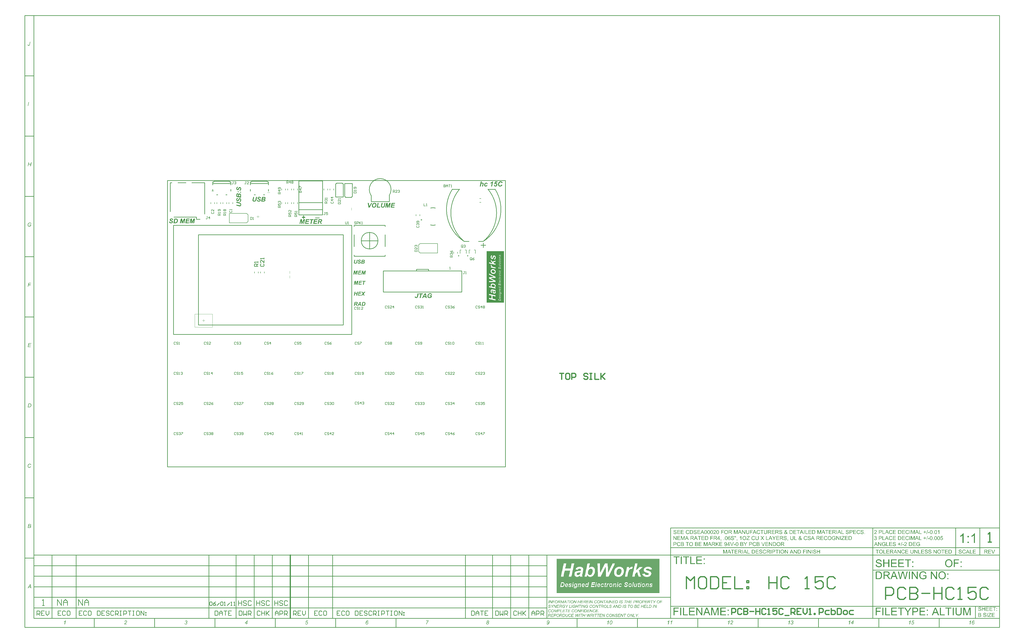
<source format=gto>
%FSLAX25Y25*%
%MOIN*%
G70*
G01*
G75*
G04 Layer_Color=15269887*
%ADD10R,0.08500X0.10799*%
%ADD11R,0.07087X0.06299*%
%ADD12R,0.39370X0.90551*%
%ADD13R,0.39370X0.39370*%
%ADD14R,0.12598X0.15748*%
%ADD15R,0.10630X0.31496*%
%ADD16R,0.09843X0.06693*%
%ADD17R,0.06299X0.05512*%
%ADD18R,0.01575X0.05315*%
%ADD19R,0.09055X0.05118*%
%ADD20R,0.03150X0.05906*%
%ADD21R,0.05512X0.07480*%
%ADD22R,0.07087X0.05512*%
%ADD23R,0.07874X0.08661*%
%ADD24R,0.03543X0.03740*%
%ADD25R,0.03543X0.03740*%
%ADD26C,0.00800*%
%ADD27C,0.01000*%
%ADD28C,0.00700*%
%ADD29C,0.02000*%
%ADD30C,0.00394*%
%ADD31C,0.00400*%
%ADD32C,0.06000*%
%ADD33R,0.06000X0.06000*%
%ADD34C,0.08661*%
%ADD35R,0.08661X0.08661*%
%ADD36R,0.06000X0.06000*%
%ADD37C,0.03000*%
%ADD38C,0.02598*%
%ADD39C,0.04000*%
%ADD40C,0.14630*%
%ADD41C,0.07000*%
G04:AMPARAMS|DCode=42|XSize=90mil|YSize=90mil|CornerRadius=0mil|HoleSize=0mil|Usage=FLASHONLY|Rotation=0.000|XOffset=0mil|YOffset=0mil|HoleType=Round|Shape=Relief|Width=10mil|Gap=10mil|Entries=4|*
%AMTHD42*
7,0,0,0.09000,0.07000,0.01000,45*
%
%ADD42THD42*%
%ADD43C,0.10693*%
%ADD44C,0.07500*%
G04:AMPARAMS|DCode=45|XSize=95mil|YSize=95mil|CornerRadius=0mil|HoleSize=0mil|Usage=FLASHONLY|Rotation=0.000|XOffset=0mil|YOffset=0mil|HoleType=Round|Shape=Relief|Width=10mil|Gap=10mil|Entries=4|*
%AMTHD45*
7,0,0,0.09500,0.07500,0.01000,45*
%
%ADD45THD45*%
G04:AMPARAMS|DCode=46|XSize=75mil|YSize=75mil|CornerRadius=0mil|HoleSize=0mil|Usage=FLASHONLY|Rotation=0.000|XOffset=0mil|YOffset=0mil|HoleType=Round|Shape=Relief|Width=10mil|Gap=10mil|Entries=4|*
%AMTHD46*
7,0,0,0.07500,0.05500,0.01000,45*
%
%ADD46THD46*%
%ADD47C,0.05500*%
G04:AMPARAMS|DCode=48|XSize=72.992mil|YSize=72.992mil|CornerRadius=0mil|HoleSize=0mil|Usage=FLASHONLY|Rotation=0.000|XOffset=0mil|YOffset=0mil|HoleType=Round|Shape=Relief|Width=10mil|Gap=10mil|Entries=4|*
%AMTHD48*
7,0,0,0.07299,0.05299,0.01000,45*
%
%ADD48THD48*%
%ADD49C,0.05299*%
%ADD50R,0.06299X0.07087*%
%ADD51R,0.12598X0.03937*%
%ADD52R,0.04724X0.05512*%
%ADD53R,0.03150X0.06299*%
%ADD54R,0.07874X0.05118*%
%ADD55R,0.10799X0.08500*%
%ADD56O,0.08661X0.02362*%
%ADD57R,0.06299X0.10630*%
%ADD58R,0.10630X0.06299*%
%ADD59R,0.21654X0.05906*%
%ADD60R,0.09843X0.03937*%
%ADD61R,0.23622X0.09843*%
%ADD62R,0.01614X0.04016*%
%ADD63R,0.03740X0.03543*%
%ADD64R,0.03740X0.03543*%
%ADD65O,0.08268X0.01181*%
%ADD66O,0.01181X0.08268*%
%ADD67R,0.02362X0.00787*%
%ADD68R,0.00787X0.02362*%
%ADD69R,0.14173X0.14173*%
%ADD70R,0.14173X0.14173*%
%ADD71R,0.05512X0.04724*%
%ADD72O,0.00984X0.03347*%
%ADD73O,0.03347X0.00984*%
%ADD74R,0.13386X0.13386*%
%ADD75R,0.03937X0.02717*%
%ADD76R,0.04724X0.05512*%
%ADD77R,0.03937X0.12598*%
%ADD78C,0.00984*%
%ADD79C,0.00200*%
%ADD80C,0.00787*%
G36*
X122000Y455935D02*
Y454448D01*
X120548Y454741D01*
Y456228D01*
X122000Y455935D01*
D02*
G37*
G36*
X117890Y456778D02*
Y455291D01*
X116438Y455584D01*
Y457071D01*
X117890Y456778D01*
D02*
G37*
G36*
X116578Y463031D02*
X116555D01*
X116485Y463020D01*
X116391Y462996D01*
X116262Y462961D01*
X116133Y462903D01*
X115993Y462832D01*
X115852Y462739D01*
X115735Y462622D01*
X115723Y462610D01*
X115688Y462563D01*
X115641Y462481D01*
X115583Y462364D01*
X115524Y462223D01*
X115478Y462060D01*
X115442Y461849D01*
X115431Y461615D01*
Y461603D01*
Y461591D01*
Y461556D01*
Y461509D01*
X115442Y461392D01*
X115454Y461252D01*
X115489Y461099D01*
X115524Y460947D01*
X115583Y460795D01*
X115665Y460678D01*
X115677Y460666D01*
X115712Y460631D01*
X115759Y460584D01*
X115829Y460537D01*
X115911Y460490D01*
X116005Y460444D01*
X116122Y460408D01*
X116250Y460397D01*
X116309D01*
X116367Y460408D01*
X116438Y460432D01*
X116531Y460455D01*
X116625Y460502D01*
X116707Y460561D01*
X116801Y460643D01*
X116813Y460654D01*
X116836Y460701D01*
X116894Y460772D01*
X116953Y460889D01*
X117047Y461041D01*
X117094Y461134D01*
X117140Y461240D01*
X117199Y461357D01*
X117269Y461486D01*
X117328Y461626D01*
X117398Y461790D01*
X117410Y461802D01*
X117421Y461849D01*
X117456Y461919D01*
X117492Y462001D01*
X117538Y462106D01*
X117597Y462223D01*
X117726Y462493D01*
X117878Y462786D01*
X118030Y463055D01*
X118112Y463184D01*
X118194Y463301D01*
X118264Y463394D01*
X118335Y463477D01*
Y463488D01*
X118358Y463500D01*
X118428Y463558D01*
X118546Y463652D01*
X118698Y463758D01*
X118897Y463851D01*
X119119Y463945D01*
X119389Y464003D01*
X119529Y464027D01*
X119775D01*
X119857Y464015D01*
X119939Y464003D01*
X120044Y463980D01*
X120161Y463957D01*
X120279Y463921D01*
X120419Y463886D01*
X120560Y463828D01*
X120700Y463769D01*
X120852Y463687D01*
X120993Y463594D01*
X121145Y463488D01*
X121286Y463359D01*
X121426Y463219D01*
X121438Y463207D01*
X121461Y463184D01*
X121496Y463137D01*
X121532Y463067D01*
X121590Y462985D01*
X121649Y462891D01*
X121719Y462774D01*
X121777Y462633D01*
X121848Y462481D01*
X121918Y462317D01*
X121977Y462130D01*
X122023Y461931D01*
X122070Y461708D01*
X122105Y461486D01*
X122129Y461228D01*
X122141Y460970D01*
Y460959D01*
Y460924D01*
Y460877D01*
Y460807D01*
X122129Y460713D01*
X122117Y460619D01*
Y460502D01*
X122094Y460385D01*
X122058Y460116D01*
X122000Y459823D01*
X121918Y459530D01*
X121813Y459249D01*
Y459237D01*
X121801Y459214D01*
X121777Y459179D01*
X121754Y459132D01*
X121672Y459003D01*
X121578Y458851D01*
X121438Y458675D01*
X121286Y458511D01*
X121098Y458348D01*
X120888Y458219D01*
X120876D01*
X120864Y458207D01*
X120829Y458195D01*
X120782Y458172D01*
X120653Y458125D01*
X120489Y458078D01*
X120290Y458020D01*
X120056Y457984D01*
X119799Y457949D01*
X119518D01*
X119436Y459460D01*
X119506D01*
X119553Y459472D01*
X119681Y459483D01*
X119834Y459495D01*
X119986Y459530D01*
X120150Y459577D01*
X120290Y459636D01*
X120407Y459706D01*
X120419Y459718D01*
X120466Y459776D01*
X120536Y459858D01*
X120607Y459999D01*
X120653Y460069D01*
X120688Y460163D01*
X120724Y460268D01*
X120747Y460385D01*
X120782Y460514D01*
X120794Y460654D01*
X120817Y460818D01*
Y460982D01*
Y460994D01*
Y461017D01*
Y461053D01*
Y461111D01*
X120806Y461252D01*
X120782Y461415D01*
X120747Y461603D01*
X120700Y461790D01*
X120642Y461966D01*
X120548Y462118D01*
X120536Y462130D01*
X120501Y462177D01*
X120443Y462235D01*
X120361Y462294D01*
X120255Y462364D01*
X120138Y462411D01*
X120009Y462458D01*
X119869Y462469D01*
X119810D01*
X119752Y462458D01*
X119670Y462434D01*
X119576Y462399D01*
X119482Y462341D01*
X119389Y462270D01*
X119295Y462177D01*
X119283Y462165D01*
X119260Y462130D01*
X119213Y462071D01*
X119155Y461966D01*
X119119Y461896D01*
X119084Y461825D01*
X119037Y461732D01*
X118979Y461626D01*
X118932Y461509D01*
X118873Y461380D01*
X118803Y461240D01*
X118733Y461076D01*
Y461064D01*
X118721Y461041D01*
X118698Y460994D01*
X118663Y460935D01*
X118639Y460853D01*
X118592Y460772D01*
X118510Y460584D01*
X118405Y460362D01*
X118300Y460151D01*
X118194Y459940D01*
X118089Y459764D01*
X118077Y459741D01*
X118042Y459694D01*
X117983Y459624D01*
X117902Y459530D01*
X117808Y459425D01*
X117691Y459319D01*
X117562Y459214D01*
X117410Y459120D01*
X117386Y459109D01*
X117339Y459085D01*
X117246Y459050D01*
X117129Y459003D01*
X116988Y458956D01*
X116824Y458921D01*
X116637Y458898D01*
X116438Y458886D01*
X116344D01*
X116274Y458898D01*
X116192Y458910D01*
X116098Y458921D01*
X115876Y458980D01*
X115618Y459062D01*
X115478Y459120D01*
X115349Y459179D01*
X115208Y459261D01*
X115079Y459355D01*
X114951Y459460D01*
X114822Y459589D01*
X114810Y459600D01*
X114798Y459624D01*
X114763Y459659D01*
X114716Y459718D01*
X114670Y459788D01*
X114623Y459881D01*
X114564Y459987D01*
X114494Y460104D01*
X114435Y460245D01*
X114377Y460397D01*
X114330Y460561D01*
X114283Y460748D01*
X114236Y460947D01*
X114201Y461158D01*
X114189Y461380D01*
X114178Y461626D01*
Y461638D01*
Y461685D01*
Y461755D01*
X114189Y461849D01*
X114201Y461966D01*
X114213Y462095D01*
X114236Y462235D01*
X114260Y462387D01*
X114330Y462727D01*
X114447Y463078D01*
X114517Y463242D01*
X114611Y463406D01*
X114705Y463570D01*
X114822Y463711D01*
X114833Y463722D01*
X114845Y463746D01*
X114892Y463781D01*
X114939Y463828D01*
X114997Y463886D01*
X115079Y463957D01*
X115173Y464027D01*
X115267Y464097D01*
X115384Y464167D01*
X115513Y464238D01*
X115653Y464308D01*
X115805Y464378D01*
X116145Y464483D01*
X116321Y464519D01*
X116520Y464542D01*
X116578Y463031D01*
D02*
G37*
G36*
X116403Y453546D02*
X116555Y453523D01*
X116730Y453476D01*
X116918Y453418D01*
X117105Y453324D01*
X117293Y453207D01*
X117316Y453195D01*
X117375Y453136D01*
X117456Y453055D01*
X117562Y452938D01*
X117667Y452785D01*
X117796Y452598D01*
X117902Y452375D01*
X118007Y452118D01*
Y452130D01*
X118019Y452141D01*
X118042Y452212D01*
X118077Y452317D01*
X118136Y452457D01*
X118218Y452598D01*
X118323Y452750D01*
X118440Y452902D01*
X118592Y453031D01*
X118616Y453043D01*
X118663Y453090D01*
X118745Y453136D01*
X118862Y453207D01*
X119002Y453265D01*
X119155Y453324D01*
X119342Y453359D01*
X119529Y453371D01*
X119646D01*
X119705Y453359D01*
X119775Y453347D01*
X119951Y453324D01*
X120150Y453277D01*
X120372Y453207D01*
X120607Y453101D01*
X120841Y452973D01*
X120852D01*
X120864Y452949D01*
X120946Y452902D01*
X121052Y452809D01*
X121180Y452692D01*
X121333Y452528D01*
X121473Y452340D01*
X121614Y452130D01*
X121731Y451884D01*
Y451872D01*
X121742Y451848D01*
X121754Y451813D01*
X121777Y451755D01*
X121789Y451685D01*
X121813Y451603D01*
X121836Y451497D01*
X121860Y451392D01*
X121895Y451263D01*
X121918Y451122D01*
X121941Y450970D01*
X121953Y450795D01*
X121977Y450619D01*
X121988Y450420D01*
X122000Y450221D01*
Y449998D01*
Y446380D01*
X114306Y447972D01*
Y450607D01*
Y450619D01*
Y450642D01*
Y450689D01*
Y450748D01*
Y450818D01*
Y450900D01*
X114318Y451076D01*
Y451275D01*
X114330Y451474D01*
X114342Y451649D01*
X114353Y451731D01*
X114365Y451802D01*
Y451813D01*
Y451825D01*
X114377Y451895D01*
X114400Y452001D01*
X114435Y452130D01*
X114482Y452282D01*
X114529Y452446D01*
X114599Y452610D01*
X114681Y452762D01*
X114693Y452785D01*
X114728Y452832D01*
X114775Y452902D01*
X114845Y452984D01*
X114939Y453078D01*
X115044Y453183D01*
X115173Y453277D01*
X115314Y453359D01*
X115325Y453371D01*
X115384Y453394D01*
X115466Y453429D01*
X115571Y453464D01*
X115700Y453500D01*
X115840Y453535D01*
X116005Y453558D01*
X116180Y453570D01*
X116286D01*
X116403Y453546D01*
D02*
G37*
G36*
X152359Y447811D02*
X152476Y447799D01*
X152605Y447787D01*
X152745Y447764D01*
X152897Y447740D01*
X153237Y447670D01*
X153588Y447553D01*
X153752Y447483D01*
X153916Y447389D01*
X154080Y447295D01*
X154221Y447178D01*
X154232Y447166D01*
X154256Y447155D01*
X154291Y447108D01*
X154338Y447061D01*
X154396Y447003D01*
X154466Y446921D01*
X154537Y446827D01*
X154607Y446733D01*
X154677Y446616D01*
X154747Y446487D01*
X154818Y446347D01*
X154888Y446195D01*
X154993Y445855D01*
X155029Y445679D01*
X155052Y445480D01*
X153541Y445422D01*
Y445433D01*
Y445445D01*
X153530Y445515D01*
X153506Y445609D01*
X153471Y445738D01*
X153413Y445867D01*
X153342Y446007D01*
X153249Y446148D01*
X153132Y446265D01*
X153120Y446277D01*
X153073Y446312D01*
X152991Y446358D01*
X152874Y446417D01*
X152733Y446476D01*
X152569Y446523D01*
X152359Y446558D01*
X152125Y446569D01*
X152019D01*
X151902Y446558D01*
X151761Y446546D01*
X151609Y446511D01*
X151457Y446476D01*
X151305Y446417D01*
X151188Y446335D01*
X151176Y446323D01*
X151141Y446288D01*
X151094Y446241D01*
X151047Y446171D01*
X151000Y446089D01*
X150953Y445996D01*
X150918Y445878D01*
X150907Y445750D01*
Y445738D01*
Y445691D01*
X150918Y445633D01*
X150942Y445562D01*
X150965Y445469D01*
X151012Y445375D01*
X151071Y445293D01*
X151153Y445199D01*
X151164Y445188D01*
X151211Y445164D01*
X151281Y445106D01*
X151399Y445047D01*
X151551Y444953D01*
X151644Y444907D01*
X151750Y444860D01*
X151867Y444801D01*
X151996Y444731D01*
X152136Y444672D01*
X152300Y444602D01*
X152312Y444590D01*
X152359Y444579D01*
X152429Y444544D01*
X152511Y444508D01*
X152616Y444461D01*
X152733Y444403D01*
X153003Y444274D01*
X153296Y444122D01*
X153565Y443970D01*
X153694Y443888D01*
X153811Y443806D01*
X153904Y443736D01*
X153986Y443665D01*
X153998D01*
X154010Y443642D01*
X154068Y443572D01*
X154162Y443454D01*
X154267Y443302D01*
X154361Y443103D01*
X154455Y442881D01*
X154513Y442611D01*
X154537Y442471D01*
Y442319D01*
Y442307D01*
Y442272D01*
Y442225D01*
X154525Y442143D01*
X154513Y442061D01*
X154490Y441956D01*
X154466Y441839D01*
X154431Y441721D01*
X154396Y441581D01*
X154338Y441440D01*
X154279Y441300D01*
X154197Y441148D01*
X154104Y441007D01*
X153998Y440855D01*
X153869Y440714D01*
X153729Y440574D01*
X153717Y440562D01*
X153694Y440539D01*
X153647Y440504D01*
X153577Y440468D01*
X153495Y440410D01*
X153401Y440351D01*
X153284Y440281D01*
X153143Y440223D01*
X152991Y440152D01*
X152827Y440082D01*
X152640Y440023D01*
X152441Y439977D01*
X152218Y439930D01*
X151996Y439895D01*
X151738Y439871D01*
X151480Y439859D01*
X151316D01*
X151223Y439871D01*
X151129Y439883D01*
X151012D01*
X150895Y439906D01*
X150626Y439941D01*
X150333Y440000D01*
X150040Y440082D01*
X149759Y440187D01*
X149747D01*
X149724Y440199D01*
X149689Y440223D01*
X149642Y440246D01*
X149513Y440328D01*
X149361Y440422D01*
X149185Y440562D01*
X149021Y440714D01*
X148857Y440902D01*
X148729Y441112D01*
Y441124D01*
X148717Y441136D01*
X148705Y441171D01*
X148682Y441218D01*
X148635Y441347D01*
X148588Y441511D01*
X148530Y441710D01*
X148494Y441944D01*
X148459Y442202D01*
Y442483D01*
X149970Y442564D01*
Y442553D01*
Y442529D01*
Y442494D01*
X149982Y442447D01*
X149993Y442319D01*
X150005Y442166D01*
X150040Y442014D01*
X150087Y441850D01*
X150145Y441710D01*
X150216Y441593D01*
X150227Y441581D01*
X150286Y441534D01*
X150368Y441464D01*
X150508Y441394D01*
X150579Y441347D01*
X150672Y441312D01*
X150778Y441276D01*
X150895Y441253D01*
X151024Y441218D01*
X151164Y441206D01*
X151328Y441183D01*
X151621D01*
X151761Y441194D01*
X151925Y441218D01*
X152113Y441253D01*
X152300Y441300D01*
X152476Y441358D01*
X152628Y441452D01*
X152640Y441464D01*
X152687Y441499D01*
X152745Y441557D01*
X152804Y441639D01*
X152874Y441745D01*
X152921Y441862D01*
X152968Y441991D01*
X152979Y442131D01*
Y442143D01*
Y442190D01*
X152968Y442248D01*
X152944Y442330D01*
X152909Y442424D01*
X152850Y442518D01*
X152780Y442611D01*
X152687Y442705D01*
X152675Y442717D01*
X152640Y442740D01*
X152581Y442787D01*
X152476Y442845D01*
X152406Y442881D01*
X152335Y442916D01*
X152242Y442963D01*
X152136Y443021D01*
X152019Y443068D01*
X151890Y443127D01*
X151750Y443197D01*
X151586Y443267D01*
X151574D01*
X151551Y443279D01*
X151504Y443302D01*
X151445Y443337D01*
X151363Y443361D01*
X151281Y443408D01*
X151094Y443490D01*
X150872Y443595D01*
X150661Y443700D01*
X150450Y443806D01*
X150274Y443911D01*
X150251Y443923D01*
X150204Y443958D01*
X150134Y444017D01*
X150040Y444099D01*
X149935Y444192D01*
X149829Y444309D01*
X149724Y444438D01*
X149630Y444590D01*
X149619Y444614D01*
X149595Y444661D01*
X149560Y444754D01*
X149513Y444871D01*
X149466Y445012D01*
X149431Y445176D01*
X149408Y445363D01*
X149396Y445562D01*
Y445574D01*
Y445609D01*
Y445656D01*
X149408Y445726D01*
X149419Y445808D01*
X149431Y445902D01*
X149490Y446124D01*
X149572Y446382D01*
X149630Y446523D01*
X149689Y446651D01*
X149771Y446792D01*
X149864Y446921D01*
X149970Y447049D01*
X150099Y447178D01*
X150110Y447190D01*
X150134Y447202D01*
X150169Y447237D01*
X150227Y447284D01*
X150298Y447331D01*
X150391Y447377D01*
X150497Y447436D01*
X150614Y447506D01*
X150754Y447565D01*
X150907Y447623D01*
X151071Y447670D01*
X151258Y447717D01*
X151457Y447764D01*
X151668Y447799D01*
X151890Y447811D01*
X152136Y447822D01*
X152265D01*
X152359Y447811D01*
D02*
G37*
G36*
X118674Y438593D02*
X118686D01*
X118733Y438581D01*
X118791Y438569D01*
X118885Y438546D01*
X118991Y438511D01*
X119119Y438476D01*
X119248Y438441D01*
X119400Y438405D01*
X119717Y438300D01*
X120033Y438183D01*
X120349Y438066D01*
X120501Y437995D01*
X120630Y437925D01*
X120642D01*
X120653Y437914D01*
X120688Y437890D01*
X120735Y437855D01*
X120864Y437761D01*
X121016Y437644D01*
X121192Y437480D01*
X121368Y437293D01*
X121555Y437059D01*
X121719Y436789D01*
Y436778D01*
X121742Y436754D01*
X121754Y436707D01*
X121789Y436649D01*
X121813Y436579D01*
X121848Y436485D01*
X121895Y436379D01*
X121930Y436262D01*
X121965Y436134D01*
X122012Y435981D01*
X122047Y435829D01*
X122070Y435653D01*
X122117Y435290D01*
X122141Y434869D01*
Y434857D01*
Y434810D01*
Y434740D01*
X122129Y434635D01*
X122117Y434529D01*
X122105Y434389D01*
X122082Y434237D01*
X122058Y434084D01*
X121977Y433733D01*
X121860Y433382D01*
X121789Y433206D01*
X121695Y433042D01*
X121602Y432878D01*
X121485Y432738D01*
X121473Y432726D01*
X121450Y432703D01*
X121414Y432667D01*
X121368Y432621D01*
X121297Y432562D01*
X121227Y432504D01*
X121133Y432433D01*
X121028Y432375D01*
X120911Y432304D01*
X120782Y432234D01*
X120489Y432117D01*
X120326Y432070D01*
X120161Y432035D01*
X119974Y432012D01*
X119787Y432000D01*
X119752D01*
X119705Y432012D01*
X119576D01*
X119494Y432023D01*
X119318Y432047D01*
X119307D01*
X119283Y432059D01*
X119225D01*
X119143Y432082D01*
X119014Y432105D01*
X118932Y432117D01*
X118850Y432140D01*
X118745Y432164D01*
X118639Y432187D01*
X118510Y432211D01*
X118370Y432246D01*
X114306Y433136D01*
Y434717D01*
X118499Y433803D01*
X119518Y433569D01*
X119541D01*
X119611Y433557D01*
X119717Y433546D01*
X119857Y433522D01*
X119880D01*
X119927Y433534D01*
X120009Y433546D01*
X120103Y433569D01*
X120208Y433616D01*
X120326Y433674D01*
X120443Y433768D01*
X120548Y433885D01*
X120560Y433897D01*
X120595Y433956D01*
X120630Y434037D01*
X120677Y434155D01*
X120735Y434307D01*
X120771Y434482D01*
X120806Y434693D01*
X120817Y434939D01*
Y434951D01*
Y434963D01*
Y434998D01*
Y435045D01*
X120806Y435162D01*
X120794Y435302D01*
X120771Y435466D01*
X120724Y435630D01*
X120677Y435806D01*
X120607Y435958D01*
X120595Y435981D01*
X120571Y436028D01*
X120513Y436098D01*
X120443Y436192D01*
X120361Y436298D01*
X120255Y436403D01*
X120126Y436497D01*
X119974Y436590D01*
X119951Y436602D01*
X119892Y436625D01*
X119787Y436672D01*
X119717Y436696D01*
X119635Y436731D01*
X119541Y436766D01*
X119424Y436801D01*
X119307Y436836D01*
X119178Y436883D01*
X119037Y436918D01*
X118873Y436965D01*
X118710Y437000D01*
X118522Y437047D01*
X114306Y437914D01*
Y439494D01*
X118674Y438593D01*
D02*
G37*
G36*
X116578Y444541D02*
X116555D01*
X116485Y444530D01*
X116391Y444506D01*
X116262Y444471D01*
X116133Y444413D01*
X115993Y444342D01*
X115852Y444249D01*
X115735Y444132D01*
X115723Y444120D01*
X115688Y444073D01*
X115641Y443991D01*
X115583Y443874D01*
X115524Y443733D01*
X115478Y443570D01*
X115442Y443359D01*
X115431Y443124D01*
Y443113D01*
Y443101D01*
Y443066D01*
Y443019D01*
X115442Y442902D01*
X115454Y442762D01*
X115489Y442609D01*
X115524Y442457D01*
X115583Y442305D01*
X115665Y442188D01*
X115677Y442176D01*
X115712Y442141D01*
X115759Y442094D01*
X115829Y442047D01*
X115911Y442000D01*
X116005Y441954D01*
X116122Y441918D01*
X116250Y441907D01*
X116309D01*
X116367Y441918D01*
X116438Y441942D01*
X116531Y441965D01*
X116625Y442012D01*
X116707Y442071D01*
X116801Y442153D01*
X116813Y442164D01*
X116836Y442211D01*
X116894Y442281D01*
X116953Y442399D01*
X117047Y442551D01*
X117094Y442644D01*
X117140Y442750D01*
X117199Y442867D01*
X117269Y442996D01*
X117328Y443136D01*
X117398Y443300D01*
X117410Y443312D01*
X117421Y443359D01*
X117456Y443429D01*
X117492Y443511D01*
X117538Y443616D01*
X117597Y443733D01*
X117726Y444003D01*
X117878Y444296D01*
X118030Y444565D01*
X118112Y444694D01*
X118194Y444811D01*
X118264Y444904D01*
X118335Y444986D01*
Y444998D01*
X118358Y445010D01*
X118428Y445068D01*
X118546Y445162D01*
X118698Y445267D01*
X118897Y445361D01*
X119119Y445455D01*
X119389Y445513D01*
X119529Y445537D01*
X119775D01*
X119857Y445525D01*
X119939Y445513D01*
X120044Y445490D01*
X120161Y445467D01*
X120279Y445431D01*
X120419Y445396D01*
X120560Y445338D01*
X120700Y445279D01*
X120852Y445197D01*
X120993Y445104D01*
X121145Y444998D01*
X121286Y444869D01*
X121426Y444729D01*
X121438Y444717D01*
X121461Y444694D01*
X121496Y444647D01*
X121532Y444577D01*
X121590Y444495D01*
X121649Y444401D01*
X121719Y444284D01*
X121777Y444143D01*
X121848Y443991D01*
X121918Y443827D01*
X121977Y443640D01*
X122023Y443441D01*
X122070Y443218D01*
X122105Y442996D01*
X122129Y442738D01*
X122141Y442481D01*
Y442469D01*
Y442434D01*
Y442387D01*
Y442316D01*
X122129Y442223D01*
X122117Y442129D01*
Y442012D01*
X122094Y441895D01*
X122058Y441626D01*
X122000Y441333D01*
X121918Y441040D01*
X121813Y440759D01*
Y440747D01*
X121801Y440724D01*
X121777Y440689D01*
X121754Y440642D01*
X121672Y440513D01*
X121578Y440361D01*
X121438Y440185D01*
X121286Y440021D01*
X121098Y439857D01*
X120888Y439729D01*
X120876D01*
X120864Y439717D01*
X120829Y439705D01*
X120782Y439682D01*
X120653Y439635D01*
X120489Y439588D01*
X120290Y439530D01*
X120056Y439494D01*
X119799Y439459D01*
X119518D01*
X119436Y440970D01*
X119506D01*
X119553Y440982D01*
X119681Y440993D01*
X119834Y441005D01*
X119986Y441040D01*
X120150Y441087D01*
X120290Y441146D01*
X120407Y441216D01*
X120419Y441227D01*
X120466Y441286D01*
X120536Y441368D01*
X120607Y441508D01*
X120653Y441579D01*
X120688Y441673D01*
X120724Y441778D01*
X120747Y441895D01*
X120782Y442024D01*
X120794Y442164D01*
X120817Y442328D01*
Y442492D01*
Y442504D01*
Y442527D01*
Y442562D01*
Y442621D01*
X120806Y442762D01*
X120782Y442925D01*
X120747Y443113D01*
X120700Y443300D01*
X120642Y443476D01*
X120548Y443628D01*
X120536Y443640D01*
X120501Y443687D01*
X120443Y443745D01*
X120361Y443804D01*
X120255Y443874D01*
X120138Y443921D01*
X120009Y443968D01*
X119869Y443979D01*
X119810D01*
X119752Y443968D01*
X119670Y443944D01*
X119576Y443909D01*
X119482Y443851D01*
X119389Y443780D01*
X119295Y443687D01*
X119283Y443675D01*
X119260Y443640D01*
X119213Y443581D01*
X119155Y443476D01*
X119119Y443405D01*
X119084Y443335D01*
X119037Y443242D01*
X118979Y443136D01*
X118932Y443019D01*
X118873Y442890D01*
X118803Y442750D01*
X118733Y442586D01*
Y442574D01*
X118721Y442551D01*
X118698Y442504D01*
X118663Y442445D01*
X118639Y442363D01*
X118592Y442281D01*
X118510Y442094D01*
X118405Y441872D01*
X118300Y441661D01*
X118194Y441450D01*
X118089Y441274D01*
X118077Y441251D01*
X118042Y441204D01*
X117983Y441134D01*
X117902Y441040D01*
X117808Y440935D01*
X117691Y440829D01*
X117562Y440724D01*
X117410Y440630D01*
X117386Y440619D01*
X117339Y440595D01*
X117246Y440560D01*
X117129Y440513D01*
X116988Y440466D01*
X116824Y440431D01*
X116637Y440408D01*
X116438Y440396D01*
X116344D01*
X116274Y440408D01*
X116192Y440419D01*
X116098Y440431D01*
X115876Y440490D01*
X115618Y440572D01*
X115478Y440630D01*
X115349Y440689D01*
X115208Y440771D01*
X115079Y440865D01*
X114951Y440970D01*
X114822Y441099D01*
X114810Y441110D01*
X114798Y441134D01*
X114763Y441169D01*
X114716Y441227D01*
X114670Y441298D01*
X114623Y441391D01*
X114564Y441497D01*
X114494Y441614D01*
X114435Y441754D01*
X114377Y441907D01*
X114330Y442071D01*
X114283Y442258D01*
X114236Y442457D01*
X114201Y442668D01*
X114189Y442890D01*
X114178Y443136D01*
Y443148D01*
Y443195D01*
Y443265D01*
X114189Y443359D01*
X114201Y443476D01*
X114213Y443605D01*
X114236Y443745D01*
X114260Y443897D01*
X114330Y444237D01*
X114447Y444588D01*
X114517Y444752D01*
X114611Y444916D01*
X114705Y445080D01*
X114822Y445221D01*
X114833Y445232D01*
X114845Y445256D01*
X114892Y445291D01*
X114939Y445338D01*
X114997Y445396D01*
X115079Y445467D01*
X115173Y445537D01*
X115267Y445607D01*
X115384Y445677D01*
X115513Y445748D01*
X115653Y445818D01*
X115805Y445888D01*
X116145Y445994D01*
X116321Y446029D01*
X116520Y446052D01*
X116578Y444541D01*
D02*
G37*
G36*
X6923Y411811D02*
X7040Y411799D01*
X7169Y411787D01*
X7309Y411764D01*
X7462Y411740D01*
X7801Y411670D01*
X8152Y411553D01*
X8316Y411483D01*
X8480Y411389D01*
X8644Y411295D01*
X8785Y411178D01*
X8796Y411166D01*
X8820Y411155D01*
X8855Y411108D01*
X8902Y411061D01*
X8960Y411003D01*
X9031Y410921D01*
X9101Y410827D01*
X9171Y410733D01*
X9241Y410616D01*
X9312Y410487D01*
X9382Y410347D01*
X9452Y410195D01*
X9558Y409855D01*
X9593Y409679D01*
X9616Y409480D01*
X8106Y409422D01*
Y409433D01*
Y409445D01*
X8094Y409515D01*
X8070Y409609D01*
X8035Y409738D01*
X7977Y409867D01*
X7907Y410007D01*
X7813Y410148D01*
X7696Y410265D01*
X7684Y410277D01*
X7637Y410312D01*
X7555Y410358D01*
X7438Y410417D01*
X7298Y410476D01*
X7134Y410523D01*
X6923Y410558D01*
X6689Y410569D01*
X6583D01*
X6466Y410558D01*
X6326Y410546D01*
X6173Y410511D01*
X6021Y410476D01*
X5869Y410417D01*
X5752Y410335D01*
X5740Y410323D01*
X5705Y410288D01*
X5658Y410241D01*
X5611Y410171D01*
X5565Y410089D01*
X5518Y409996D01*
X5483Y409878D01*
X5471Y409750D01*
Y409738D01*
Y409691D01*
X5483Y409632D01*
X5506Y409562D01*
X5529Y409469D01*
X5576Y409375D01*
X5635Y409293D01*
X5717Y409199D01*
X5728Y409188D01*
X5775Y409164D01*
X5846Y409106D01*
X5963Y409047D01*
X6115Y408953D01*
X6208Y408907D01*
X6314Y408860D01*
X6431Y408801D01*
X6560Y408731D01*
X6700Y408672D01*
X6864Y408602D01*
X6876Y408590D01*
X6923Y408579D01*
X6993Y408543D01*
X7075Y408508D01*
X7181Y408462D01*
X7298Y408403D01*
X7567Y408274D01*
X7860Y408122D01*
X8129Y407970D01*
X8258Y407888D01*
X8375Y407806D01*
X8469Y407735D01*
X8551Y407665D01*
X8562D01*
X8574Y407642D01*
X8632Y407572D01*
X8726Y407454D01*
X8832Y407302D01*
X8925Y407103D01*
X9019Y406881D01*
X9077Y406611D01*
X9101Y406471D01*
Y406319D01*
Y406307D01*
Y406272D01*
Y406225D01*
X9089Y406143D01*
X9077Y406061D01*
X9054Y405956D01*
X9031Y405838D01*
X8996Y405721D01*
X8960Y405581D01*
X8902Y405440D01*
X8843Y405300D01*
X8761Y405148D01*
X8668Y405007D01*
X8562Y404855D01*
X8433Y404714D01*
X8293Y404574D01*
X8281Y404562D01*
X8258Y404539D01*
X8211Y404503D01*
X8141Y404468D01*
X8059Y404410D01*
X7965Y404351D01*
X7848Y404281D01*
X7707Y404222D01*
X7555Y404152D01*
X7391Y404082D01*
X7204Y404023D01*
X7005Y403977D01*
X6782Y403930D01*
X6560Y403895D01*
X6302Y403871D01*
X6045Y403860D01*
X5881D01*
X5787Y403871D01*
X5693Y403883D01*
X5576D01*
X5459Y403906D01*
X5190Y403941D01*
X4897Y404000D01*
X4604Y404082D01*
X4323Y404187D01*
X4312D01*
X4288Y404199D01*
X4253Y404222D01*
X4206Y404246D01*
X4077Y404328D01*
X3925Y404422D01*
X3749Y404562D01*
X3585Y404714D01*
X3422Y404902D01*
X3293Y405112D01*
Y405124D01*
X3281Y405136D01*
X3269Y405171D01*
X3246Y405218D01*
X3199Y405347D01*
X3152Y405511D01*
X3094Y405710D01*
X3059Y405944D01*
X3023Y406202D01*
Y406483D01*
X4534Y406565D01*
Y406553D01*
Y406529D01*
Y406494D01*
X4546Y406447D01*
X4557Y406319D01*
X4569Y406166D01*
X4604Y406014D01*
X4651Y405850D01*
X4710Y405710D01*
X4780Y405593D01*
X4792Y405581D01*
X4850Y405534D01*
X4932Y405464D01*
X5073Y405394D01*
X5143Y405347D01*
X5237Y405311D01*
X5342Y405276D01*
X5459Y405253D01*
X5588Y405218D01*
X5728Y405206D01*
X5892Y405183D01*
X6185D01*
X6326Y405194D01*
X6490Y405218D01*
X6677Y405253D01*
X6864Y405300D01*
X7040Y405358D01*
X7192Y405452D01*
X7204Y405464D01*
X7251Y405499D01*
X7309Y405557D01*
X7368Y405639D01*
X7438Y405745D01*
X7485Y405862D01*
X7532Y405991D01*
X7543Y406131D01*
Y406143D01*
Y406190D01*
X7532Y406248D01*
X7508Y406330D01*
X7473Y406424D01*
X7415Y406518D01*
X7344Y406611D01*
X7251Y406705D01*
X7239Y406717D01*
X7204Y406740D01*
X7145Y406787D01*
X7040Y406846D01*
X6970Y406881D01*
X6899Y406916D01*
X6806Y406963D01*
X6700Y407021D01*
X6583Y407068D01*
X6454Y407127D01*
X6314Y407197D01*
X6150Y407267D01*
X6138D01*
X6115Y407279D01*
X6068Y407302D01*
X6010Y407337D01*
X5928Y407361D01*
X5846Y407408D01*
X5658Y407490D01*
X5436Y407595D01*
X5225Y407700D01*
X5014Y407806D01*
X4839Y407911D01*
X4815Y407923D01*
X4768Y407958D01*
X4698Y408016D01*
X4604Y408099D01*
X4499Y408192D01*
X4394Y408309D01*
X4288Y408438D01*
X4194Y408590D01*
X4183Y408614D01*
X4159Y408661D01*
X4124Y408754D01*
X4077Y408871D01*
X4030Y409012D01*
X3995Y409176D01*
X3972Y409363D01*
X3960Y409562D01*
Y409574D01*
Y409609D01*
Y409656D01*
X3972Y409726D01*
X3984Y409808D01*
X3995Y409902D01*
X4054Y410124D01*
X4136Y410382D01*
X4194Y410523D01*
X4253Y410651D01*
X4335Y410792D01*
X4429Y410921D01*
X4534Y411049D01*
X4663Y411178D01*
X4674Y411190D01*
X4698Y411202D01*
X4733Y411237D01*
X4792Y411284D01*
X4862Y411331D01*
X4956Y411377D01*
X5061Y411436D01*
X5178Y411506D01*
X5319Y411565D01*
X5471Y411623D01*
X5635Y411670D01*
X5822Y411717D01*
X6021Y411764D01*
X6232Y411799D01*
X6454Y411811D01*
X6700Y411822D01*
X6829D01*
X6923Y411811D01*
D02*
G37*
G36*
X423010Y286405D02*
X420773D01*
X419438Y280000D01*
X417857D01*
X419204Y286405D01*
X416956D01*
X417213Y287694D01*
X423267D01*
X423010Y286405D01*
D02*
G37*
G36*
X429450Y280000D02*
X427951D01*
X427694Y281698D01*
X424649D01*
X423724Y280000D01*
X422085D01*
X426417Y287694D01*
X428209D01*
X429450Y280000D01*
D02*
G37*
G36*
X44172Y404000D02*
X42744D01*
X44067Y410370D01*
X41221Y404000D01*
X39723D01*
X39441Y410417D01*
X38224Y404000D01*
X36795D01*
X38399Y411693D01*
X40648D01*
X40894Y406412D01*
X43294Y411693D01*
X45566D01*
X44172Y404000D01*
D02*
G37*
G36*
X14300Y411682D02*
X14476D01*
X14628Y411670D01*
X14698D01*
X14745Y411658D01*
X14769D01*
X14827Y411647D01*
X14921Y411635D01*
X15038Y411612D01*
X15167Y411588D01*
X15307Y411553D01*
X15600Y411459D01*
X15612Y411448D01*
X15658Y411436D01*
X15741Y411401D01*
X15822Y411354D01*
X15928Y411295D01*
X16045Y411225D01*
X16162Y411143D01*
X16279Y411049D01*
X16291Y411038D01*
X16338Y411003D01*
X16396Y410944D01*
X16466Y410874D01*
X16548Y410780D01*
X16642Y410675D01*
X16736Y410558D01*
X16818Y410417D01*
X16829Y410405D01*
X16853Y410347D01*
X16900Y410277D01*
X16947Y410171D01*
X16994Y410042D01*
X17052Y409890D01*
X17111Y409726D01*
X17157Y409551D01*
X17169Y409527D01*
X17181Y409469D01*
X17204Y409363D01*
X17228Y409234D01*
X17251Y409082D01*
X17263Y408907D01*
X17286Y408707D01*
Y408497D01*
Y408485D01*
Y408438D01*
Y408380D01*
X17275Y408286D01*
Y408181D01*
X17263Y408052D01*
X17251Y407911D01*
X17228Y407759D01*
X17169Y407408D01*
X17087Y407045D01*
X16970Y406658D01*
X16806Y406283D01*
Y406272D01*
X16783Y406237D01*
X16759Y406190D01*
X16724Y406119D01*
X16677Y406049D01*
X16619Y405956D01*
X16478Y405733D01*
X16303Y405487D01*
X16104Y405241D01*
X15869Y404984D01*
X15612Y404761D01*
X15600D01*
X15588Y404738D01*
X15553Y404714D01*
X15518Y404691D01*
X15389Y404609D01*
X15225Y404515D01*
X15026Y404410D01*
X14780Y404293D01*
X14499Y404199D01*
X14195Y404105D01*
X14171D01*
X14148Y404094D01*
X14101D01*
X14054Y404082D01*
X13984Y404070D01*
X13914Y404059D01*
X13820D01*
X13715Y404047D01*
X13609Y404035D01*
X13480Y404023D01*
X13340Y404012D01*
X13199D01*
X13036Y404000D01*
X9967D01*
X11560Y411693D01*
X14113D01*
X14300Y411682D01*
D02*
G37*
G36*
X36678Y410405D02*
X32556D01*
X32170Y408661D01*
X36174D01*
X35905Y407373D01*
X31889D01*
X31444Y405288D01*
X35917D01*
X35647Y404000D01*
X29640D01*
X31233Y411693D01*
X36947D01*
X36678Y410405D01*
D02*
G37*
G36*
X28059Y404000D02*
X26631D01*
X27954Y410370D01*
X25109Y404000D01*
X23610D01*
X23329Y410417D01*
X22111Y404000D01*
X20682D01*
X22286Y411693D01*
X24535D01*
X24781Y406412D01*
X27181Y411693D01*
X29453D01*
X28059Y404000D01*
D02*
G37*
G36*
X335056Y430000D02*
X333370D01*
X332000Y437694D01*
X333569D01*
X334541Y431874D01*
X337726Y437694D01*
X339284D01*
X335056Y430000D01*
D02*
G37*
G36*
X368418D02*
X366989D01*
X368313Y436370D01*
X365467Y430000D01*
X363968D01*
X363687Y436417D01*
X362469Y430000D01*
X361041D01*
X362645Y437694D01*
X364893D01*
X365139Y432412D01*
X367540Y437694D01*
X369812D01*
X368418Y430000D01*
D02*
G37*
G36*
X234996Y409405D02*
X230874D01*
X230487Y407661D01*
X234492D01*
X234223Y406372D01*
X230206D01*
X229762Y404288D01*
X234235D01*
X233965Y403000D01*
X227958D01*
X229551Y410694D01*
X235265D01*
X234996Y409405D01*
D02*
G37*
G36*
X360420Y433326D02*
Y433314D01*
X360408Y433267D01*
X360397Y433209D01*
X360373Y433115D01*
X360338Y433009D01*
X360303Y432881D01*
X360268Y432752D01*
X360233Y432600D01*
X360127Y432283D01*
X360010Y431967D01*
X359893Y431651D01*
X359823Y431499D01*
X359753Y431370D01*
Y431358D01*
X359741Y431347D01*
X359718Y431312D01*
X359682Y431265D01*
X359589Y431136D01*
X359472Y430984D01*
X359308Y430808D01*
X359120Y430632D01*
X358886Y430445D01*
X358617Y430281D01*
X358605D01*
X358582Y430258D01*
X358535Y430246D01*
X358476Y430211D01*
X358406Y430187D01*
X358312Y430152D01*
X358207Y430105D01*
X358090Y430070D01*
X357961Y430035D01*
X357809Y429988D01*
X357657Y429953D01*
X357481Y429930D01*
X357118Y429883D01*
X356696Y429859D01*
X356568D01*
X356462Y429871D01*
X356357Y429883D01*
X356216Y429895D01*
X356064Y429918D01*
X355912Y429941D01*
X355560Y430023D01*
X355209Y430140D01*
X355034Y430211D01*
X354870Y430304D01*
X354706Y430398D01*
X354565Y430515D01*
X354554Y430527D01*
X354530Y430550D01*
X354495Y430585D01*
X354448Y430632D01*
X354390Y430703D01*
X354331Y430773D01*
X354261Y430866D01*
X354202Y430972D01*
X354132Y431089D01*
X354062Y431218D01*
X353944Y431511D01*
X353898Y431674D01*
X353863Y431839D01*
X353839Y432026D01*
X353827Y432213D01*
Y432225D01*
Y432248D01*
X353839Y432295D01*
Y432354D01*
Y432424D01*
X353851Y432506D01*
X353874Y432682D01*
Y432693D01*
X353886Y432717D01*
Y432775D01*
X353909Y432857D01*
X353933Y432986D01*
X353944Y433068D01*
X353968Y433150D01*
X353991Y433255D01*
X354015Y433361D01*
X354038Y433490D01*
X354073Y433630D01*
X354963Y437694D01*
X356544D01*
X355631Y433501D01*
X355397Y432482D01*
Y432471D01*
Y432459D01*
X355385Y432389D01*
X355373Y432283D01*
X355350Y432143D01*
Y432120D01*
X355362Y432073D01*
X355373Y431991D01*
X355397Y431897D01*
X355443Y431792D01*
X355502Y431674D01*
X355596Y431557D01*
X355713Y431452D01*
X355725Y431440D01*
X355783Y431405D01*
X355865Y431370D01*
X355982Y431323D01*
X356134Y431265D01*
X356310Y431230D01*
X356521Y431194D01*
X356767Y431183D01*
X356872D01*
X356989Y431194D01*
X357130Y431206D01*
X357294Y431230D01*
X357457Y431276D01*
X357633Y431323D01*
X357785Y431393D01*
X357809Y431405D01*
X357856Y431429D01*
X357926Y431487D01*
X358020Y431557D01*
X358125Y431639D01*
X358230Y431745D01*
X358324Y431874D01*
X358418Y432026D01*
X358430Y432049D01*
X358453Y432108D01*
X358500Y432213D01*
X358523Y432283D01*
X358558Y432365D01*
X358593Y432459D01*
X358629Y432576D01*
X358664Y432693D01*
X358711Y432822D01*
X358746Y432963D01*
X358792Y433127D01*
X358828Y433290D01*
X358874Y433478D01*
X359741Y437694D01*
X361322D01*
X360420Y433326D01*
D02*
G37*
G36*
X343417Y437811D02*
X343534Y437799D01*
X343675Y437775D01*
X343839Y437752D01*
X344003Y437717D01*
X344178Y437670D01*
X344366Y437600D01*
X344553Y437530D01*
X344752Y437448D01*
X344940Y437342D01*
X345127Y437225D01*
X345303Y437085D01*
X345478Y436932D01*
X345490Y436921D01*
X345513Y436897D01*
X345560Y436839D01*
X345619Y436768D01*
X345689Y436686D01*
X345759Y436569D01*
X345841Y436452D01*
X345923Y436300D01*
X346005Y436148D01*
X346087Y435972D01*
X346157Y435773D01*
X346228Y435562D01*
X346286Y435340D01*
X346333Y435106D01*
X346357Y434848D01*
X346368Y434579D01*
Y434567D01*
Y434520D01*
Y434461D01*
X346357Y434368D01*
Y434262D01*
X346333Y434134D01*
X346321Y433993D01*
X346298Y433829D01*
X346263Y433653D01*
X346228Y433466D01*
X346122Y433068D01*
X346064Y432857D01*
X345982Y432647D01*
X345900Y432424D01*
X345794Y432213D01*
X345783Y432201D01*
X345771Y432166D01*
X345736Y432108D01*
X345689Y432026D01*
X345630Y431932D01*
X345560Y431827D01*
X345478Y431698D01*
X345385Y431569D01*
X345162Y431288D01*
X344893Y430995D01*
X344588Y430714D01*
X344413Y430585D01*
X344237Y430468D01*
X344225Y430457D01*
X344190Y430445D01*
X344143Y430410D01*
X344061Y430375D01*
X343968Y430328D01*
X343862Y430281D01*
X343733Y430223D01*
X343593Y430164D01*
X343441Y430105D01*
X343265Y430047D01*
X343078Y430000D01*
X342890Y429953D01*
X342469Y429883D01*
X342246Y429871D01*
X342024Y429859D01*
X341918D01*
X341848Y429871D01*
X341754D01*
X341649Y429883D01*
X341520Y429895D01*
X341391Y429918D01*
X341110Y429977D01*
X340806Y430059D01*
X340501Y430176D01*
X340209Y430340D01*
X340197Y430351D01*
X340174Y430363D01*
X340139Y430386D01*
X340092Y430433D01*
X339963Y430539D01*
X339811Y430679D01*
X339635Y430855D01*
X339471Y431054D01*
X339307Y431288D01*
X339178Y431546D01*
Y431557D01*
X339166Y431581D01*
X339155Y431616D01*
X339131Y431674D01*
X339108Y431733D01*
X339085Y431815D01*
X339038Y432002D01*
X338979Y432225D01*
X338932Y432471D01*
X338897Y432740D01*
X338885Y433009D01*
Y433021D01*
Y433045D01*
Y433080D01*
Y433127D01*
X338897Y433185D01*
Y433267D01*
X338909Y433443D01*
X338932Y433665D01*
X338967Y433899D01*
X339014Y434169D01*
X339085Y434450D01*
Y434461D01*
X339096Y434497D01*
X339108Y434544D01*
X339131Y434614D01*
X339166Y434707D01*
X339202Y434813D01*
X339237Y434918D01*
X339284Y435047D01*
X339401Y435316D01*
X339541Y435621D01*
X339705Y435914D01*
X339893Y436206D01*
X339904Y436218D01*
X339916Y436241D01*
X339951Y436277D01*
X339986Y436335D01*
X340115Y436464D01*
X340267Y436640D01*
X340466Y436827D01*
X340712Y437026D01*
X340982Y437213D01*
X341274Y437389D01*
X341286D01*
X341309Y437412D01*
X341356Y437424D01*
X341426Y437459D01*
X341509Y437494D01*
X341602Y437530D01*
X341708Y437565D01*
X341825Y437611D01*
X341965Y437647D01*
X342106Y437682D01*
X342434Y437752D01*
X342797Y437799D01*
X343183Y437822D01*
X343324D01*
X343417Y437811D01*
D02*
G37*
G36*
X348617Y431288D02*
X352539D01*
X352270Y430000D01*
X346778D01*
X348371Y437694D01*
X349951D01*
X348617Y431288D01*
D02*
G37*
G36*
X377037Y436405D02*
X372915D01*
X372528Y434661D01*
X376533D01*
X376264Y433372D01*
X372247D01*
X371802Y431288D01*
X376275D01*
X376006Y430000D01*
X369999D01*
X371591Y437694D01*
X377306D01*
X377037Y436405D01*
D02*
G37*
G36*
X226361Y414473D02*
X228375D01*
Y413091D01*
X226361D01*
Y411101D01*
X225014D01*
Y413091D01*
X223000D01*
Y414473D01*
X225014D01*
Y416464D01*
X226361D01*
Y414473D01*
D02*
G37*
G36*
X160076Y447682D02*
X160275D01*
X160474Y447670D01*
X160649Y447658D01*
X160731Y447647D01*
X160802Y447635D01*
X160825D01*
X160895Y447623D01*
X161001Y447600D01*
X161129Y447565D01*
X161282Y447518D01*
X161446Y447471D01*
X161610Y447401D01*
X161762Y447319D01*
X161785Y447307D01*
X161832Y447272D01*
X161902Y447225D01*
X161984Y447155D01*
X162078Y447061D01*
X162183Y446956D01*
X162277Y446827D01*
X162359Y446686D01*
X162371Y446675D01*
X162394Y446616D01*
X162429Y446534D01*
X162464Y446429D01*
X162500Y446300D01*
X162535Y446160D01*
X162558Y445996D01*
X162570Y445820D01*
Y445808D01*
Y445796D01*
Y445761D01*
Y445715D01*
X162546Y445597D01*
X162523Y445445D01*
X162476Y445269D01*
X162418Y445082D01*
X162324Y444895D01*
X162207Y444707D01*
X162195Y444684D01*
X162137Y444626D01*
X162055Y444544D01*
X161937Y444438D01*
X161785Y444333D01*
X161598Y444204D01*
X161375Y444099D01*
X161118Y443993D01*
X161129D01*
X161141Y443981D01*
X161212Y443958D01*
X161317Y443923D01*
X161457Y443864D01*
X161598Y443782D01*
X161750Y443677D01*
X161902Y443560D01*
X162031Y443408D01*
X162043Y443384D01*
X162090Y443337D01*
X162137Y443255D01*
X162207Y443138D01*
X162265Y442998D01*
X162324Y442845D01*
X162359Y442658D01*
X162371Y442471D01*
Y442459D01*
Y442436D01*
Y442401D01*
Y442354D01*
X162359Y442295D01*
X162347Y442225D01*
X162324Y442049D01*
X162277Y441850D01*
X162207Y441628D01*
X162101Y441394D01*
X161973Y441159D01*
Y441148D01*
X161949Y441136D01*
X161902Y441054D01*
X161809Y440948D01*
X161692Y440820D01*
X161528Y440667D01*
X161340Y440527D01*
X161129Y440386D01*
X160884Y440269D01*
X160872D01*
X160848Y440258D01*
X160813Y440246D01*
X160755Y440223D01*
X160685Y440211D01*
X160602Y440187D01*
X160497Y440164D01*
X160392Y440140D01*
X160263Y440105D01*
X160122Y440082D01*
X159970Y440059D01*
X159795Y440047D01*
X159619Y440023D01*
X159420Y440012D01*
X159221Y440000D01*
X155380D01*
X156972Y447693D01*
X159900D01*
X160076Y447682D01*
D02*
G37*
G36*
X147593Y443326D02*
Y443314D01*
X147581Y443267D01*
X147569Y443209D01*
X147546Y443115D01*
X147511Y443010D01*
X147476Y442881D01*
X147441Y442752D01*
X147405Y442600D01*
X147300Y442283D01*
X147183Y441967D01*
X147066Y441651D01*
X146995Y441499D01*
X146925Y441370D01*
Y441358D01*
X146914Y441347D01*
X146890Y441312D01*
X146855Y441265D01*
X146761Y441136D01*
X146644Y440984D01*
X146480Y440808D01*
X146293Y440632D01*
X146059Y440445D01*
X145789Y440281D01*
X145778D01*
X145754Y440258D01*
X145707Y440246D01*
X145649Y440211D01*
X145579Y440187D01*
X145485Y440152D01*
X145379Y440105D01*
X145262Y440070D01*
X145134Y440035D01*
X144981Y439988D01*
X144829Y439953D01*
X144653Y439930D01*
X144290Y439883D01*
X143869Y439859D01*
X143740D01*
X143635Y439871D01*
X143529Y439883D01*
X143389Y439895D01*
X143237Y439918D01*
X143084Y439941D01*
X142733Y440023D01*
X142382Y440140D01*
X142206Y440211D01*
X142042Y440305D01*
X141878Y440398D01*
X141738Y440515D01*
X141726Y440527D01*
X141703Y440550D01*
X141667Y440586D01*
X141621Y440632D01*
X141562Y440703D01*
X141504Y440773D01*
X141433Y440867D01*
X141375Y440972D01*
X141305Y441089D01*
X141234Y441218D01*
X141117Y441511D01*
X141070Y441675D01*
X141035Y441839D01*
X141012Y442026D01*
X141000Y442213D01*
Y442225D01*
Y442248D01*
X141012Y442295D01*
Y442354D01*
Y442424D01*
X141023Y442506D01*
X141047Y442682D01*
Y442693D01*
X141059Y442717D01*
Y442775D01*
X141082Y442857D01*
X141105Y442986D01*
X141117Y443068D01*
X141140Y443150D01*
X141164Y443255D01*
X141187Y443361D01*
X141211Y443490D01*
X141246Y443630D01*
X142136Y447693D01*
X143717D01*
X142803Y443501D01*
X142569Y442483D01*
Y442471D01*
Y442459D01*
X142557Y442389D01*
X142546Y442283D01*
X142522Y442143D01*
Y442120D01*
X142534Y442073D01*
X142546Y441991D01*
X142569Y441897D01*
X142616Y441792D01*
X142675Y441675D01*
X142768Y441557D01*
X142885Y441452D01*
X142897Y441440D01*
X142956Y441405D01*
X143037Y441370D01*
X143155Y441323D01*
X143307Y441265D01*
X143482Y441230D01*
X143693Y441194D01*
X143939Y441183D01*
X144045D01*
X144162Y441194D01*
X144302Y441206D01*
X144466Y441230D01*
X144630Y441276D01*
X144806Y441323D01*
X144958Y441394D01*
X144981Y441405D01*
X145028Y441429D01*
X145098Y441487D01*
X145192Y441557D01*
X145298Y441639D01*
X145403Y441745D01*
X145497Y441874D01*
X145590Y442026D01*
X145602Y442049D01*
X145625Y442108D01*
X145672Y442213D01*
X145696Y442283D01*
X145731Y442365D01*
X145766Y442459D01*
X145801Y442576D01*
X145836Y442693D01*
X145883Y442822D01*
X145918Y442963D01*
X145965Y443127D01*
X146000Y443291D01*
X146047Y443478D01*
X146914Y447693D01*
X148494D01*
X147593Y443326D01*
D02*
G37*
G36*
X226377Y403000D02*
X224949D01*
X226272Y409370D01*
X223426Y403000D01*
X221927D01*
X221646Y409417D01*
X220429Y403000D01*
X219000D01*
X220604Y410694D01*
X222853D01*
X223098Y405412D01*
X225499Y410694D01*
X227771D01*
X226377Y403000D01*
D02*
G37*
G36*
X242022Y409405D02*
X239785D01*
X238450Y403000D01*
X236870D01*
X238216Y409405D01*
X235968D01*
X236225Y410694D01*
X242280D01*
X242022Y409405D01*
D02*
G37*
G36*
X248720D02*
X244598D01*
X244212Y407661D01*
X248216D01*
X247947Y406372D01*
X243931D01*
X243486Y404288D01*
X247959D01*
X247690Y403000D01*
X241682D01*
X243275Y410694D01*
X248989D01*
X248720Y409405D01*
D02*
G37*
G36*
X254188Y410682D02*
X254388Y410670D01*
X254610Y410647D01*
X254833Y410611D01*
X255055Y410565D01*
X255254Y410506D01*
X255278Y410494D01*
X255336Y410471D01*
X255430Y410424D01*
X255535Y410354D01*
X255664Y410272D01*
X255793Y410155D01*
X255933Y410014D01*
X256050Y409839D01*
X256062Y409815D01*
X256097Y409757D01*
X256144Y409651D01*
X256203Y409511D01*
X256261Y409347D01*
X256308Y409148D01*
X256343Y408914D01*
X256355Y408668D01*
Y408656D01*
Y408621D01*
Y408574D01*
X256343Y408504D01*
Y408422D01*
X256320Y408328D01*
X256285Y408106D01*
X256214Y407848D01*
X256109Y407579D01*
X256039Y407438D01*
X255968Y407309D01*
X255875Y407181D01*
X255769Y407052D01*
X255758Y407040D01*
X255746Y407028D01*
X255711Y406993D01*
X255664Y406946D01*
X255594Y406899D01*
X255523Y406841D01*
X255430Y406782D01*
X255324Y406712D01*
X255207Y406653D01*
X255079Y406583D01*
X254926Y406513D01*
X254774Y406454D01*
X254598Y406396D01*
X254411Y406349D01*
X254212Y406302D01*
X253990Y406267D01*
X254001Y406255D01*
X254036Y406220D01*
X254095Y406150D01*
X254177Y406068D01*
X254259Y405963D01*
X254364Y405845D01*
X254458Y405705D01*
X254563Y405541D01*
X254575Y405529D01*
X254587Y405494D01*
X254622Y405447D01*
X254657Y405377D01*
X254704Y405283D01*
X254762Y405166D01*
X254833Y405037D01*
X254915Y404885D01*
X254996Y404710D01*
X255079Y404522D01*
X255184Y404312D01*
X255289Y404089D01*
X255395Y403843D01*
X255512Y403585D01*
X255629Y403304D01*
X255746Y403000D01*
X254048D01*
Y403012D01*
X254036Y403035D01*
X254025Y403070D01*
X254001Y403117D01*
X253978Y403187D01*
X253954Y403281D01*
X253907Y403375D01*
X253872Y403492D01*
X253814Y403632D01*
X253755Y403773D01*
X253697Y403948D01*
X253615Y404124D01*
X253533Y404323D01*
X253451Y404546D01*
X253345Y404780D01*
X253240Y405026D01*
Y405037D01*
X253228Y405061D01*
X253205Y405096D01*
X253182Y405143D01*
X253123Y405272D01*
X253029Y405436D01*
X252924Y405600D01*
X252807Y405764D01*
X252678Y405916D01*
X252549Y406033D01*
X252537Y406045D01*
X252502Y406056D01*
X252444Y406080D01*
X252362Y406115D01*
X252256Y406138D01*
X252116Y406162D01*
X251952Y406173D01*
X251753Y406185D01*
X251109D01*
X250441Y403000D01*
X248872D01*
X250465Y410694D01*
X254107D01*
X254188Y410682D01*
D02*
G37*
G36*
X328188Y307339D02*
X326324D01*
X325211Y302000D01*
X323894D01*
X325016Y307339D01*
X323142D01*
X323357Y308412D01*
X328403D01*
X328188Y307339D01*
D02*
G37*
G36*
X315149Y302000D02*
X313958D01*
X315061Y307309D01*
X312689Y302000D01*
X311440D01*
X311206Y307348D01*
X310191Y302000D01*
X309000D01*
X310337Y308412D01*
X312211D01*
X312416Y304011D01*
X314417Y308412D01*
X316310D01*
X315149Y302000D01*
D02*
G37*
G36*
X322332Y307339D02*
X318897D01*
X318575Y305885D01*
X321913D01*
X321688Y304811D01*
X318340D01*
X317969Y303074D01*
X321698D01*
X321473Y302000D01*
X316466D01*
X317794Y308412D01*
X322557D01*
X322332Y307339D01*
D02*
G37*
G36*
X520228Y470355D02*
X520241D01*
X520254Y470381D01*
X520330Y470431D01*
X520431Y470507D01*
X520571Y470596D01*
X520723Y470711D01*
X520901Y470812D01*
X521091Y470914D01*
X521269Y470990D01*
X521294Y471002D01*
X521358Y471028D01*
X521447Y471053D01*
X521573Y471091D01*
X521738Y471129D01*
X521903Y471167D01*
X522094Y471180D01*
X522297Y471193D01*
X522424D01*
X522551Y471167D01*
X522728Y471142D01*
X522906Y471091D01*
X523109Y471015D01*
X523299Y470901D01*
X523464Y470761D01*
X523477Y470736D01*
X523528Y470685D01*
X523604Y470584D01*
X523680Y470457D01*
X523756Y470304D01*
X523832Y470114D01*
X523883Y469886D01*
X523896Y469644D01*
Y469632D01*
Y469581D01*
X523883Y469492D01*
X523870Y469365D01*
X523858Y469213D01*
X523832Y469010D01*
X523781Y468782D01*
X523731Y468515D01*
X522969Y465000D01*
X521358D01*
X522132Y468591D01*
Y468604D01*
Y468617D01*
X522145Y468680D01*
X522170Y468782D01*
X522195Y468909D01*
X522208Y469035D01*
X522233Y469150D01*
X522246Y469264D01*
X522259Y469340D01*
Y469353D01*
Y469391D01*
X522246Y469442D01*
X522233Y469518D01*
X522208Y469594D01*
X522183Y469683D01*
X522132Y469759D01*
X522068Y469835D01*
X522056Y469848D01*
X522030Y469860D01*
X521992Y469898D01*
X521929Y469936D01*
X521853Y469962D01*
X521764Y470000D01*
X521662Y470013D01*
X521548Y470025D01*
X521472D01*
X521396Y470013D01*
X521294Y469987D01*
X521167Y469949D01*
X521040Y469898D01*
X520888Y469835D01*
X520749Y469733D01*
X520723Y469721D01*
X520660Y469670D01*
X520571Y469581D01*
X520470Y469480D01*
X520343Y469340D01*
X520216Y469188D01*
X520089Y469010D01*
X519987Y468807D01*
Y468794D01*
X519962Y468744D01*
X519937Y468655D01*
X519911Y468591D01*
X519886Y468515D01*
X519860Y468426D01*
X519835Y468325D01*
X519797Y468211D01*
X519771Y468084D01*
X519733Y467931D01*
X519695Y467766D01*
X519645Y467589D01*
X519606Y467386D01*
X519112Y465000D01*
X517500D01*
X519226Y473337D01*
X520850D01*
X520228Y470355D01*
D02*
G37*
G36*
X327579Y319000D02*
X326388D01*
X327491Y324309D01*
X325119Y319000D01*
X323870D01*
X323636Y324348D01*
X322621Y319000D01*
X321430D01*
X322767Y325412D01*
X324641D01*
X324846Y321011D01*
X326847Y325412D01*
X328740D01*
X327579Y319000D01*
D02*
G37*
G36*
X321317Y289339D02*
X317882D01*
X317560Y287884D01*
X320897D01*
X320673Y286811D01*
X317325D01*
X316954Y285074D01*
X320683D01*
X320458Y284000D01*
X315451D01*
X316779Y290412D01*
X321542D01*
X321317Y289339D01*
D02*
G37*
G36*
X321093Y267000D02*
X319843D01*
X319629Y268415D01*
X317091D01*
X316320Y267000D01*
X314954D01*
X318565Y273412D01*
X320058D01*
X321093Y267000D01*
D02*
G37*
G36*
X325524Y273403D02*
X325670D01*
X325797Y273393D01*
X325855D01*
X325895Y273383D01*
X325914D01*
X325963Y273373D01*
X326041Y273363D01*
X326139Y273344D01*
X326246Y273324D01*
X326363Y273295D01*
X326607Y273217D01*
X326617Y273207D01*
X326656Y273198D01*
X326724Y273168D01*
X326793Y273129D01*
X326880Y273080D01*
X326978Y273022D01*
X327076Y272954D01*
X327173Y272875D01*
X327183Y272866D01*
X327222Y272836D01*
X327271Y272788D01*
X327329Y272729D01*
X327398Y272651D01*
X327476Y272563D01*
X327554Y272466D01*
X327622Y272348D01*
X327632Y272339D01*
X327651Y272290D01*
X327690Y272231D01*
X327729Y272144D01*
X327768Y272036D01*
X327817Y271909D01*
X327866Y271773D01*
X327905Y271626D01*
X327915Y271607D01*
X327925Y271558D01*
X327944Y271470D01*
X327964Y271363D01*
X327983Y271236D01*
X327993Y271089D01*
X328012Y270923D01*
Y270748D01*
Y270738D01*
Y270699D01*
Y270650D01*
X328003Y270572D01*
Y270484D01*
X327993Y270377D01*
X327983Y270260D01*
X327964Y270133D01*
X327915Y269840D01*
X327847Y269538D01*
X327749Y269215D01*
X327612Y268903D01*
Y268893D01*
X327593Y268864D01*
X327573Y268825D01*
X327544Y268767D01*
X327505Y268708D01*
X327456Y268630D01*
X327339Y268444D01*
X327193Y268239D01*
X327027Y268035D01*
X326832Y267820D01*
X326617Y267634D01*
X326607D01*
X326597Y267615D01*
X326568Y267595D01*
X326539Y267576D01*
X326431Y267508D01*
X326295Y267429D01*
X326129Y267342D01*
X325924Y267244D01*
X325690Y267166D01*
X325436Y267088D01*
X325416D01*
X325397Y267078D01*
X325358D01*
X325319Y267068D01*
X325260Y267059D01*
X325202Y267049D01*
X325124D01*
X325036Y267039D01*
X324948Y267029D01*
X324840Y267020D01*
X324723Y267010D01*
X324606D01*
X324470Y267000D01*
X321913D01*
X323240Y273412D01*
X325367D01*
X325524Y273403D01*
D02*
G37*
G36*
X313431D02*
X313597Y273393D01*
X313782Y273373D01*
X313968Y273344D01*
X314153Y273305D01*
X314319Y273256D01*
X314339Y273246D01*
X314387Y273227D01*
X314466Y273188D01*
X314553Y273129D01*
X314661Y273061D01*
X314768Y272963D01*
X314885Y272846D01*
X314983Y272700D01*
X314993Y272680D01*
X315022Y272632D01*
X315061Y272544D01*
X315110Y272427D01*
X315159Y272290D01*
X315198Y272124D01*
X315227Y271929D01*
X315237Y271724D01*
Y271714D01*
Y271685D01*
Y271646D01*
X315227Y271587D01*
Y271519D01*
X315207Y271441D01*
X315178Y271255D01*
X315120Y271041D01*
X315032Y270816D01*
X314973Y270699D01*
X314915Y270592D01*
X314837Y270484D01*
X314749Y270377D01*
X314739Y270367D01*
X314729Y270357D01*
X314700Y270328D01*
X314661Y270289D01*
X314602Y270250D01*
X314544Y270201D01*
X314466Y270152D01*
X314378Y270094D01*
X314280Y270045D01*
X314173Y269987D01*
X314046Y269928D01*
X313919Y269879D01*
X313773Y269830D01*
X313616Y269791D01*
X313451Y269752D01*
X313265Y269723D01*
X313275Y269713D01*
X313304Y269684D01*
X313353Y269625D01*
X313421Y269557D01*
X313490Y269469D01*
X313577Y269372D01*
X313655Y269255D01*
X313743Y269118D01*
X313753Y269108D01*
X313763Y269079D01*
X313792Y269040D01*
X313821Y268981D01*
X313861Y268903D01*
X313909Y268806D01*
X313968Y268698D01*
X314036Y268571D01*
X314105Y268425D01*
X314173Y268269D01*
X314261Y268093D01*
X314349Y267908D01*
X314436Y267703D01*
X314534Y267488D01*
X314632Y267254D01*
X314729Y267000D01*
X313314D01*
Y267010D01*
X313304Y267029D01*
X313294Y267059D01*
X313275Y267098D01*
X313255Y267156D01*
X313236Y267234D01*
X313197Y267312D01*
X313168Y267410D01*
X313119Y267527D01*
X313070Y267644D01*
X313021Y267791D01*
X312953Y267937D01*
X312884Y268103D01*
X312816Y268288D01*
X312728Y268483D01*
X312641Y268689D01*
Y268698D01*
X312631Y268718D01*
X312611Y268747D01*
X312592Y268786D01*
X312543Y268893D01*
X312465Y269030D01*
X312377Y269167D01*
X312279Y269303D01*
X312172Y269430D01*
X312065Y269528D01*
X312055Y269538D01*
X312026Y269547D01*
X311977Y269567D01*
X311909Y269596D01*
X311821Y269616D01*
X311703Y269635D01*
X311567Y269645D01*
X311401Y269655D01*
X310864D01*
X310308Y267000D01*
X309000D01*
X310327Y273412D01*
X313363D01*
X313431Y273403D01*
D02*
G37*
G36*
X314105Y284000D02*
X312797D01*
X313392Y286860D01*
X310903D01*
X310308Y284000D01*
X309000D01*
X310327Y290412D01*
X311645D01*
X311128Y287933D01*
X313607D01*
X314124Y290412D01*
X315442D01*
X314105Y284000D01*
D02*
G37*
G36*
X325133Y287035D02*
X326714Y284000D01*
X325221D01*
X324733Y284927D01*
Y284937D01*
X324714Y284957D01*
X324694Y284996D01*
X324675Y285044D01*
X324645Y285113D01*
X324606Y285181D01*
X324528Y285337D01*
X324440Y285513D01*
X324362Y285688D01*
X324284Y285854D01*
X324255Y285923D01*
X324226Y285991D01*
X324216Y285981D01*
X324187Y285942D01*
X324138Y285874D01*
X324060Y285767D01*
X324001Y285708D01*
X323943Y285630D01*
X323874Y285552D01*
X323786Y285454D01*
X323699Y285347D01*
X323601Y285230D01*
X323484Y285103D01*
X323357Y284957D01*
X322488Y284000D01*
X320780D01*
X323611Y287231D01*
X322020Y290412D01*
X323396D01*
X324021Y289231D01*
X324030Y289212D01*
X324050Y289173D01*
X324089Y289105D01*
X324109Y289056D01*
X324138Y288997D01*
X324177Y288929D01*
X324216Y288841D01*
X324265Y288753D01*
X324313Y288636D01*
X324382Y288519D01*
X324450Y288372D01*
X324460Y288363D01*
X324470Y288343D01*
X324489Y288304D01*
X324509Y288255D01*
X324518Y288265D01*
X324528Y288285D01*
X324557Y288314D01*
X324597Y288363D01*
X324645Y288411D01*
X324694Y288480D01*
X324821Y288626D01*
X324958Y288782D01*
X325104Y288958D01*
X325250Y289134D01*
X325397Y289290D01*
X326392Y290412D01*
X328071D01*
X325133Y287035D01*
D02*
G37*
G36*
X537994Y465000D02*
X536345D01*
X537537Y470761D01*
X537512Y470749D01*
X537449Y470711D01*
X537347Y470647D01*
X537208Y470558D01*
X537030Y470469D01*
X536827Y470368D01*
X536611Y470254D01*
X536370Y470152D01*
X536357D01*
X536345Y470140D01*
X536307Y470127D01*
X536256Y470101D01*
X536129Y470063D01*
X535977Y470000D01*
X535786Y469936D01*
X535596Y469873D01*
X535393Y469822D01*
X535190Y469771D01*
X535494Y471231D01*
X535520Y471243D01*
X535583Y471269D01*
X535698Y471320D01*
X535837Y471396D01*
X536015Y471485D01*
X536218Y471586D01*
X536446Y471700D01*
X536687Y471840D01*
X536941Y471992D01*
X537208Y472157D01*
X537753Y472525D01*
X538020Y472716D01*
X538273Y472931D01*
X538515Y473147D01*
X538743Y473375D01*
X539746D01*
X537994Y465000D01*
D02*
G37*
G36*
X435411Y287811D02*
X435528Y287799D01*
X435657Y287787D01*
X435797Y287775D01*
X435961Y287740D01*
X436301Y287670D01*
X436652Y287565D01*
X436828Y287494D01*
X437003Y287412D01*
X437167Y287307D01*
X437319Y287202D01*
X437331Y287190D01*
X437355Y287178D01*
X437401Y287131D01*
X437448Y287085D01*
X437519Y287026D01*
X437589Y286944D01*
X437671Y286850D01*
X437753Y286745D01*
X437846Y286628D01*
X437940Y286487D01*
X438034Y286347D01*
X438116Y286183D01*
X438198Y286007D01*
X438268Y285820D01*
X438338Y285609D01*
X438397Y285398D01*
X436921Y285234D01*
Y285246D01*
X436910Y285258D01*
X436898Y285293D01*
X436886Y285340D01*
X436839Y285457D01*
X436769Y285597D01*
X436675Y285750D01*
X436570Y285913D01*
X436441Y286066D01*
X436289Y286206D01*
X436266Y286218D01*
X436207Y286265D01*
X436113Y286312D01*
X435996Y286382D01*
X435832Y286440D01*
X435645Y286499D01*
X435434Y286534D01*
X435200Y286546D01*
X435130D01*
X435071Y286534D01*
X435001D01*
X434931Y286523D01*
X434743Y286499D01*
X434521Y286440D01*
X434286Y286370D01*
X434041Y286277D01*
X433795Y286136D01*
X433783D01*
X433771Y286113D01*
X433736Y286089D01*
X433689Y286066D01*
X433572Y285960D01*
X433432Y285832D01*
X433280Y285656D01*
X433104Y285445D01*
X432952Y285188D01*
X432799Y284895D01*
Y284883D01*
X432788Y284860D01*
X432764Y284813D01*
X432741Y284754D01*
X432717Y284672D01*
X432694Y284579D01*
X432659Y284473D01*
X432624Y284356D01*
X432565Y284087D01*
X432507Y283782D01*
X432460Y283443D01*
X432448Y283080D01*
Y283068D01*
Y283033D01*
Y282986D01*
X432460Y282916D01*
Y282845D01*
X432472Y282752D01*
X432507Y282541D01*
X432553Y282307D01*
X432635Y282061D01*
X432741Y281838D01*
X432811Y281733D01*
X432881Y281639D01*
X432905Y281616D01*
X432963Y281569D01*
X433069Y281499D01*
X433209Y281417D01*
X433397Y281323D01*
X433619Y281253D01*
X433877Y281206D01*
X434181Y281183D01*
X434263D01*
X434369Y281194D01*
X434497Y281206D01*
X434661Y281218D01*
X434837Y281241D01*
X435024Y281276D01*
X435223Y281323D01*
X435235D01*
X435247Y281335D01*
X435317Y281347D01*
X435411Y281382D01*
X435539Y281417D01*
X435692Y281464D01*
X435844Y281522D01*
X435996Y281593D01*
X436148Y281663D01*
X436383Y282822D01*
X434415D01*
X434685Y284110D01*
X438127D01*
X437436Y280796D01*
X437425D01*
X437413Y280785D01*
X437378Y280761D01*
X437331Y280726D01*
X437273Y280691D01*
X437202Y280656D01*
X437027Y280562D01*
X436804Y280457D01*
X436547Y280351D01*
X436254Y280234D01*
X435938Y280129D01*
X435926D01*
X435903Y280117D01*
X435856Y280105D01*
X435785Y280082D01*
X435703Y280070D01*
X435610Y280047D01*
X435504Y280023D01*
X435387Y280000D01*
X435106Y279941D01*
X434802Y279906D01*
X434474Y279871D01*
X434134Y279859D01*
X433994D01*
X433900Y279871D01*
X433783Y279883D01*
X433642Y279895D01*
X433490Y279918D01*
X433326Y279941D01*
X432975Y280012D01*
X432612Y280129D01*
X432425Y280211D01*
X432261Y280293D01*
X432097Y280386D01*
X431945Y280504D01*
X431933Y280515D01*
X431898Y280550D01*
X431851Y280597D01*
X431781Y280667D01*
X431710Y280761D01*
X431617Y280867D01*
X431523Y281007D01*
X431429Y281148D01*
X431336Y281323D01*
X431242Y281511D01*
X431148Y281721D01*
X431078Y281956D01*
X431008Y282202D01*
X430961Y282471D01*
X430926Y282752D01*
X430914Y283056D01*
Y283068D01*
Y283103D01*
Y283162D01*
X430926Y283244D01*
Y283349D01*
X430937Y283466D01*
X430949Y283595D01*
X430973Y283747D01*
X430996Y283911D01*
X431019Y284075D01*
X431101Y284438D01*
X431207Y284824D01*
X431359Y285211D01*
X431371Y285223D01*
X431383Y285269D01*
X431418Y285328D01*
X431453Y285422D01*
X431511Y285515D01*
X431581Y285644D01*
X431652Y285773D01*
X431745Y285913D01*
X431956Y286230D01*
X432214Y286546D01*
X432518Y286850D01*
X432694Y287003D01*
X432870Y287131D01*
X432881Y287143D01*
X432916Y287167D01*
X432975Y287190D01*
X433045Y287237D01*
X433139Y287295D01*
X433256Y287354D01*
X433385Y287412D01*
X433525Y287483D01*
X433689Y287541D01*
X433865Y287600D01*
X434064Y287658D01*
X434263Y287717D01*
X434474Y287764D01*
X434708Y287787D01*
X434942Y287811D01*
X435188Y287822D01*
X435317D01*
X435411Y287811D01*
D02*
G37*
G36*
X552486Y473464D02*
X552600Y473452D01*
X552727Y473439D01*
X552880Y473414D01*
X553032Y473388D01*
X553387Y473299D01*
X553565Y473236D01*
X553743Y473172D01*
X553933Y473083D01*
X554111Y472982D01*
X554276Y472868D01*
X554441Y472741D01*
X554453Y472728D01*
X554479Y472703D01*
X554517Y472665D01*
X554580Y472614D01*
X554644Y472538D01*
X554720Y472449D01*
X554796Y472347D01*
X554885Y472221D01*
X554961Y472094D01*
X555050Y471941D01*
X555138Y471776D01*
X555215Y471611D01*
X555278Y471421D01*
X555342Y471218D01*
X555392Y471002D01*
X555430Y470774D01*
X553793Y470622D01*
Y470634D01*
X553781Y470660D01*
Y470685D01*
X553768Y470736D01*
X553730Y470863D01*
X553679Y471028D01*
X553603Y471193D01*
X553514Y471370D01*
X553400Y471535D01*
X553260Y471675D01*
X553248Y471688D01*
X553197Y471726D01*
X553108Y471776D01*
X552994Y471840D01*
X552842Y471903D01*
X552664Y471954D01*
X552461Y471992D01*
X552233Y472005D01*
X552169D01*
X552118Y471992D01*
X551979Y471980D01*
X551801Y471954D01*
X551598Y471891D01*
X551370Y471814D01*
X551141Y471713D01*
X550900Y471561D01*
X550887D01*
X550875Y471535D01*
X550799Y471485D01*
X550684Y471370D01*
X550545Y471231D01*
X550392Y471040D01*
X550227Y470812D01*
X550075Y470533D01*
X549923Y470203D01*
Y470190D01*
X549910Y470165D01*
X549885Y470114D01*
X549872Y470051D01*
X549834Y469962D01*
X549809Y469860D01*
X549771Y469759D01*
X549745Y469632D01*
X549669Y469353D01*
X549618Y469048D01*
X549568Y468718D01*
X549555Y468375D01*
Y468363D01*
Y468337D01*
Y468274D01*
X549568Y468211D01*
Y468122D01*
X549580Y468033D01*
X549618Y467804D01*
X549669Y467563D01*
X549758Y467297D01*
X549872Y467056D01*
X550025Y466827D01*
X550050Y466802D01*
X550113Y466739D01*
X550215Y466650D01*
X550354Y466561D01*
X550532Y466459D01*
X550735Y466370D01*
X550963Y466307D01*
X551090Y466294D01*
X551217Y466282D01*
X551281D01*
X551332Y466294D01*
X551458Y466307D01*
X551623Y466332D01*
X551814Y466383D01*
X552017Y466459D01*
X552233Y466574D01*
X552436Y466713D01*
X552448D01*
X552461Y466739D01*
X552524Y466789D01*
X552626Y466891D01*
X552753Y467030D01*
X552880Y467221D01*
X553019Y467437D01*
X553159Y467690D01*
X553273Y467995D01*
X554999Y467728D01*
Y467716D01*
X554974Y467665D01*
X554948Y467589D01*
X554910Y467500D01*
X554847Y467386D01*
X554783Y467246D01*
X554707Y467094D01*
X554618Y466929D01*
X554402Y466586D01*
X554149Y466231D01*
X553831Y465888D01*
X553666Y465723D01*
X553476Y465584D01*
X553464Y465571D01*
X553425Y465558D01*
X553375Y465520D01*
X553299Y465470D01*
X553197Y465419D01*
X553083Y465355D01*
X552956Y465279D01*
X552804Y465216D01*
X552639Y465152D01*
X552448Y465076D01*
X552258Y465013D01*
X552042Y464962D01*
X551826Y464911D01*
X551598Y464886D01*
X551357Y464860D01*
X551103Y464848D01*
X551040D01*
X550963Y464860D01*
X550849D01*
X550722Y464873D01*
X550570Y464898D01*
X550418Y464924D01*
X550240Y464962D01*
X550050Y465013D01*
X549847Y465076D01*
X549656Y465140D01*
X549453Y465228D01*
X549263Y465343D01*
X549073Y465457D01*
X548882Y465596D01*
X548717Y465761D01*
X548705Y465774D01*
X548679Y465800D01*
X548641Y465863D01*
X548591Y465939D01*
X548514Y466028D01*
X548451Y466142D01*
X548375Y466282D01*
X548299Y466447D01*
X548210Y466624D01*
X548134Y466827D01*
X548070Y467043D01*
X548007Y467284D01*
X547943Y467538D01*
X547905Y467817D01*
X547880Y468122D01*
X547867Y468439D01*
Y468452D01*
Y468502D01*
Y468579D01*
X547880Y468680D01*
Y468807D01*
X547893Y468947D01*
X547918Y469112D01*
X547943Y469302D01*
X547969Y469492D01*
X548007Y469695D01*
X548108Y470140D01*
X548248Y470596D01*
X548337Y470812D01*
X548438Y471040D01*
X548451Y471053D01*
X548464Y471091D01*
X548502Y471155D01*
X548540Y471231D01*
X548603Y471332D01*
X548667Y471447D01*
X548857Y471713D01*
X549073Y472005D01*
X549352Y472297D01*
X549669Y472589D01*
X549834Y472716D01*
X550025Y472842D01*
X550037Y472855D01*
X550075Y472868D01*
X550126Y472906D01*
X550202Y472944D01*
X550304Y472995D01*
X550418Y473045D01*
X550545Y473096D01*
X550684Y473160D01*
X550849Y473223D01*
X551027Y473274D01*
X551395Y473375D01*
X551814Y473452D01*
X552030Y473464D01*
X552258Y473477D01*
X552385D01*
X552486Y473464D01*
D02*
G37*
G36*
X528439Y471180D02*
X528528D01*
X528629Y471167D01*
X528870Y471117D01*
X529149Y471053D01*
X529429Y470952D01*
X529708Y470812D01*
X529835Y470723D01*
X529962Y470622D01*
X529974D01*
X529987Y470596D01*
X530063Y470520D01*
X530165Y470393D01*
X530292Y470228D01*
X530418Y470025D01*
X530533Y469771D01*
X530634Y469480D01*
X530659Y469327D01*
X530685Y469162D01*
X529137Y468997D01*
Y469023D01*
X529124Y469086D01*
X529099Y469175D01*
X529073Y469277D01*
X529035Y469403D01*
X528972Y469530D01*
X528908Y469644D01*
X528820Y469746D01*
X528807Y469759D01*
X528769Y469784D01*
X528718Y469822D01*
X528642Y469873D01*
X528553Y469911D01*
X528439Y469949D01*
X528299Y469975D01*
X528160Y469987D01*
X528084D01*
X527995Y469975D01*
X527868Y469949D01*
X527741Y469898D01*
X527589Y469835D01*
X527436Y469746D01*
X527271Y469632D01*
X527259Y469619D01*
X527208Y469568D01*
X527132Y469480D01*
X527043Y469365D01*
X526941Y469213D01*
X526840Y469035D01*
X526738Y468820D01*
X526650Y468566D01*
Y468553D01*
X526637Y468540D01*
X526624Y468502D01*
X526611Y468452D01*
X526586Y468312D01*
X526548Y468134D01*
X526497Y467931D01*
X526472Y467716D01*
X526446Y467475D01*
X526434Y467246D01*
Y467221D01*
Y467157D01*
X526446Y467056D01*
X526472Y466942D01*
X526497Y466802D01*
X526535Y466662D01*
X526599Y466523D01*
X526688Y466409D01*
X526700Y466396D01*
X526738Y466370D01*
X526789Y466320D01*
X526865Y466269D01*
X526967Y466218D01*
X527068Y466167D01*
X527195Y466142D01*
X527335Y466129D01*
X527398D01*
X527474Y466142D01*
X527576Y466167D01*
X527690Y466193D01*
X527817Y466244D01*
X527944Y466320D01*
X528084Y466409D01*
X528096Y466421D01*
X528147Y466459D01*
X528210Y466536D01*
X528299Y466624D01*
X528388Y466751D01*
X528489Y466891D01*
X528578Y467068D01*
X528667Y467272D01*
X530253Y467005D01*
Y466992D01*
X530241Y466954D01*
X530215Y466903D01*
X530177Y466827D01*
X530139Y466739D01*
X530089Y466637D01*
X529962Y466409D01*
X529797Y466155D01*
X529594Y465876D01*
X529353Y465622D01*
X529086Y465393D01*
X529073D01*
X529048Y465368D01*
X529010Y465343D01*
X528946Y465305D01*
X528883Y465267D01*
X528794Y465216D01*
X528693Y465178D01*
X528578Y465127D01*
X528312Y465025D01*
X528020Y464936D01*
X527677Y464873D01*
X527500Y464860D01*
X527309Y464848D01*
X527195D01*
X527119Y464860D01*
X527017Y464873D01*
X526903Y464886D01*
X526650Y464936D01*
X526358Y465013D01*
X526053Y465140D01*
X525901Y465216D01*
X525748Y465305D01*
X525609Y465419D01*
X525482Y465533D01*
X525469Y465546D01*
X525457Y465571D01*
X525419Y465609D01*
X525381Y465660D01*
X525330Y465723D01*
X525266Y465812D01*
X525203Y465914D01*
X525152Y466028D01*
X525089Y466155D01*
X525025Y466294D01*
X524962Y466459D01*
X524911Y466624D01*
X524873Y466815D01*
X524835Y467005D01*
X524822Y467221D01*
X524809Y467437D01*
Y467449D01*
Y467475D01*
Y467538D01*
X524822Y467601D01*
Y467690D01*
X524835Y467792D01*
X524848Y467906D01*
X524860Y468033D01*
X524911Y468325D01*
X524987Y468629D01*
X525076Y468959D01*
X525215Y469289D01*
Y469302D01*
X525241Y469327D01*
X525254Y469378D01*
X525292Y469442D01*
X525330Y469505D01*
X525393Y469594D01*
X525520Y469797D01*
X525698Y470025D01*
X525901Y470254D01*
X526155Y470482D01*
X526446Y470685D01*
X526459D01*
X526484Y470711D01*
X526535Y470736D01*
X526586Y470761D01*
X526662Y470799D01*
X526764Y470850D01*
X526865Y470888D01*
X526979Y470939D01*
X527259Y471028D01*
X527563Y471117D01*
X527893Y471167D01*
X528261Y471193D01*
X528363D01*
X528439Y471180D01*
D02*
G37*
G36*
X324899Y343403D02*
X325065D01*
X325231Y343393D01*
X325377Y343383D01*
X325446Y343373D01*
X325504Y343363D01*
X325524D01*
X325582Y343354D01*
X325670Y343334D01*
X325777Y343305D01*
X325904Y343266D01*
X326041Y343227D01*
X326178Y343168D01*
X326305Y343100D01*
X326324Y343090D01*
X326363Y343061D01*
X326422Y343022D01*
X326490Y342963D01*
X326568Y342885D01*
X326656Y342797D01*
X326734Y342690D01*
X326802Y342573D01*
X326812Y342563D01*
X326832Y342514D01*
X326861Y342446D01*
X326890Y342358D01*
X326919Y342251D01*
X326949Y342134D01*
X326968Y341997D01*
X326978Y341851D01*
Y341841D01*
Y341831D01*
Y341802D01*
Y341763D01*
X326958Y341665D01*
X326939Y341538D01*
X326900Y341392D01*
X326851Y341236D01*
X326773Y341080D01*
X326675Y340924D01*
X326666Y340904D01*
X326617Y340855D01*
X326549Y340787D01*
X326451Y340699D01*
X326324Y340611D01*
X326168Y340504D01*
X325982Y340416D01*
X325768Y340328D01*
X325777D01*
X325787Y340318D01*
X325846Y340299D01*
X325934Y340270D01*
X326051Y340221D01*
X326168Y340153D01*
X326295Y340065D01*
X326422Y339967D01*
X326529Y339840D01*
X326539Y339821D01*
X326578Y339782D01*
X326617Y339713D01*
X326675Y339616D01*
X326724Y339499D01*
X326773Y339372D01*
X326802Y339215D01*
X326812Y339059D01*
Y339050D01*
Y339030D01*
Y339001D01*
Y338962D01*
X326802Y338913D01*
X326793Y338854D01*
X326773Y338708D01*
X326734Y338542D01*
X326675Y338357D01*
X326588Y338161D01*
X326480Y337966D01*
Y337957D01*
X326461Y337947D01*
X326422Y337878D01*
X326343Y337791D01*
X326246Y337683D01*
X326109Y337556D01*
X325953Y337439D01*
X325777Y337322D01*
X325572Y337225D01*
X325563D01*
X325543Y337215D01*
X325514Y337205D01*
X325465Y337185D01*
X325407Y337176D01*
X325338Y337156D01*
X325250Y337137D01*
X325163Y337117D01*
X325055Y337088D01*
X324938Y337068D01*
X324811Y337049D01*
X324665Y337039D01*
X324518Y337019D01*
X324353Y337010D01*
X324187Y337000D01*
X320985D01*
X322313Y343412D01*
X324753D01*
X324899Y343403D01*
D02*
G37*
G36*
X314495Y339772D02*
Y339762D01*
X314485Y339723D01*
X314475Y339674D01*
X314456Y339596D01*
X314427Y339508D01*
X314397Y339401D01*
X314368Y339294D01*
X314339Y339167D01*
X314251Y338903D01*
X314153Y338640D01*
X314056Y338376D01*
X313997Y338249D01*
X313939Y338142D01*
Y338132D01*
X313929Y338122D01*
X313909Y338093D01*
X313880Y338054D01*
X313802Y337947D01*
X313704Y337820D01*
X313568Y337673D01*
X313411Y337527D01*
X313216Y337371D01*
X312992Y337234D01*
X312982D01*
X312963Y337215D01*
X312924Y337205D01*
X312875Y337176D01*
X312816Y337156D01*
X312738Y337127D01*
X312650Y337088D01*
X312553Y337059D01*
X312445Y337029D01*
X312318Y336990D01*
X312192Y336961D01*
X312045Y336941D01*
X311743Y336902D01*
X311391Y336883D01*
X311284D01*
X311196Y336893D01*
X311108Y336902D01*
X310991Y336912D01*
X310864Y336932D01*
X310737Y336951D01*
X310444Y337019D01*
X310152Y337117D01*
X310005Y337176D01*
X309869Y337254D01*
X309732Y337332D01*
X309615Y337429D01*
X309605Y337439D01*
X309586Y337459D01*
X309556Y337488D01*
X309517Y337527D01*
X309469Y337586D01*
X309420Y337644D01*
X309361Y337722D01*
X309312Y337810D01*
X309254Y337908D01*
X309195Y338015D01*
X309098Y338259D01*
X309059Y338396D01*
X309029Y338532D01*
X309010Y338688D01*
X309000Y338845D01*
Y338854D01*
Y338874D01*
X309010Y338913D01*
Y338962D01*
Y339020D01*
X309019Y339089D01*
X309039Y339235D01*
Y339245D01*
X309049Y339264D01*
Y339313D01*
X309068Y339381D01*
X309088Y339489D01*
X309098Y339557D01*
X309117Y339625D01*
X309137Y339713D01*
X309156Y339801D01*
X309176Y339909D01*
X309205Y340026D01*
X309947Y343412D01*
X311264D01*
X310503Y339918D01*
X310308Y339069D01*
Y339059D01*
Y339050D01*
X310298Y338991D01*
X310288Y338903D01*
X310269Y338786D01*
Y338767D01*
X310279Y338727D01*
X310288Y338659D01*
X310308Y338581D01*
X310347Y338493D01*
X310396Y338396D01*
X310474Y338298D01*
X310571Y338210D01*
X310581Y338200D01*
X310630Y338171D01*
X310698Y338142D01*
X310796Y338103D01*
X310923Y338054D01*
X311069Y338025D01*
X311245Y337996D01*
X311450Y337986D01*
X311538D01*
X311635Y337996D01*
X311752Y338005D01*
X311889Y338025D01*
X312026Y338064D01*
X312172Y338103D01*
X312299Y338161D01*
X312318Y338171D01*
X312357Y338191D01*
X312416Y338240D01*
X312494Y338298D01*
X312582Y338366D01*
X312670Y338454D01*
X312748Y338562D01*
X312826Y338688D01*
X312836Y338708D01*
X312855Y338757D01*
X312894Y338845D01*
X312914Y338903D01*
X312943Y338971D01*
X312972Y339050D01*
X313002Y339147D01*
X313031Y339245D01*
X313070Y339352D01*
X313099Y339469D01*
X313138Y339606D01*
X313168Y339743D01*
X313207Y339899D01*
X313929Y343412D01*
X315246D01*
X314495Y339772D01*
D02*
G37*
G36*
X321332Y324339D02*
X317897D01*
X317575Y322884D01*
X320913D01*
X320688Y321811D01*
X317340D01*
X316969Y320074D01*
X320698D01*
X320473Y319000D01*
X315466D01*
X316794Y325412D01*
X321557D01*
X321332Y324339D01*
D02*
G37*
G36*
X314149Y319000D02*
X312958D01*
X314061Y324309D01*
X311689Y319000D01*
X310440D01*
X310206Y324348D01*
X309191Y319000D01*
X308000D01*
X309337Y325412D01*
X311211D01*
X311416Y321011D01*
X313417Y325412D01*
X315310D01*
X314149Y319000D01*
D02*
G37*
G36*
X318467Y343510D02*
X318565Y343500D01*
X318672Y343490D01*
X318789Y343471D01*
X318916Y343451D01*
X319199Y343393D01*
X319492Y343295D01*
X319629Y343237D01*
X319765Y343159D01*
X319902Y343080D01*
X320019Y342983D01*
X320029Y342973D01*
X320048Y342963D01*
X320078Y342924D01*
X320117Y342885D01*
X320165Y342836D01*
X320224Y342768D01*
X320283Y342690D01*
X320341Y342612D01*
X320400Y342514D01*
X320458Y342407D01*
X320517Y342290D01*
X320575Y342163D01*
X320663Y341880D01*
X320692Y341734D01*
X320712Y341568D01*
X319453Y341519D01*
Y341529D01*
Y341538D01*
X319443Y341597D01*
X319424Y341675D01*
X319394Y341782D01*
X319346Y341890D01*
X319287Y342007D01*
X319209Y342124D01*
X319111Y342222D01*
X319102Y342231D01*
X319063Y342261D01*
X318994Y342300D01*
X318897Y342349D01*
X318779Y342397D01*
X318643Y342436D01*
X318467Y342466D01*
X318272Y342475D01*
X318184D01*
X318087Y342466D01*
X317969Y342456D01*
X317843Y342427D01*
X317716Y342397D01*
X317589Y342349D01*
X317491Y342280D01*
X317481Y342270D01*
X317452Y342241D01*
X317413Y342202D01*
X317374Y342144D01*
X317335Y342075D01*
X317296Y341997D01*
X317267Y341899D01*
X317257Y341792D01*
Y341782D01*
Y341743D01*
X317267Y341695D01*
X317286Y341636D01*
X317306Y341558D01*
X317345Y341480D01*
X317394Y341411D01*
X317462Y341333D01*
X317472Y341324D01*
X317511Y341304D01*
X317569Y341255D01*
X317667Y341207D01*
X317794Y341128D01*
X317872Y341089D01*
X317960Y341050D01*
X318057Y341002D01*
X318165Y340943D01*
X318282Y340894D01*
X318418Y340836D01*
X318428Y340826D01*
X318467Y340816D01*
X318526Y340787D01*
X318594Y340758D01*
X318682Y340719D01*
X318779Y340670D01*
X319004Y340562D01*
X319248Y340436D01*
X319473Y340309D01*
X319580Y340240D01*
X319677Y340172D01*
X319756Y340113D01*
X319824Y340055D01*
X319834D01*
X319843Y340035D01*
X319892Y339977D01*
X319970Y339879D01*
X320058Y339752D01*
X320136Y339586D01*
X320214Y339401D01*
X320263Y339177D01*
X320283Y339059D01*
Y338932D01*
Y338923D01*
Y338893D01*
Y338854D01*
X320273Y338786D01*
X320263Y338718D01*
X320244Y338630D01*
X320224Y338532D01*
X320195Y338435D01*
X320165Y338318D01*
X320117Y338200D01*
X320068Y338083D01*
X320000Y337957D01*
X319921Y337839D01*
X319834Y337713D01*
X319726Y337595D01*
X319609Y337478D01*
X319599Y337469D01*
X319580Y337449D01*
X319541Y337420D01*
X319482Y337390D01*
X319414Y337342D01*
X319336Y337293D01*
X319238Y337234D01*
X319121Y337185D01*
X318994Y337127D01*
X318858Y337068D01*
X318701Y337019D01*
X318535Y336981D01*
X318350Y336941D01*
X318165Y336912D01*
X317950Y336893D01*
X317735Y336883D01*
X317599D01*
X317520Y336893D01*
X317442Y336902D01*
X317345D01*
X317247Y336922D01*
X317023Y336951D01*
X316779Y337000D01*
X316535Y337068D01*
X316301Y337156D01*
X316291D01*
X316271Y337166D01*
X316242Y337185D01*
X316203Y337205D01*
X316095Y337273D01*
X315969Y337351D01*
X315822Y337469D01*
X315686Y337595D01*
X315549Y337752D01*
X315442Y337927D01*
Y337937D01*
X315432Y337947D01*
X315422Y337976D01*
X315403Y338015D01*
X315364Y338122D01*
X315324Y338259D01*
X315276Y338425D01*
X315246Y338620D01*
X315217Y338835D01*
Y339069D01*
X316476Y339137D01*
Y339128D01*
Y339108D01*
Y339079D01*
X316486Y339040D01*
X316496Y338932D01*
X316505Y338806D01*
X316535Y338679D01*
X316574Y338542D01*
X316623Y338425D01*
X316681Y338327D01*
X316691Y338318D01*
X316740Y338279D01*
X316808Y338220D01*
X316925Y338161D01*
X316984Y338122D01*
X317062Y338093D01*
X317150Y338064D01*
X317247Y338044D01*
X317355Y338015D01*
X317472Y338005D01*
X317608Y337986D01*
X317852D01*
X317969Y337996D01*
X318106Y338015D01*
X318262Y338044D01*
X318418Y338083D01*
X318565Y338132D01*
X318692Y338210D01*
X318701Y338220D01*
X318741Y338249D01*
X318789Y338298D01*
X318838Y338366D01*
X318897Y338454D01*
X318936Y338552D01*
X318975Y338659D01*
X318985Y338776D01*
Y338786D01*
Y338825D01*
X318975Y338874D01*
X318955Y338942D01*
X318926Y339020D01*
X318877Y339098D01*
X318819Y339177D01*
X318741Y339255D01*
X318731Y339264D01*
X318701Y339284D01*
X318653Y339323D01*
X318565Y339372D01*
X318506Y339401D01*
X318448Y339430D01*
X318370Y339469D01*
X318282Y339518D01*
X318184Y339557D01*
X318077Y339606D01*
X317960Y339665D01*
X317823Y339723D01*
X317813D01*
X317794Y339733D01*
X317755Y339752D01*
X317706Y339782D01*
X317638Y339801D01*
X317569Y339840D01*
X317413Y339909D01*
X317228Y339996D01*
X317052Y340084D01*
X316876Y340172D01*
X316730Y340260D01*
X316710Y340270D01*
X316671Y340299D01*
X316613Y340348D01*
X316535Y340416D01*
X316447Y340494D01*
X316359Y340592D01*
X316271Y340699D01*
X316193Y340826D01*
X316183Y340845D01*
X316164Y340884D01*
X316135Y340963D01*
X316095Y341060D01*
X316056Y341177D01*
X316027Y341314D01*
X316008Y341470D01*
X315998Y341636D01*
Y341646D01*
Y341675D01*
Y341714D01*
X316008Y341773D01*
X316017Y341841D01*
X316027Y341919D01*
X316076Y342105D01*
X316144Y342319D01*
X316193Y342436D01*
X316242Y342544D01*
X316310Y342661D01*
X316388Y342768D01*
X316476Y342876D01*
X316583Y342983D01*
X316593Y342993D01*
X316613Y343002D01*
X316642Y343032D01*
X316691Y343071D01*
X316749Y343110D01*
X316828Y343149D01*
X316915Y343198D01*
X317013Y343256D01*
X317130Y343305D01*
X317257Y343354D01*
X317394Y343393D01*
X317550Y343432D01*
X317716Y343471D01*
X317891Y343500D01*
X318077Y343510D01*
X318282Y343520D01*
X318389D01*
X318467Y343510D01*
D02*
G37*
G36*
X546712Y471738D02*
X543933D01*
X543553Y470444D01*
X543565D01*
X543591Y470457D01*
X543641Y470482D01*
X543705Y470507D01*
X543857Y470545D01*
X544035Y470596D01*
X544047D01*
X544073Y470609D01*
X544124Y470622D01*
X544187Y470634D01*
X544339Y470647D01*
X544504Y470660D01*
X544593D01*
X544669Y470647D01*
X544745Y470634D01*
X544847Y470622D01*
X545063Y470584D01*
X545317Y470507D01*
X545570Y470393D01*
X545710Y470317D01*
X545837Y470228D01*
X545964Y470127D01*
X546078Y470013D01*
X546091Y470000D01*
X546103Y469987D01*
X546141Y469949D01*
X546179Y469898D01*
X546217Y469835D01*
X546281Y469746D01*
X546332Y469657D01*
X546395Y469556D01*
X546509Y469302D01*
X546598Y469010D01*
X546674Y468667D01*
X546687Y468490D01*
X546700Y468287D01*
Y468274D01*
Y468249D01*
Y468198D01*
Y468134D01*
X546687Y468058D01*
X546674Y467970D01*
X546649Y467754D01*
X546598Y467487D01*
X546522Y467195D01*
X546408Y466891D01*
X546268Y466574D01*
Y466561D01*
X546243Y466536D01*
X546217Y466497D01*
X546192Y466434D01*
X546091Y466282D01*
X545951Y466104D01*
X545786Y465888D01*
X545583Y465685D01*
X545342Y465470D01*
X545063Y465292D01*
X545050D01*
X545025Y465279D01*
X544986Y465254D01*
X544936Y465228D01*
X544860Y465190D01*
X544783Y465152D01*
X544581Y465076D01*
X544339Y464987D01*
X544073Y464924D01*
X543768Y464873D01*
X543464Y464848D01*
X543362D01*
X543286Y464860D01*
X543197Y464873D01*
X543096Y464886D01*
X542855Y464936D01*
X542575Y465013D01*
X542284Y465140D01*
X542131Y465216D01*
X541992Y465305D01*
X541852Y465419D01*
X541713Y465533D01*
X541700Y465546D01*
X541687Y465571D01*
X541649Y465609D01*
X541611Y465660D01*
X541560Y465723D01*
X541497Y465812D01*
X541433Y465914D01*
X541370Y466015D01*
X541306Y466142D01*
X541243Y466282D01*
X541192Y466434D01*
X541129Y466599D01*
X541053Y466967D01*
X541040Y467157D01*
X541027Y467373D01*
X542614Y467525D01*
Y467513D01*
Y467462D01*
X542601Y467398D01*
Y467348D01*
Y467322D01*
Y467246D01*
X542614Y467145D01*
X542639Y467018D01*
X542664Y466878D01*
X542702Y466739D01*
X542766Y466599D01*
X542855Y466472D01*
X542867Y466459D01*
X542905Y466434D01*
X542956Y466383D01*
X543045Y466332D01*
X543134Y466282D01*
X543261Y466231D01*
X543388Y466206D01*
X543540Y466193D01*
X543565D01*
X543641Y466206D01*
X543756Y466218D01*
X543895Y466256D01*
X544060Y466332D01*
X544225Y466421D01*
X544416Y466561D01*
X544504Y466637D01*
X544593Y466739D01*
Y466751D01*
X544619Y466764D01*
X544669Y466840D01*
X544745Y466967D01*
X544834Y467145D01*
X544923Y467360D01*
X544999Y467627D01*
X545050Y467931D01*
X545075Y468274D01*
Y468287D01*
Y468299D01*
Y468375D01*
X545063Y468477D01*
X545037Y468604D01*
X545012Y468744D01*
X544961Y468896D01*
X544885Y469023D01*
X544796Y469150D01*
X544783Y469162D01*
X544745Y469200D01*
X544695Y469251D01*
X544606Y469302D01*
X544504Y469353D01*
X544390Y469403D01*
X544250Y469442D01*
X544098Y469454D01*
X544047D01*
X543984Y469442D01*
X543895D01*
X543794Y469416D01*
X543692Y469391D01*
X543578Y469353D01*
X543464Y469302D01*
X543451Y469289D01*
X543413Y469277D01*
X543362Y469239D01*
X543286Y469188D01*
X543197Y469124D01*
X543108Y469048D01*
X543007Y468959D01*
X542905Y468858D01*
X541560Y468959D01*
X542829Y473223D01*
X547017D01*
X546712Y471738D01*
D02*
G37*
G36*
X415152Y283021D02*
Y282998D01*
X415141Y282939D01*
X415117Y282845D01*
X415082Y282717D01*
X415047Y282576D01*
X415000Y282401D01*
X414942Y282213D01*
X414883Y282014D01*
X414731Y281593D01*
X414555Y281183D01*
X414462Y280995D01*
X414356Y280808D01*
X414251Y280656D01*
X414134Y280515D01*
X414122Y280504D01*
X414110Y280492D01*
X414063Y280457D01*
X414016Y280410D01*
X413946Y280363D01*
X413864Y280305D01*
X413771Y280246D01*
X413665Y280187D01*
X413536Y280129D01*
X413384Y280070D01*
X413232Y280012D01*
X413056Y279965D01*
X412869Y279918D01*
X412658Y279883D01*
X412436Y279871D01*
X412201Y279859D01*
X412096D01*
X412026Y279871D01*
X411932D01*
X411827Y279883D01*
X411581Y279918D01*
X411311Y279988D01*
X411042Y280070D01*
X410785Y280199D01*
X410656Y280269D01*
X410550Y280363D01*
Y280375D01*
X410527Y280386D01*
X410468Y280457D01*
X410375Y280574D01*
X410281Y280726D01*
X410176Y280925D01*
X410082Y281159D01*
X410023Y281429D01*
X410012Y281581D01*
X410000Y281745D01*
Y281756D01*
Y281780D01*
Y281815D01*
Y281862D01*
X410012Y282002D01*
X410023Y282155D01*
X411476Y282319D01*
Y282307D01*
Y282283D01*
X411464Y282237D01*
Y282178D01*
X411452Y282061D01*
Y281932D01*
Y281920D01*
Y281874D01*
X411464Y281803D01*
X411476Y281721D01*
X411499Y281639D01*
X411546Y281546D01*
X411593Y281452D01*
X411663Y281370D01*
X411674Y281358D01*
X411698Y281347D01*
X411757Y281311D01*
X411827Y281276D01*
X411909Y281241D01*
X412026Y281218D01*
X412155Y281194D01*
X412307Y281183D01*
X412330D01*
X412401Y281194D01*
X412518Y281206D01*
X412646Y281230D01*
X412787Y281265D01*
X412927Y281335D01*
X413056Y281417D01*
X413162Y281534D01*
X413173Y281546D01*
X413197Y281593D01*
X413208Y281639D01*
X413232Y281686D01*
X413255Y281756D01*
X413291Y281827D01*
X413326Y281920D01*
X413361Y282026D01*
X413396Y282155D01*
X413431Y282295D01*
X413478Y282459D01*
X413525Y282646D01*
X413572Y282857D01*
X413618Y283080D01*
X414579Y287694D01*
X416124D01*
X415152Y283021D01*
D02*
G37*
%LPC*%
G36*
X325309Y272358D02*
X324343D01*
X323435Y268035D01*
X324284D01*
X324353Y268044D01*
X324509D01*
X324684Y268054D01*
X324850Y268074D01*
X325016Y268093D01*
X325153Y268122D01*
X325172D01*
X325211Y268142D01*
X325270Y268161D01*
X325358Y268200D01*
X325446Y268239D01*
X325553Y268298D01*
X325651Y268366D01*
X325758Y268454D01*
X325777Y268474D01*
X325826Y268523D01*
X325895Y268601D01*
X325982Y268708D01*
X326090Y268835D01*
X326197Y269001D01*
X326305Y269186D01*
X326412Y269391D01*
Y269401D01*
X326422Y269421D01*
X326441Y269450D01*
X326451Y269499D01*
X326480Y269557D01*
X326500Y269625D01*
X326519Y269704D01*
X326549Y269791D01*
X326597Y269996D01*
X326646Y270231D01*
X326675Y270494D01*
X326685Y270787D01*
Y270797D01*
Y270816D01*
Y270855D01*
Y270904D01*
X326675Y270953D01*
Y271021D01*
X326656Y271167D01*
X326627Y271333D01*
X326588Y271509D01*
X326539Y271665D01*
X326461Y271812D01*
X326451Y271831D01*
X326422Y271870D01*
X326373Y271929D01*
X326305Y271997D01*
X326226Y272075D01*
X326139Y272153D01*
X326031Y272222D01*
X325914Y272270D01*
X325904D01*
X325875Y272280D01*
X325816Y272300D01*
X325729Y272319D01*
X325621Y272329D01*
X325475Y272348D01*
X325309Y272358D01*
D02*
G37*
G36*
X343195Y436499D02*
X343007D01*
X342937Y436487D01*
X342867D01*
X342761Y436464D01*
X342644Y436441D01*
X342527Y436405D01*
X342387Y436358D01*
X342234Y436300D01*
X342082Y436230D01*
X341930Y436148D01*
X341766Y436042D01*
X341614Y435914D01*
X341462Y435773D01*
X341309Y435597D01*
X341169Y435410D01*
X341157Y435398D01*
X341134Y435363D01*
X341099Y435305D01*
X341052Y435223D01*
X341005Y435117D01*
X340935Y435000D01*
X340876Y434860D01*
X340806Y434707D01*
X340736Y434544D01*
X340677Y434356D01*
X340607Y434169D01*
X340560Y433958D01*
X340513Y433747D01*
X340478Y433513D01*
X340455Y433279D01*
X340443Y433045D01*
Y433033D01*
Y433009D01*
Y432963D01*
X340455Y432916D01*
Y432845D01*
X340466Y432764D01*
X340501Y432576D01*
X340560Y432365D01*
X340642Y432143D01*
X340759Y431920D01*
X340923Y431710D01*
X340935D01*
X340946Y431686D01*
X341005Y431628D01*
X341122Y431546D01*
X341263Y431452D01*
X341438Y431347D01*
X341661Y431265D01*
X341907Y431206D01*
X342047Y431194D01*
X342188Y431183D01*
X342246D01*
X342293Y431194D01*
X342422Y431206D01*
X342586Y431241D01*
X342773Y431288D01*
X342984Y431358D01*
X343195Y431464D01*
X343417Y431604D01*
X343429D01*
X343441Y431628D01*
X343523Y431686D01*
X343628Y431780D01*
X343769Y431920D01*
X343921Y432096D01*
X344085Y432319D01*
X344249Y432576D01*
X344401Y432881D01*
Y432892D01*
X344413Y432916D01*
X344436Y432963D01*
X344459Y433033D01*
X344495Y433103D01*
X344518Y433197D01*
X344553Y433302D01*
X344600Y433408D01*
X344670Y433665D01*
X344729Y433946D01*
X344776Y434251D01*
X344787Y434555D01*
Y434567D01*
Y434590D01*
Y434637D01*
X344776Y434707D01*
Y434778D01*
X344764Y434871D01*
X344729Y435070D01*
X344670Y435293D01*
X344577Y435539D01*
X344459Y435761D01*
X344296Y435972D01*
Y435984D01*
X344272Y435995D01*
X344202Y436054D01*
X344096Y436136D01*
X343956Y436241D01*
X343780Y436335D01*
X343569Y436417D01*
X343324Y436476D01*
X343195Y436499D01*
D02*
G37*
G36*
X313089Y272339D02*
X311420D01*
X311069Y270621D01*
X312026D01*
X312123Y270631D01*
X312348Y270640D01*
X312582Y270650D01*
X312816Y270670D01*
X312924Y270679D01*
X313021Y270699D01*
X313109Y270719D01*
X313187Y270738D01*
X313207Y270748D01*
X313246Y270767D01*
X313304Y270797D01*
X313392Y270836D01*
X313480Y270894D01*
X313568Y270963D01*
X313655Y271041D01*
X313734Y271138D01*
X313743Y271148D01*
X313763Y271187D01*
X313802Y271236D01*
X313841Y271314D01*
X313870Y271392D01*
X313909Y271490D01*
X313929Y271597D01*
X313939Y271704D01*
Y271724D01*
Y271763D01*
X313919Y271821D01*
X313899Y271900D01*
X313870Y271987D01*
X313812Y272075D01*
X313743Y272163D01*
X313646Y272231D01*
X313636Y272241D01*
X313607Y272251D01*
X313558Y272270D01*
X313490Y272290D01*
X313382Y272309D01*
X313255Y272319D01*
X313089Y272339D01*
D02*
G37*
G36*
X319092Y272065D02*
X317677Y269489D01*
X319473D01*
X319092Y272065D01*
D02*
G37*
G36*
X324440Y339703D02*
X322859D01*
X322508Y338035D01*
X323982D01*
X324050Y338044D01*
X324226D01*
X324401Y338054D01*
X324577Y338074D01*
X324733Y338103D01*
X324801Y338113D01*
X324860Y338132D01*
X324870Y338142D01*
X324909Y338152D01*
X324958Y338171D01*
X325016Y338210D01*
X325084Y338259D01*
X325163Y338318D01*
X325231Y338386D01*
X325299Y338464D01*
X325309Y338474D01*
X325328Y338503D01*
X325348Y338552D01*
X325387Y338620D01*
X325416Y338688D01*
X325436Y338776D01*
X325455Y338864D01*
X325465Y338962D01*
Y338971D01*
Y339020D01*
X325455Y339079D01*
X325436Y339147D01*
X325407Y339235D01*
X325358Y339323D01*
X325299Y339411D01*
X325221Y339489D01*
X325211Y339499D01*
X325172Y339518D01*
X325114Y339557D01*
X325036Y339596D01*
X324928Y339635D01*
X324792Y339674D01*
X324636Y339694D01*
X324440Y339703D01*
D02*
G37*
G36*
X324782Y342339D02*
X323406D01*
X323093Y340816D01*
X324206D01*
X324333Y340826D01*
X324479D01*
X324636Y340836D01*
X324801Y340855D01*
X324948Y340875D01*
X325075Y340904D01*
X325084Y340914D01*
X325124Y340924D01*
X325182Y340943D01*
X325241Y340982D01*
X325319Y341021D01*
X325397Y341080D01*
X325465Y341138D01*
X325524Y341216D01*
X325533Y341226D01*
X325553Y341255D01*
X325572Y341304D01*
X325602Y341363D01*
X325631Y341431D01*
X325660Y341509D01*
X325670Y341597D01*
X325680Y341695D01*
Y341704D01*
Y341734D01*
X325670Y341782D01*
X325660Y341841D01*
X325641Y341899D01*
X325621Y341968D01*
X325582Y342036D01*
X325533Y342095D01*
X325524Y342105D01*
X325504Y342124D01*
X325475Y342144D01*
X325436Y342183D01*
X325377Y342212D01*
X325309Y342251D01*
X325231Y342280D01*
X325133Y342309D01*
X325124D01*
X325104Y342319D01*
X325055D01*
X324997Y342329D01*
X324899D01*
X324782Y342339D01*
D02*
G37*
G36*
X427050Y286077D02*
X425352Y282986D01*
X427506D01*
X427050Y286077D01*
D02*
G37*
G36*
X14042Y410429D02*
X12883D01*
X11794Y405241D01*
X12813D01*
X12895Y405253D01*
X13082D01*
X13293Y405265D01*
X13492Y405288D01*
X13691Y405311D01*
X13855Y405347D01*
X13879D01*
X13925Y405370D01*
X13996Y405394D01*
X14101Y405440D01*
X14207Y405487D01*
X14335Y405557D01*
X14452Y405639D01*
X14581Y405745D01*
X14605Y405768D01*
X14663Y405827D01*
X14745Y405920D01*
X14851Y406049D01*
X14979Y406202D01*
X15108Y406401D01*
X15237Y406623D01*
X15366Y406869D01*
Y406881D01*
X15378Y406904D01*
X15401Y406939D01*
X15413Y406998D01*
X15448Y407068D01*
X15471Y407150D01*
X15495Y407244D01*
X15530Y407349D01*
X15588Y407595D01*
X15647Y407876D01*
X15682Y408192D01*
X15694Y408543D01*
Y408555D01*
Y408579D01*
Y408626D01*
Y408684D01*
X15682Y408743D01*
Y408824D01*
X15658Y409000D01*
X15623Y409199D01*
X15576Y409410D01*
X15518Y409597D01*
X15424Y409773D01*
X15413Y409796D01*
X15378Y409843D01*
X15319Y409914D01*
X15237Y409996D01*
X15143Y410089D01*
X15038Y410183D01*
X14909Y410265D01*
X14769Y410323D01*
X14757D01*
X14722Y410335D01*
X14651Y410358D01*
X14546Y410382D01*
X14417Y410394D01*
X14242Y410417D01*
X14042Y410429D01*
D02*
G37*
G36*
X116367Y452012D02*
X116321D01*
X116262Y452001D01*
X116192Y451989D01*
X116122Y451966D01*
X116040Y451942D01*
X115958Y451895D01*
X115887Y451837D01*
X115876Y451825D01*
X115852Y451802D01*
X115829Y451766D01*
X115782Y451720D01*
X115747Y451649D01*
X115700Y451567D01*
X115665Y451474D01*
X115630Y451357D01*
Y451345D01*
X115618Y451322D01*
Y451263D01*
X115606Y451193D01*
Y451076D01*
X115595Y450935D01*
Y450748D01*
Y450525D01*
Y449284D01*
X117421Y448909D01*
Y450115D01*
Y450127D01*
Y450150D01*
Y450197D01*
Y450244D01*
X117410Y450396D01*
Y450572D01*
X117398Y450759D01*
X117375Y450958D01*
X117351Y451134D01*
X117316Y451286D01*
X117304Y451298D01*
X117293Y451345D01*
X117269Y451415D01*
X117222Y451485D01*
X117175Y451579D01*
X117105Y451673D01*
X117035Y451755D01*
X116941Y451825D01*
X116930Y451837D01*
X116894Y451860D01*
X116836Y451884D01*
X116766Y451919D01*
X116684Y451954D01*
X116590Y451989D01*
X116485Y452001D01*
X116367Y452012D01*
D02*
G37*
G36*
X159525Y443244D02*
X157628D01*
X157207Y441241D01*
X158975D01*
X159057Y441253D01*
X159268D01*
X159478Y441265D01*
X159689Y441288D01*
X159877Y441323D01*
X159959Y441335D01*
X160029Y441358D01*
X160040Y441370D01*
X160087Y441382D01*
X160146Y441405D01*
X160216Y441452D01*
X160298Y441511D01*
X160392Y441581D01*
X160474Y441663D01*
X160556Y441756D01*
X160567Y441768D01*
X160591Y441803D01*
X160614Y441862D01*
X160661Y441944D01*
X160696Y442026D01*
X160720Y442131D01*
X160743Y442237D01*
X160755Y442354D01*
Y442365D01*
Y442424D01*
X160743Y442494D01*
X160720Y442576D01*
X160685Y442682D01*
X160626Y442787D01*
X160556Y442892D01*
X160462Y442986D01*
X160450Y442998D01*
X160404Y443021D01*
X160333Y443068D01*
X160240Y443115D01*
X160111Y443162D01*
X159947Y443209D01*
X159759Y443232D01*
X159525Y443244D01*
D02*
G37*
G36*
X253779Y409405D02*
X251776D01*
X251355Y407344D01*
X252502D01*
X252619Y407356D01*
X252889Y407368D01*
X253170Y407379D01*
X253451Y407403D01*
X253580Y407415D01*
X253697Y407438D01*
X253802Y407462D01*
X253896Y407485D01*
X253919Y407497D01*
X253966Y407520D01*
X254036Y407555D01*
X254142Y407602D01*
X254247Y407672D01*
X254352Y407754D01*
X254458Y407848D01*
X254552Y407965D01*
X254563Y407977D01*
X254587Y408024D01*
X254633Y408082D01*
X254680Y408176D01*
X254715Y408270D01*
X254762Y408387D01*
X254786Y408515D01*
X254798Y408644D01*
Y408668D01*
Y408714D01*
X254774Y408785D01*
X254751Y408878D01*
X254715Y408984D01*
X254645Y409089D01*
X254563Y409195D01*
X254446Y409277D01*
X254434Y409288D01*
X254399Y409300D01*
X254341Y409323D01*
X254259Y409347D01*
X254130Y409370D01*
X253978Y409382D01*
X253779Y409405D01*
D02*
G37*
G36*
X119646Y451755D02*
X119576D01*
X119506Y451743D01*
X119424Y451720D01*
X119318Y451685D01*
X119213Y451626D01*
X119108Y451556D01*
X119014Y451462D01*
X119002Y451450D01*
X118979Y451404D01*
X118932Y451333D01*
X118885Y451239D01*
X118838Y451111D01*
X118791Y450947D01*
X118768Y450759D01*
X118756Y450525D01*
Y448628D01*
X120759Y448207D01*
Y449741D01*
Y449752D01*
Y449788D01*
Y449834D01*
Y449893D01*
Y449975D01*
X120747Y450057D01*
Y450268D01*
X120735Y450478D01*
X120712Y450689D01*
X120677Y450877D01*
X120665Y450958D01*
X120642Y451029D01*
X120630Y451041D01*
X120618Y451087D01*
X120595Y451146D01*
X120548Y451216D01*
X120489Y451298D01*
X120419Y451392D01*
X120337Y451474D01*
X120244Y451556D01*
X120232Y451567D01*
X120197Y451591D01*
X120138Y451614D01*
X120056Y451661D01*
X119974Y451696D01*
X119869Y451720D01*
X119763Y451743D01*
X119646Y451755D01*
D02*
G37*
G36*
X159935Y446405D02*
X158284D01*
X157909Y444579D01*
X159244D01*
X159396Y444590D01*
X159572D01*
X159759Y444602D01*
X159959Y444626D01*
X160134Y444649D01*
X160286Y444684D01*
X160298Y444696D01*
X160345Y444707D01*
X160415Y444731D01*
X160485Y444778D01*
X160579Y444825D01*
X160673Y444895D01*
X160755Y444965D01*
X160825Y445059D01*
X160837Y445070D01*
X160860Y445106D01*
X160884Y445164D01*
X160919Y445234D01*
X160954Y445316D01*
X160989Y445410D01*
X161001Y445515D01*
X161012Y445633D01*
Y445644D01*
Y445679D01*
X161001Y445738D01*
X160989Y445808D01*
X160966Y445878D01*
X160942Y445960D01*
X160895Y446042D01*
X160837Y446113D01*
X160825Y446124D01*
X160802Y446148D01*
X160766Y446171D01*
X160720Y446218D01*
X160649Y446253D01*
X160567Y446300D01*
X160474Y446335D01*
X160357Y446370D01*
X160345D01*
X160321Y446382D01*
X160263D01*
X160193Y446394D01*
X160076D01*
X159935Y446405D01*
D02*
G37*
%LPD*%
G36*
X1200729Y-125839D02*
X1196942D01*
Y-127811D01*
X1200485D01*
Y-128562D01*
X1196942D01*
Y-130748D01*
X1200875D01*
Y-131500D01*
X1196093D01*
Y-125088D01*
X1200729D01*
Y-125839D01*
D02*
G37*
G36*
X1223157Y-125068D02*
X1223236Y-125078D01*
X1223323Y-125088D01*
X1223421Y-125097D01*
X1223528Y-125127D01*
X1223763Y-125185D01*
X1224007Y-125273D01*
X1224133Y-125332D01*
X1224251Y-125400D01*
X1224358Y-125488D01*
X1224465Y-125576D01*
X1224475Y-125585D01*
X1224485Y-125595D01*
X1224514Y-125625D01*
X1224553Y-125663D01*
X1224592Y-125722D01*
X1224641Y-125781D01*
X1224739Y-125927D01*
X1224836Y-126112D01*
X1224924Y-126327D01*
X1224992Y-126571D01*
X1225002Y-126708D01*
X1225012Y-126845D01*
Y-126864D01*
Y-126913D01*
X1225002Y-126991D01*
X1224992Y-127088D01*
X1224973Y-127206D01*
X1224944Y-127332D01*
X1224905Y-127469D01*
X1224846Y-127606D01*
X1224836Y-127625D01*
X1224817Y-127674D01*
X1224778Y-127742D01*
X1224719Y-127840D01*
X1224651Y-127957D01*
X1224563Y-128094D01*
X1224446Y-128230D01*
X1224319Y-128387D01*
X1224299Y-128406D01*
X1224251Y-128465D01*
X1224163Y-128552D01*
X1224104Y-128611D01*
X1224036Y-128679D01*
X1223958Y-128757D01*
X1223860Y-128845D01*
X1223763Y-128933D01*
X1223655Y-129041D01*
X1223538Y-129148D01*
X1223401Y-129265D01*
X1223265Y-129382D01*
X1223109Y-129519D01*
X1223099Y-129528D01*
X1223079Y-129548D01*
X1223040Y-129577D01*
X1222991Y-129616D01*
X1222874Y-129714D01*
X1222728Y-129841D01*
X1222582Y-129977D01*
X1222425Y-130114D01*
X1222299Y-130231D01*
X1222250Y-130280D01*
X1222201Y-130329D01*
X1222191Y-130339D01*
X1222172Y-130368D01*
X1222133Y-130407D01*
X1222084Y-130465D01*
X1221976Y-130592D01*
X1221869Y-130748D01*
X1225022D01*
Y-131500D01*
X1220776D01*
Y-131490D01*
Y-131451D01*
Y-131393D01*
X1220786Y-131324D01*
X1220796Y-131246D01*
X1220805Y-131158D01*
X1220835Y-131061D01*
X1220864Y-130963D01*
Y-130953D01*
X1220874Y-130944D01*
X1220893Y-130885D01*
X1220932Y-130807D01*
X1220991Y-130690D01*
X1221059Y-130563D01*
X1221157Y-130417D01*
X1221254Y-130270D01*
X1221381Y-130114D01*
Y-130104D01*
X1221401Y-130095D01*
X1221449Y-130036D01*
X1221527Y-129948D01*
X1221645Y-129831D01*
X1221791Y-129694D01*
X1221967Y-129528D01*
X1222181Y-129343D01*
X1222416Y-129138D01*
X1222425Y-129128D01*
X1222464Y-129099D01*
X1222513Y-129060D01*
X1222582Y-128992D01*
X1222669Y-128923D01*
X1222767Y-128835D01*
X1222982Y-128650D01*
X1223216Y-128426D01*
X1223450Y-128201D01*
X1223567Y-128094D01*
X1223665Y-127986D01*
X1223753Y-127879D01*
X1223831Y-127781D01*
Y-127772D01*
X1223850Y-127762D01*
X1223870Y-127733D01*
X1223889Y-127694D01*
X1223948Y-127596D01*
X1224016Y-127469D01*
X1224085Y-127323D01*
X1224143Y-127167D01*
X1224182Y-126991D01*
X1224202Y-126825D01*
Y-126815D01*
Y-126805D01*
X1224192Y-126747D01*
X1224182Y-126659D01*
X1224163Y-126552D01*
X1224114Y-126425D01*
X1224055Y-126298D01*
X1223977Y-126161D01*
X1223860Y-126034D01*
X1223841Y-126025D01*
X1223802Y-125986D01*
X1223724Y-125937D01*
X1223626Y-125868D01*
X1223499Y-125810D01*
X1223353Y-125761D01*
X1223177Y-125722D01*
X1222982Y-125712D01*
X1222923D01*
X1222884Y-125722D01*
X1222787Y-125732D01*
X1222660Y-125751D01*
X1222513Y-125800D01*
X1222357Y-125859D01*
X1222211Y-125947D01*
X1222074Y-126064D01*
X1222064Y-126083D01*
X1222025Y-126122D01*
X1221967Y-126200D01*
X1221908Y-126308D01*
X1221840Y-126444D01*
X1221791Y-126601D01*
X1221752Y-126786D01*
X1221733Y-127001D01*
X1220922Y-126913D01*
Y-126903D01*
Y-126874D01*
X1220932Y-126825D01*
X1220942Y-126766D01*
X1220961Y-126688D01*
X1220971Y-126601D01*
X1221030Y-126405D01*
X1221108Y-126181D01*
X1221215Y-125956D01*
X1221362Y-125732D01*
X1221440Y-125634D01*
X1221537Y-125537D01*
X1221547Y-125527D01*
X1221567Y-125517D01*
X1221596Y-125488D01*
X1221635Y-125459D01*
X1221693Y-125429D01*
X1221762Y-125381D01*
X1221840Y-125341D01*
X1221928Y-125293D01*
X1222025Y-125254D01*
X1222133Y-125205D01*
X1222260Y-125166D01*
X1222386Y-125136D01*
X1222679Y-125078D01*
X1222835Y-125068D01*
X1223001Y-125058D01*
X1223089D01*
X1223157Y-125068D01*
D02*
G37*
G36*
X1176983Y-131500D02*
X1176026D01*
X1175285Y-129558D01*
X1172591D01*
X1171898Y-131500D01*
X1171000D01*
X1173450Y-125088D01*
X1174377D01*
X1176983Y-131500D01*
D02*
G37*
G36*
X1191906Y-130748D02*
X1195058D01*
Y-131500D01*
X1191057D01*
Y-125088D01*
X1191906D01*
Y-130748D01*
D02*
G37*
G36*
X1212792Y-127977D02*
X1214539D01*
Y-128709D01*
X1212792D01*
Y-130465D01*
X1212051D01*
Y-128709D01*
X1210303D01*
Y-127977D01*
X1212051D01*
Y-126230D01*
X1212792D01*
Y-127977D01*
D02*
G37*
G36*
X1182712Y-131500D02*
X1181843D01*
X1178476Y-126464D01*
Y-131500D01*
X1177666D01*
Y-125088D01*
X1178525D01*
X1181902Y-130124D01*
Y-125088D01*
X1182712D01*
Y-131500D01*
D02*
G37*
G36*
X1231297Y-125097D02*
X1231473Y-125107D01*
X1231668Y-125127D01*
X1231854Y-125156D01*
X1232010Y-125185D01*
X1232020D01*
X1232039Y-125195D01*
X1232059D01*
X1232098Y-125215D01*
X1232205Y-125244D01*
X1232332Y-125293D01*
X1232478Y-125351D01*
X1232634Y-125429D01*
X1232791Y-125527D01*
X1232947Y-125644D01*
X1232957D01*
X1232966Y-125663D01*
X1233035Y-125722D01*
X1233122Y-125820D01*
X1233230Y-125947D01*
X1233357Y-126103D01*
X1233484Y-126288D01*
X1233601Y-126503D01*
X1233708Y-126747D01*
Y-126757D01*
X1233718Y-126776D01*
X1233727Y-126815D01*
X1233747Y-126864D01*
X1233767Y-126923D01*
X1233786Y-127001D01*
X1233815Y-127088D01*
X1233835Y-127186D01*
X1233854Y-127293D01*
X1233884Y-127411D01*
X1233923Y-127664D01*
X1233952Y-127947D01*
X1233962Y-128260D01*
Y-128269D01*
Y-128289D01*
Y-128328D01*
Y-128387D01*
X1233952Y-128445D01*
Y-128523D01*
X1233942Y-128699D01*
X1233923Y-128894D01*
X1233884Y-129119D01*
X1233845Y-129343D01*
X1233786Y-129558D01*
Y-129568D01*
X1233776Y-129587D01*
X1233767Y-129616D01*
X1233757Y-129655D01*
X1233718Y-129753D01*
X1233669Y-129890D01*
X1233610Y-130036D01*
X1233532Y-130192D01*
X1233444Y-130348D01*
X1233347Y-130495D01*
X1233337Y-130514D01*
X1233298Y-130553D01*
X1233249Y-130622D01*
X1233171Y-130709D01*
X1233093Y-130797D01*
X1232986Y-130895D01*
X1232878Y-130992D01*
X1232761Y-131080D01*
X1232751Y-131090D01*
X1232703Y-131110D01*
X1232634Y-131149D01*
X1232547Y-131197D01*
X1232439Y-131246D01*
X1232312Y-131295D01*
X1232166Y-131344D01*
X1232000Y-131393D01*
X1231981D01*
X1231922Y-131412D01*
X1231834Y-131422D01*
X1231707Y-131441D01*
X1231561Y-131461D01*
X1231385Y-131481D01*
X1231190Y-131490D01*
X1230975Y-131500D01*
X1228672D01*
Y-125088D01*
X1231131D01*
X1231297Y-125097D01*
D02*
G37*
G36*
X1239789Y-125839D02*
X1236002D01*
Y-127811D01*
X1239544D01*
Y-128562D01*
X1236002D01*
Y-130748D01*
X1239935D01*
Y-131500D01*
X1235153D01*
Y-125088D01*
X1239789D01*
Y-125839D01*
D02*
G37*
G36*
X1354392Y-242490D02*
X1354461D01*
X1354626Y-242510D01*
X1354822Y-242539D01*
X1355036Y-242578D01*
X1355251Y-242636D01*
X1355456Y-242715D01*
X1355466D01*
X1355476Y-242724D01*
X1355505Y-242734D01*
X1355544Y-242754D01*
X1355641Y-242812D01*
X1355768Y-242881D01*
X1355905Y-242978D01*
X1356042Y-243095D01*
X1356178Y-243232D01*
X1356295Y-243388D01*
X1356305Y-243408D01*
X1356344Y-243466D01*
X1356393Y-243564D01*
X1356442Y-243681D01*
X1356500Y-243827D01*
X1356559Y-244003D01*
X1356598Y-244188D01*
X1356617Y-244393D01*
X1355807Y-244452D01*
Y-244442D01*
Y-244423D01*
X1355798Y-244393D01*
X1355788Y-244354D01*
X1355768Y-244247D01*
X1355729Y-244110D01*
X1355671Y-243964D01*
X1355593Y-243817D01*
X1355485Y-243671D01*
X1355358Y-243544D01*
X1355339Y-243534D01*
X1355290Y-243495D01*
X1355202Y-243447D01*
X1355085Y-243388D01*
X1354929Y-243329D01*
X1354734Y-243281D01*
X1354509Y-243242D01*
X1354246Y-243232D01*
X1354119D01*
X1354060Y-243242D01*
X1353982D01*
X1353816Y-243271D01*
X1353631Y-243300D01*
X1353445Y-243349D01*
X1353270Y-243417D01*
X1353192Y-243466D01*
X1353123Y-243515D01*
X1353114Y-243525D01*
X1353075Y-243564D01*
X1353016Y-243622D01*
X1352957Y-243710D01*
X1352889Y-243808D01*
X1352840Y-243925D01*
X1352801Y-244052D01*
X1352782Y-244198D01*
Y-244218D01*
Y-244257D01*
X1352792Y-244325D01*
X1352811Y-244403D01*
X1352840Y-244491D01*
X1352889Y-244588D01*
X1352948Y-244676D01*
X1353026Y-244764D01*
X1353036Y-244774D01*
X1353084Y-244803D01*
X1353114Y-244823D01*
X1353153Y-244852D01*
X1353211Y-244871D01*
X1353279Y-244901D01*
X1353358Y-244940D01*
X1353445Y-244979D01*
X1353543Y-245008D01*
X1353660Y-245047D01*
X1353797Y-245096D01*
X1353943Y-245135D01*
X1354109Y-245174D01*
X1354295Y-245223D01*
X1354304D01*
X1354343Y-245233D01*
X1354392Y-245242D01*
X1354461Y-245262D01*
X1354548Y-245281D01*
X1354646Y-245311D01*
X1354861Y-245359D01*
X1355095Y-245428D01*
X1355329Y-245496D01*
X1355446Y-245525D01*
X1355544Y-245565D01*
X1355641Y-245603D01*
X1355719Y-245633D01*
X1355729D01*
X1355749Y-245643D01*
X1355768Y-245662D01*
X1355807Y-245682D01*
X1355905Y-245740D01*
X1356032Y-245809D01*
X1356168Y-245906D01*
X1356305Y-246023D01*
X1356432Y-246150D01*
X1356539Y-246287D01*
X1356549Y-246306D01*
X1356578Y-246355D01*
X1356627Y-246433D01*
X1356676Y-246550D01*
X1356725Y-246677D01*
X1356774Y-246833D01*
X1356803Y-247009D01*
X1356813Y-247194D01*
Y-247204D01*
Y-247214D01*
Y-247243D01*
Y-247282D01*
X1356793Y-247380D01*
X1356774Y-247507D01*
X1356744Y-247653D01*
X1356686Y-247819D01*
X1356617Y-247995D01*
X1356520Y-248161D01*
X1356510Y-248180D01*
X1356461Y-248239D01*
X1356403Y-248317D01*
X1356305Y-248414D01*
X1356188Y-248532D01*
X1356042Y-248649D01*
X1355866Y-248756D01*
X1355671Y-248863D01*
X1355661D01*
X1355641Y-248873D01*
X1355612Y-248883D01*
X1355573Y-248902D01*
X1355524Y-248922D01*
X1355466Y-248941D01*
X1355310Y-248980D01*
X1355134Y-249029D01*
X1354919Y-249068D01*
X1354695Y-249098D01*
X1354441Y-249107D01*
X1354295D01*
X1354226Y-249098D01*
X1354138D01*
X1354041Y-249088D01*
X1353933Y-249078D01*
X1353709Y-249049D01*
X1353465Y-249000D01*
X1353221Y-248941D01*
X1352987Y-248863D01*
X1352977D01*
X1352957Y-248854D01*
X1352928Y-248834D01*
X1352889Y-248815D01*
X1352782Y-248756D01*
X1352655Y-248668D01*
X1352499Y-248561D01*
X1352352Y-248434D01*
X1352196Y-248278D01*
X1352059Y-248102D01*
Y-248092D01*
X1352050Y-248083D01*
X1352030Y-248053D01*
X1352011Y-248014D01*
X1351981Y-247965D01*
X1351952Y-247907D01*
X1351894Y-247761D01*
X1351835Y-247595D01*
X1351777Y-247390D01*
X1351737Y-247175D01*
X1351718Y-246941D01*
X1352518Y-246872D01*
Y-246882D01*
Y-246892D01*
X1352528Y-246950D01*
X1352547Y-247038D01*
X1352567Y-247155D01*
X1352606Y-247282D01*
X1352645Y-247419D01*
X1352704Y-247546D01*
X1352772Y-247673D01*
X1352782Y-247682D01*
X1352811Y-247721D01*
X1352860Y-247780D01*
X1352938Y-247848D01*
X1353026Y-247926D01*
X1353133Y-248014D01*
X1353270Y-248092D01*
X1353416Y-248170D01*
X1353426D01*
X1353436Y-248180D01*
X1353494Y-248200D01*
X1353582Y-248229D01*
X1353709Y-248258D01*
X1353846Y-248297D01*
X1354021Y-248327D01*
X1354207Y-248346D01*
X1354402Y-248356D01*
X1354480D01*
X1354578Y-248346D01*
X1354685Y-248336D01*
X1354822Y-248327D01*
X1354958Y-248297D01*
X1355105Y-248268D01*
X1355251Y-248219D01*
X1355271Y-248209D01*
X1355310Y-248190D01*
X1355378Y-248161D01*
X1355456Y-248112D01*
X1355554Y-248053D01*
X1355641Y-247985D01*
X1355729Y-247907D01*
X1355807Y-247819D01*
X1355817Y-247809D01*
X1355837Y-247770D01*
X1355866Y-247721D01*
X1355905Y-247653D01*
X1355934Y-247575D01*
X1355964Y-247477D01*
X1355983Y-247380D01*
X1355993Y-247272D01*
Y-247263D01*
Y-247224D01*
X1355983Y-247165D01*
X1355973Y-247097D01*
X1355954Y-247009D01*
X1355915Y-246921D01*
X1355876Y-246833D01*
X1355817Y-246745D01*
X1355807Y-246736D01*
X1355788Y-246706D01*
X1355739Y-246667D01*
X1355680Y-246609D01*
X1355602Y-246550D01*
X1355505Y-246492D01*
X1355378Y-246423D01*
X1355241Y-246365D01*
X1355231Y-246355D01*
X1355192Y-246345D01*
X1355114Y-246326D01*
X1355066Y-246306D01*
X1355007Y-246287D01*
X1354929Y-246267D01*
X1354851Y-246248D01*
X1354753Y-246218D01*
X1354656Y-246189D01*
X1354539Y-246160D01*
X1354402Y-246131D01*
X1354255Y-246092D01*
X1354099Y-246053D01*
X1354090D01*
X1354060Y-246043D01*
X1354012Y-246033D01*
X1353953Y-246013D01*
X1353885Y-245994D01*
X1353807Y-245974D01*
X1353621Y-245926D01*
X1353416Y-245857D01*
X1353211Y-245789D01*
X1353026Y-245721D01*
X1352938Y-245691D01*
X1352870Y-245652D01*
X1352860D01*
X1352850Y-245643D01*
X1352792Y-245603D01*
X1352713Y-245555D01*
X1352616Y-245486D01*
X1352499Y-245399D01*
X1352391Y-245301D01*
X1352284Y-245184D01*
X1352186Y-245057D01*
X1352177Y-245037D01*
X1352147Y-244989D01*
X1352118Y-244920D01*
X1352079Y-244823D01*
X1352030Y-244706D01*
X1352001Y-244569D01*
X1351972Y-244413D01*
X1351962Y-244257D01*
Y-244247D01*
Y-244237D01*
Y-244208D01*
Y-244169D01*
X1351981Y-244081D01*
X1352001Y-243964D01*
X1352030Y-243817D01*
X1352079Y-243671D01*
X1352147Y-243505D01*
X1352235Y-243349D01*
Y-243339D01*
X1352245Y-243329D01*
X1352284Y-243281D01*
X1352352Y-243203D01*
X1352440Y-243105D01*
X1352547Y-243007D01*
X1352684Y-242900D01*
X1352850Y-242793D01*
X1353036Y-242705D01*
X1353045D01*
X1353055Y-242695D01*
X1353084Y-242685D01*
X1353133Y-242666D01*
X1353182Y-242656D01*
X1353240Y-242636D01*
X1353377Y-242588D01*
X1353553Y-242549D01*
X1353748Y-242519D01*
X1353973Y-242490D01*
X1354207Y-242480D01*
X1354324D01*
X1354392Y-242490D01*
D02*
G37*
G36*
X1319407Y-126500D02*
X1317430D01*
Y-113953D01*
X1317406Y-113978D01*
X1317308Y-114075D01*
X1317137Y-114197D01*
X1316917Y-114368D01*
X1316649Y-114588D01*
X1316332Y-114808D01*
X1315965Y-115076D01*
X1315550Y-115320D01*
X1315526D01*
X1315502Y-115345D01*
X1315355Y-115442D01*
X1315135Y-115564D01*
X1314867Y-115711D01*
X1314550Y-115882D01*
X1314208Y-116028D01*
X1313842Y-116199D01*
X1313500Y-116345D01*
Y-114417D01*
X1313524D01*
X1313573Y-114393D01*
X1313671Y-114344D01*
X1313768Y-114271D01*
X1313915Y-114197D01*
X1314086Y-114124D01*
X1314476Y-113904D01*
X1314916Y-113636D01*
X1315404Y-113319D01*
X1315892Y-112952D01*
X1316356Y-112562D01*
X1316380Y-112538D01*
X1316405Y-112513D01*
X1316551Y-112367D01*
X1316771Y-112147D01*
X1317039Y-111878D01*
X1317332Y-111537D01*
X1317625Y-111170D01*
X1317894Y-110780D01*
X1318114Y-110389D01*
X1319407D01*
Y-126500D01*
D02*
G37*
G36*
X1364904Y-243339D02*
X1361302Y-247790D01*
X1360912Y-248249D01*
X1365011D01*
Y-249000D01*
X1359946D01*
Y-248219D01*
X1363215Y-244110D01*
Y-244100D01*
X1363235Y-244091D01*
X1363274Y-244032D01*
X1363342Y-243954D01*
X1363430Y-243847D01*
X1363537Y-243730D01*
X1363645Y-243603D01*
X1363772Y-243466D01*
X1363889Y-243339D01*
X1360316D01*
Y-242588D01*
X1364904D01*
Y-243339D01*
D02*
G37*
G36*
X1370584D02*
X1366797D01*
Y-245311D01*
X1370340D01*
Y-246062D01*
X1366797D01*
Y-248249D01*
X1370730D01*
Y-249000D01*
X1365948D01*
Y-242588D01*
X1370584D01*
Y-243339D01*
D02*
G37*
G36*
X1327780Y-117127D02*
X1325534D01*
Y-114881D01*
X1327780D01*
Y-117127D01*
D02*
G37*
G36*
X1215672Y-131607D02*
X1215047D01*
X1216901Y-124980D01*
X1217526D01*
X1215672Y-131607D01*
D02*
G37*
G36*
X1327780Y-126500D02*
X1325534D01*
Y-124254D01*
X1327780D01*
Y-126500D01*
D02*
G37*
G36*
X1338081D02*
X1336104D01*
Y-113953D01*
X1336079Y-113978D01*
X1335982Y-114075D01*
X1335811Y-114197D01*
X1335591Y-114368D01*
X1335322Y-114588D01*
X1335005Y-114808D01*
X1334639Y-115076D01*
X1334224Y-115320D01*
X1334200D01*
X1334175Y-115345D01*
X1334029Y-115442D01*
X1333809Y-115564D01*
X1333541Y-115711D01*
X1333223Y-115882D01*
X1332882Y-116028D01*
X1332515Y-116199D01*
X1332174Y-116345D01*
Y-114417D01*
X1332198D01*
X1332247Y-114393D01*
X1332345Y-114344D01*
X1332442Y-114271D01*
X1332589Y-114197D01*
X1332759Y-114124D01*
X1333150Y-113904D01*
X1333589Y-113636D01*
X1334078Y-113319D01*
X1334566Y-112952D01*
X1335030Y-112562D01*
X1335054Y-112538D01*
X1335078Y-112513D01*
X1335225Y-112367D01*
X1335445Y-112147D01*
X1335713Y-111878D01*
X1336006Y-111537D01*
X1336299Y-111170D01*
X1336567Y-110780D01*
X1336787Y-110389D01*
X1338081D01*
Y-126500D01*
D02*
G37*
G36*
X1220229Y-129577D02*
X1217819D01*
Y-128787D01*
X1220229D01*
Y-129577D01*
D02*
G37*
G36*
X1206819Y-115839D02*
X1203032D01*
Y-117811D01*
X1206575D01*
Y-118562D01*
X1203032D01*
Y-120748D01*
X1206966D01*
Y-121500D01*
X1202183D01*
Y-115088D01*
X1206819D01*
Y-115839D01*
D02*
G37*
G36*
X1213251Y-115097D02*
X1213427Y-115107D01*
X1213622Y-115127D01*
X1213807Y-115156D01*
X1213964Y-115185D01*
X1213973D01*
X1213993Y-115195D01*
X1214012D01*
X1214051Y-115215D01*
X1214159Y-115244D01*
X1214286Y-115293D01*
X1214432Y-115351D01*
X1214588Y-115429D01*
X1214744Y-115527D01*
X1214900Y-115644D01*
X1214910D01*
X1214920Y-115664D01*
X1214988Y-115722D01*
X1215076Y-115820D01*
X1215184Y-115947D01*
X1215310Y-116103D01*
X1215437Y-116288D01*
X1215554Y-116503D01*
X1215662Y-116747D01*
Y-116757D01*
X1215672Y-116776D01*
X1215681Y-116815D01*
X1215701Y-116864D01*
X1215720Y-116923D01*
X1215740Y-117001D01*
X1215769Y-117088D01*
X1215789Y-117186D01*
X1215808Y-117293D01*
X1215837Y-117411D01*
X1215876Y-117664D01*
X1215906Y-117947D01*
X1215915Y-118260D01*
Y-118269D01*
Y-118289D01*
Y-118328D01*
Y-118387D01*
X1215906Y-118445D01*
Y-118523D01*
X1215896Y-118699D01*
X1215876Y-118894D01*
X1215837Y-119119D01*
X1215798Y-119343D01*
X1215740Y-119558D01*
Y-119568D01*
X1215730Y-119587D01*
X1215720Y-119616D01*
X1215711Y-119655D01*
X1215672Y-119753D01*
X1215623Y-119890D01*
X1215564Y-120036D01*
X1215486Y-120192D01*
X1215398Y-120348D01*
X1215301Y-120495D01*
X1215291Y-120514D01*
X1215252Y-120553D01*
X1215203Y-120622D01*
X1215125Y-120709D01*
X1215047Y-120797D01*
X1214939Y-120895D01*
X1214832Y-120993D01*
X1214715Y-121080D01*
X1214705Y-121090D01*
X1214657Y-121110D01*
X1214588Y-121149D01*
X1214500Y-121197D01*
X1214393Y-121246D01*
X1214266Y-121295D01*
X1214120Y-121344D01*
X1213954Y-121393D01*
X1213934D01*
X1213876Y-121412D01*
X1213788Y-121422D01*
X1213661Y-121441D01*
X1213515Y-121461D01*
X1213339Y-121481D01*
X1213144Y-121490D01*
X1212929Y-121500D01*
X1210626D01*
Y-115088D01*
X1213085D01*
X1213251Y-115097D01*
D02*
G37*
G36*
X1185562Y-120748D02*
X1188714D01*
Y-121500D01*
X1184713D01*
Y-115088D01*
X1185562D01*
Y-120748D01*
D02*
G37*
G36*
X1195010Y-121500D02*
X1194053D01*
X1193311Y-119558D01*
X1190618D01*
X1189925Y-121500D01*
X1189027D01*
X1191477Y-115088D01*
X1192404D01*
X1195010Y-121500D01*
D02*
G37*
G36*
X1244747D02*
X1243790D01*
X1243048Y-119558D01*
X1240355D01*
X1239662Y-121500D01*
X1238764D01*
X1241213Y-115088D01*
X1242141D01*
X1244747Y-121500D01*
D02*
G37*
G36*
X1246250Y-120748D02*
X1249402D01*
Y-121500D01*
X1245401D01*
Y-115088D01*
X1246250D01*
Y-120748D01*
D02*
G37*
G36*
X1221742Y-115839D02*
X1217955D01*
Y-117811D01*
X1221498D01*
Y-118562D01*
X1217955D01*
Y-120748D01*
X1221889D01*
Y-121500D01*
X1217106D01*
Y-115088D01*
X1221742D01*
Y-115839D01*
D02*
G37*
G36*
X1230517Y-121500D02*
X1229667D01*
Y-115088D01*
X1230517D01*
Y-121500D01*
D02*
G37*
G36*
X1204438Y-124990D02*
X1204506D01*
X1204672Y-125010D01*
X1204867Y-125039D01*
X1205082Y-125078D01*
X1205297Y-125136D01*
X1205502Y-125215D01*
X1205511D01*
X1205521Y-125224D01*
X1205550Y-125234D01*
X1205589Y-125254D01*
X1205687Y-125312D01*
X1205814Y-125381D01*
X1205951Y-125478D01*
X1206087Y-125595D01*
X1206224Y-125732D01*
X1206341Y-125888D01*
X1206351Y-125908D01*
X1206390Y-125966D01*
X1206439Y-126064D01*
X1206487Y-126181D01*
X1206546Y-126327D01*
X1206604Y-126503D01*
X1206643Y-126688D01*
X1206663Y-126893D01*
X1205853Y-126952D01*
Y-126942D01*
Y-126923D01*
X1205843Y-126893D01*
X1205833Y-126854D01*
X1205814Y-126747D01*
X1205775Y-126610D01*
X1205716Y-126464D01*
X1205638Y-126317D01*
X1205531Y-126171D01*
X1205404Y-126044D01*
X1205385Y-126034D01*
X1205336Y-125995D01*
X1205248Y-125947D01*
X1205131Y-125888D01*
X1204975Y-125829D01*
X1204779Y-125781D01*
X1204555Y-125742D01*
X1204291Y-125732D01*
X1204165D01*
X1204106Y-125742D01*
X1204028D01*
X1203862Y-125771D01*
X1203677Y-125800D01*
X1203491Y-125849D01*
X1203315Y-125917D01*
X1203237Y-125966D01*
X1203169Y-126015D01*
X1203159Y-126025D01*
X1203120Y-126064D01*
X1203062Y-126122D01*
X1203003Y-126210D01*
X1202935Y-126308D01*
X1202886Y-126425D01*
X1202847Y-126552D01*
X1202827Y-126698D01*
Y-126718D01*
Y-126757D01*
X1202837Y-126825D01*
X1202857Y-126903D01*
X1202886Y-126991D01*
X1202935Y-127088D01*
X1202993Y-127176D01*
X1203071Y-127264D01*
X1203081Y-127274D01*
X1203130Y-127303D01*
X1203159Y-127323D01*
X1203198Y-127352D01*
X1203257Y-127372D01*
X1203325Y-127401D01*
X1203403Y-127440D01*
X1203491Y-127479D01*
X1203589Y-127508D01*
X1203706Y-127547D01*
X1203842Y-127596D01*
X1203989Y-127635D01*
X1204155Y-127674D01*
X1204340Y-127723D01*
X1204350D01*
X1204389Y-127733D01*
X1204438Y-127742D01*
X1204506Y-127762D01*
X1204594Y-127781D01*
X1204692Y-127811D01*
X1204906Y-127859D01*
X1205140Y-127928D01*
X1205375Y-127996D01*
X1205492Y-128025D01*
X1205589Y-128065D01*
X1205687Y-128103D01*
X1205765Y-128133D01*
X1205775D01*
X1205794Y-128143D01*
X1205814Y-128162D01*
X1205853Y-128182D01*
X1205951Y-128240D01*
X1206077Y-128308D01*
X1206214Y-128406D01*
X1206351Y-128523D01*
X1206478Y-128650D01*
X1206585Y-128787D01*
X1206595Y-128806D01*
X1206624Y-128855D01*
X1206673Y-128933D01*
X1206722Y-129050D01*
X1206770Y-129177D01*
X1206819Y-129333D01*
X1206849Y-129509D01*
X1206858Y-129694D01*
Y-129704D01*
Y-129714D01*
Y-129743D01*
Y-129782D01*
X1206839Y-129880D01*
X1206819Y-130007D01*
X1206790Y-130153D01*
X1206731Y-130319D01*
X1206663Y-130495D01*
X1206565Y-130661D01*
X1206556Y-130680D01*
X1206507Y-130739D01*
X1206448Y-130817D01*
X1206351Y-130914D01*
X1206234Y-131032D01*
X1206087Y-131149D01*
X1205912Y-131256D01*
X1205716Y-131363D01*
X1205707D01*
X1205687Y-131373D01*
X1205658Y-131383D01*
X1205619Y-131402D01*
X1205570Y-131422D01*
X1205511Y-131441D01*
X1205355Y-131481D01*
X1205180Y-131529D01*
X1204965Y-131568D01*
X1204740Y-131598D01*
X1204487Y-131607D01*
X1204340D01*
X1204272Y-131598D01*
X1204184D01*
X1204086Y-131588D01*
X1203979Y-131578D01*
X1203755Y-131549D01*
X1203511Y-131500D01*
X1203267Y-131441D01*
X1203032Y-131363D01*
X1203023D01*
X1203003Y-131354D01*
X1202974Y-131334D01*
X1202935Y-131315D01*
X1202827Y-131256D01*
X1202701Y-131168D01*
X1202544Y-131061D01*
X1202398Y-130934D01*
X1202242Y-130778D01*
X1202105Y-130602D01*
Y-130592D01*
X1202095Y-130583D01*
X1202076Y-130553D01*
X1202056Y-130514D01*
X1202027Y-130465D01*
X1201998Y-130407D01*
X1201939Y-130261D01*
X1201881Y-130095D01*
X1201822Y-129890D01*
X1201783Y-129675D01*
X1201764Y-129441D01*
X1202564Y-129372D01*
Y-129382D01*
Y-129392D01*
X1202574Y-129450D01*
X1202593Y-129538D01*
X1202613Y-129655D01*
X1202652Y-129782D01*
X1202691Y-129919D01*
X1202749Y-130046D01*
X1202818Y-130173D01*
X1202827Y-130182D01*
X1202857Y-130221D01*
X1202905Y-130280D01*
X1202983Y-130348D01*
X1203071Y-130426D01*
X1203179Y-130514D01*
X1203315Y-130592D01*
X1203462Y-130670D01*
X1203471D01*
X1203481Y-130680D01*
X1203540Y-130700D01*
X1203628Y-130729D01*
X1203755Y-130758D01*
X1203891Y-130797D01*
X1204067Y-130827D01*
X1204252Y-130846D01*
X1204447Y-130856D01*
X1204526D01*
X1204623Y-130846D01*
X1204731Y-130836D01*
X1204867Y-130827D01*
X1205004Y-130797D01*
X1205150Y-130768D01*
X1205297Y-130719D01*
X1205316Y-130709D01*
X1205355Y-130690D01*
X1205424Y-130661D01*
X1205502Y-130612D01*
X1205599Y-130553D01*
X1205687Y-130485D01*
X1205775Y-130407D01*
X1205853Y-130319D01*
X1205863Y-130309D01*
X1205882Y-130270D01*
X1205912Y-130221D01*
X1205951Y-130153D01*
X1205980Y-130075D01*
X1206009Y-129977D01*
X1206029Y-129880D01*
X1206038Y-129772D01*
Y-129763D01*
Y-129724D01*
X1206029Y-129665D01*
X1206019Y-129597D01*
X1205999Y-129509D01*
X1205960Y-129421D01*
X1205921Y-129333D01*
X1205863Y-129245D01*
X1205853Y-129236D01*
X1205833Y-129206D01*
X1205785Y-129167D01*
X1205726Y-129109D01*
X1205648Y-129050D01*
X1205550Y-128992D01*
X1205424Y-128923D01*
X1205287Y-128865D01*
X1205277Y-128855D01*
X1205238Y-128845D01*
X1205160Y-128826D01*
X1205111Y-128806D01*
X1205053Y-128787D01*
X1204975Y-128767D01*
X1204897Y-128748D01*
X1204799Y-128718D01*
X1204701Y-128689D01*
X1204584Y-128660D01*
X1204447Y-128631D01*
X1204301Y-128592D01*
X1204145Y-128552D01*
X1204135D01*
X1204106Y-128543D01*
X1204057Y-128533D01*
X1203999Y-128513D01*
X1203930Y-128494D01*
X1203852Y-128474D01*
X1203667Y-128426D01*
X1203462Y-128357D01*
X1203257Y-128289D01*
X1203071Y-128221D01*
X1202983Y-128191D01*
X1202915Y-128152D01*
X1202905D01*
X1202896Y-128143D01*
X1202837Y-128103D01*
X1202759Y-128055D01*
X1202661Y-127986D01*
X1202544Y-127899D01*
X1202437Y-127801D01*
X1202330Y-127684D01*
X1202232Y-127557D01*
X1202222Y-127537D01*
X1202193Y-127489D01*
X1202164Y-127420D01*
X1202125Y-127323D01*
X1202076Y-127206D01*
X1202047Y-127069D01*
X1202017Y-126913D01*
X1202007Y-126757D01*
Y-126747D01*
Y-126737D01*
Y-126708D01*
Y-126669D01*
X1202027Y-126581D01*
X1202047Y-126464D01*
X1202076Y-126317D01*
X1202125Y-126171D01*
X1202193Y-126005D01*
X1202281Y-125849D01*
Y-125839D01*
X1202291Y-125829D01*
X1202330Y-125781D01*
X1202398Y-125703D01*
X1202486Y-125605D01*
X1202593Y-125507D01*
X1202730Y-125400D01*
X1202896Y-125293D01*
X1203081Y-125205D01*
X1203091D01*
X1203101Y-125195D01*
X1203130Y-125185D01*
X1203179Y-125166D01*
X1203228Y-125156D01*
X1203286Y-125136D01*
X1203423Y-125088D01*
X1203598Y-125049D01*
X1203794Y-125019D01*
X1204018Y-124990D01*
X1204252Y-124980D01*
X1204369D01*
X1204438Y-124990D01*
D02*
G37*
G36*
X1258069Y-121607D02*
X1257444D01*
X1259299Y-114980D01*
X1259923D01*
X1258069Y-121607D01*
D02*
G37*
G36*
X1187299Y-124990D02*
X1187377D01*
X1187543Y-125010D01*
X1187729Y-125039D01*
X1187943Y-125078D01*
X1188158Y-125136D01*
X1188373Y-125215D01*
X1188383D01*
X1188402Y-125224D01*
X1188431Y-125234D01*
X1188470Y-125254D01*
X1188568Y-125302D01*
X1188695Y-125381D01*
X1188841Y-125468D01*
X1188988Y-125576D01*
X1189134Y-125693D01*
X1189261Y-125839D01*
X1189271Y-125859D01*
X1189310Y-125908D01*
X1189368Y-125995D01*
X1189446Y-126122D01*
X1189524Y-126269D01*
X1189603Y-126444D01*
X1189681Y-126649D01*
X1189749Y-126883D01*
X1188978Y-127098D01*
Y-127088D01*
X1188968Y-127079D01*
X1188958Y-127020D01*
X1188919Y-126932D01*
X1188880Y-126815D01*
X1188832Y-126698D01*
X1188773Y-126571D01*
X1188705Y-126444D01*
X1188627Y-126327D01*
X1188617Y-126317D01*
X1188587Y-126278D01*
X1188539Y-126230D01*
X1188470Y-126161D01*
X1188383Y-126093D01*
X1188275Y-126015D01*
X1188158Y-125947D01*
X1188012Y-125878D01*
X1187992Y-125868D01*
X1187943Y-125849D01*
X1187856Y-125820D01*
X1187748Y-125790D01*
X1187621Y-125761D01*
X1187475Y-125732D01*
X1187309Y-125712D01*
X1187133Y-125703D01*
X1187036D01*
X1186928Y-125712D01*
X1186792Y-125722D01*
X1186635Y-125751D01*
X1186460Y-125781D01*
X1186294Y-125829D01*
X1186128Y-125888D01*
X1186108Y-125898D01*
X1186060Y-125917D01*
X1185982Y-125956D01*
X1185884Y-126015D01*
X1185777Y-126083D01*
X1185660Y-126161D01*
X1185552Y-126249D01*
X1185445Y-126356D01*
X1185435Y-126366D01*
X1185406Y-126405D01*
X1185357Y-126464D01*
X1185298Y-126542D01*
X1185230Y-126639D01*
X1185162Y-126747D01*
X1185103Y-126864D01*
X1185045Y-126991D01*
Y-127001D01*
X1185035Y-127020D01*
X1185025Y-127049D01*
X1185006Y-127098D01*
X1184986Y-127147D01*
X1184967Y-127215D01*
X1184927Y-127372D01*
X1184879Y-127567D01*
X1184840Y-127781D01*
X1184810Y-128025D01*
X1184801Y-128279D01*
Y-128289D01*
Y-128318D01*
Y-128357D01*
X1184810Y-128426D01*
Y-128494D01*
X1184820Y-128582D01*
X1184830Y-128679D01*
X1184840Y-128777D01*
X1184869Y-129011D01*
X1184927Y-129255D01*
X1184996Y-129489D01*
X1185093Y-129724D01*
Y-129733D01*
X1185103Y-129753D01*
X1185123Y-129782D01*
X1185152Y-129821D01*
X1185220Y-129919D01*
X1185308Y-130046D01*
X1185425Y-130182D01*
X1185572Y-130329D01*
X1185747Y-130465D01*
X1185943Y-130583D01*
X1185952D01*
X1185972Y-130592D01*
X1186001Y-130612D01*
X1186040Y-130622D01*
X1186089Y-130641D01*
X1186157Y-130670D01*
X1186304Y-130719D01*
X1186489Y-130768D01*
X1186684Y-130817D01*
X1186909Y-130846D01*
X1187143Y-130856D01*
X1187241D01*
X1187348Y-130846D01*
X1187485Y-130827D01*
X1187641Y-130807D01*
X1187826Y-130768D01*
X1188021Y-130719D01*
X1188217Y-130651D01*
X1188226D01*
X1188236Y-130641D01*
X1188265Y-130631D01*
X1188305Y-130612D01*
X1188402Y-130573D01*
X1188519Y-130514D01*
X1188646Y-130446D01*
X1188773Y-130368D01*
X1188900Y-130280D01*
X1189017Y-130192D01*
Y-128982D01*
X1187133D01*
Y-128230D01*
X1189847D01*
Y-130612D01*
X1189837Y-130622D01*
X1189817Y-130631D01*
X1189788Y-130661D01*
X1189739Y-130690D01*
X1189681Y-130739D01*
X1189612Y-130778D01*
X1189446Y-130895D01*
X1189251Y-131012D01*
X1189036Y-131139D01*
X1188793Y-131256D01*
X1188548Y-131363D01*
X1188539D01*
X1188519Y-131373D01*
X1188480Y-131383D01*
X1188431Y-131402D01*
X1188373Y-131422D01*
X1188305Y-131441D01*
X1188217Y-131461D01*
X1188129Y-131481D01*
X1187924Y-131529D01*
X1187699Y-131568D01*
X1187446Y-131598D01*
X1187192Y-131607D01*
X1187104D01*
X1187036Y-131598D01*
X1186948D01*
X1186850Y-131588D01*
X1186743Y-131578D01*
X1186626Y-131559D01*
X1186353Y-131510D01*
X1186069Y-131441D01*
X1185767Y-131344D01*
X1185474Y-131207D01*
X1185464Y-131197D01*
X1185445Y-131188D01*
X1185396Y-131168D01*
X1185347Y-131129D01*
X1185279Y-131090D01*
X1185211Y-131041D01*
X1185045Y-130914D01*
X1184849Y-130748D01*
X1184664Y-130543D01*
X1184479Y-130309D01*
X1184313Y-130046D01*
Y-130036D01*
X1184293Y-130007D01*
X1184274Y-129968D01*
X1184254Y-129909D01*
X1184225Y-129841D01*
X1184186Y-129753D01*
X1184157Y-129655D01*
X1184117Y-129538D01*
X1184078Y-129421D01*
X1184049Y-129285D01*
X1183981Y-128992D01*
X1183942Y-128670D01*
X1183922Y-128328D01*
Y-128318D01*
Y-128289D01*
Y-128240D01*
X1183932Y-128172D01*
Y-128084D01*
X1183942Y-127986D01*
X1183951Y-127879D01*
X1183971Y-127762D01*
X1184020Y-127489D01*
X1184088Y-127196D01*
X1184186Y-126883D01*
X1184313Y-126581D01*
Y-126571D01*
X1184332Y-126542D01*
X1184352Y-126503D01*
X1184381Y-126444D01*
X1184430Y-126376D01*
X1184479Y-126308D01*
X1184596Y-126122D01*
X1184762Y-125927D01*
X1184947Y-125732D01*
X1185181Y-125546D01*
X1185298Y-125459D01*
X1185435Y-125381D01*
X1185445D01*
X1185464Y-125361D01*
X1185513Y-125341D01*
X1185562Y-125322D01*
X1185630Y-125283D01*
X1185718Y-125254D01*
X1185816Y-125215D01*
X1185923Y-125175D01*
X1186040Y-125146D01*
X1186167Y-125107D01*
X1186460Y-125039D01*
X1186772Y-125000D01*
X1187123Y-124980D01*
X1187241D01*
X1187299Y-124990D01*
D02*
G37*
G36*
X1244268D02*
X1244346D01*
X1244512Y-125010D01*
X1244698Y-125039D01*
X1244913Y-125078D01*
X1245127Y-125136D01*
X1245342Y-125215D01*
X1245352D01*
X1245371Y-125224D01*
X1245401Y-125234D01*
X1245440Y-125254D01*
X1245537Y-125302D01*
X1245664Y-125381D01*
X1245810Y-125468D01*
X1245957Y-125576D01*
X1246103Y-125693D01*
X1246230Y-125839D01*
X1246240Y-125859D01*
X1246279Y-125908D01*
X1246337Y-125995D01*
X1246416Y-126122D01*
X1246494Y-126269D01*
X1246572Y-126444D01*
X1246650Y-126649D01*
X1246718Y-126883D01*
X1245947Y-127098D01*
Y-127088D01*
X1245937Y-127079D01*
X1245928Y-127020D01*
X1245889Y-126932D01*
X1245849Y-126815D01*
X1245801Y-126698D01*
X1245742Y-126571D01*
X1245674Y-126444D01*
X1245596Y-126327D01*
X1245586Y-126317D01*
X1245557Y-126278D01*
X1245508Y-126230D01*
X1245440Y-126161D01*
X1245352Y-126093D01*
X1245244Y-126015D01*
X1245127Y-125947D01*
X1244981Y-125878D01*
X1244961Y-125868D01*
X1244913Y-125849D01*
X1244825Y-125820D01*
X1244717Y-125790D01*
X1244590Y-125761D01*
X1244444Y-125732D01*
X1244278Y-125712D01*
X1244102Y-125703D01*
X1244005D01*
X1243897Y-125712D01*
X1243761Y-125722D01*
X1243605Y-125751D01*
X1243429Y-125781D01*
X1243263Y-125829D01*
X1243097Y-125888D01*
X1243078Y-125898D01*
X1243029Y-125917D01*
X1242951Y-125956D01*
X1242853Y-126015D01*
X1242746Y-126083D01*
X1242629Y-126161D01*
X1242521Y-126249D01*
X1242414Y-126356D01*
X1242404Y-126366D01*
X1242375Y-126405D01*
X1242326Y-126464D01*
X1242268Y-126542D01*
X1242199Y-126639D01*
X1242131Y-126747D01*
X1242072Y-126864D01*
X1242014Y-126991D01*
Y-127001D01*
X1242004Y-127020D01*
X1241994Y-127049D01*
X1241975Y-127098D01*
X1241955Y-127147D01*
X1241936Y-127215D01*
X1241897Y-127372D01*
X1241848Y-127567D01*
X1241809Y-127781D01*
X1241780Y-128025D01*
X1241770Y-128279D01*
Y-128289D01*
Y-128318D01*
Y-128357D01*
X1241780Y-128426D01*
Y-128494D01*
X1241789Y-128582D01*
X1241799Y-128679D01*
X1241809Y-128777D01*
X1241838Y-129011D01*
X1241897Y-129255D01*
X1241965Y-129489D01*
X1242063Y-129724D01*
Y-129733D01*
X1242072Y-129753D01*
X1242092Y-129782D01*
X1242121Y-129821D01*
X1242189Y-129919D01*
X1242277Y-130046D01*
X1242394Y-130182D01*
X1242541Y-130329D01*
X1242717Y-130465D01*
X1242912Y-130583D01*
X1242921D01*
X1242941Y-130592D01*
X1242970Y-130612D01*
X1243009Y-130622D01*
X1243058Y-130641D01*
X1243126Y-130670D01*
X1243273Y-130719D01*
X1243458Y-130768D01*
X1243653Y-130817D01*
X1243878Y-130846D01*
X1244112Y-130856D01*
X1244210D01*
X1244317Y-130846D01*
X1244454Y-130827D01*
X1244610Y-130807D01*
X1244795Y-130768D01*
X1244991Y-130719D01*
X1245186Y-130651D01*
X1245195D01*
X1245205Y-130641D01*
X1245235Y-130631D01*
X1245274Y-130612D01*
X1245371Y-130573D01*
X1245488Y-130514D01*
X1245615Y-130446D01*
X1245742Y-130368D01*
X1245869Y-130280D01*
X1245986Y-130192D01*
Y-128982D01*
X1244102D01*
Y-128230D01*
X1246816D01*
Y-130612D01*
X1246806Y-130622D01*
X1246786Y-130631D01*
X1246757Y-130661D01*
X1246708Y-130690D01*
X1246650Y-130739D01*
X1246581Y-130778D01*
X1246416Y-130895D01*
X1246220Y-131012D01*
X1246006Y-131139D01*
X1245762Y-131256D01*
X1245518Y-131363D01*
X1245508D01*
X1245488Y-131373D01*
X1245449Y-131383D01*
X1245401Y-131402D01*
X1245342Y-131422D01*
X1245274Y-131441D01*
X1245186Y-131461D01*
X1245098Y-131481D01*
X1244893Y-131529D01*
X1244668Y-131568D01*
X1244415Y-131598D01*
X1244161Y-131607D01*
X1244073D01*
X1244005Y-131598D01*
X1243917D01*
X1243819Y-131588D01*
X1243712Y-131578D01*
X1243595Y-131559D01*
X1243322Y-131510D01*
X1243039Y-131441D01*
X1242736Y-131344D01*
X1242443Y-131207D01*
X1242433Y-131197D01*
X1242414Y-131188D01*
X1242365Y-131168D01*
X1242316Y-131129D01*
X1242248Y-131090D01*
X1242180Y-131041D01*
X1242014Y-130914D01*
X1241819Y-130748D01*
X1241633Y-130543D01*
X1241448Y-130309D01*
X1241282Y-130046D01*
Y-130036D01*
X1241262Y-130007D01*
X1241243Y-129968D01*
X1241223Y-129909D01*
X1241194Y-129841D01*
X1241155Y-129753D01*
X1241126Y-129655D01*
X1241087Y-129538D01*
X1241047Y-129421D01*
X1241018Y-129285D01*
X1240950Y-128992D01*
X1240911Y-128670D01*
X1240891Y-128328D01*
Y-128318D01*
Y-128289D01*
Y-128240D01*
X1240901Y-128172D01*
Y-128084D01*
X1240911Y-127986D01*
X1240921Y-127879D01*
X1240940Y-127762D01*
X1240989Y-127489D01*
X1241057Y-127196D01*
X1241155Y-126883D01*
X1241282Y-126581D01*
Y-126571D01*
X1241301Y-126542D01*
X1241321Y-126503D01*
X1241350Y-126444D01*
X1241399Y-126376D01*
X1241448Y-126308D01*
X1241565Y-126122D01*
X1241731Y-125927D01*
X1241916Y-125732D01*
X1242150Y-125546D01*
X1242268Y-125459D01*
X1242404Y-125381D01*
X1242414D01*
X1242433Y-125361D01*
X1242482Y-125341D01*
X1242531Y-125322D01*
X1242599Y-125283D01*
X1242687Y-125254D01*
X1242785Y-125215D01*
X1242892Y-125175D01*
X1243009Y-125146D01*
X1243136Y-125107D01*
X1243429Y-125039D01*
X1243741Y-125000D01*
X1244093Y-124980D01*
X1244210D01*
X1244268Y-124990D01*
D02*
G37*
G36*
X1277999Y-115068D02*
X1278116Y-115088D01*
X1278253Y-115107D01*
X1278409Y-115146D01*
X1278565Y-115205D01*
X1278711Y-115273D01*
X1278731Y-115283D01*
X1278780Y-115312D01*
X1278848Y-115361D01*
X1278946Y-115419D01*
X1279043Y-115507D01*
X1279151Y-115615D01*
X1279258Y-115732D01*
X1279356Y-115868D01*
X1279365Y-115888D01*
X1279395Y-115937D01*
X1279443Y-116025D01*
X1279502Y-116132D01*
X1279560Y-116269D01*
X1279629Y-116435D01*
X1279697Y-116620D01*
X1279756Y-116825D01*
Y-116835D01*
X1279765Y-116854D01*
Y-116884D01*
X1279775Y-116932D01*
X1279795Y-116981D01*
X1279805Y-117049D01*
X1279814Y-117137D01*
X1279834Y-117225D01*
X1279844Y-117332D01*
X1279853Y-117440D01*
X1279873Y-117567D01*
X1279883Y-117703D01*
X1279892Y-117850D01*
Y-117996D01*
X1279902Y-118338D01*
Y-118348D01*
Y-118387D01*
Y-118445D01*
Y-118523D01*
X1279892Y-118621D01*
Y-118728D01*
X1279883Y-118855D01*
X1279873Y-118992D01*
X1279844Y-119284D01*
X1279805Y-119587D01*
X1279746Y-119890D01*
X1279707Y-120026D01*
X1279668Y-120163D01*
Y-120173D01*
X1279658Y-120192D01*
X1279648Y-120231D01*
X1279629Y-120280D01*
X1279599Y-120339D01*
X1279570Y-120397D01*
X1279492Y-120553D01*
X1279395Y-120729D01*
X1279277Y-120905D01*
X1279141Y-121080D01*
X1278975Y-121237D01*
X1278965D01*
X1278955Y-121256D01*
X1278926Y-121266D01*
X1278897Y-121295D01*
X1278789Y-121354D01*
X1278663Y-121422D01*
X1278487Y-121490D01*
X1278292Y-121549D01*
X1278067Y-121588D01*
X1277813Y-121607D01*
X1277726D01*
X1277657Y-121598D01*
X1277579Y-121588D01*
X1277491Y-121568D01*
X1277394Y-121549D01*
X1277286Y-121529D01*
X1277052Y-121451D01*
X1276925Y-121393D01*
X1276808Y-121334D01*
X1276681Y-121256D01*
X1276564Y-121168D01*
X1276457Y-121071D01*
X1276349Y-120953D01*
X1276340Y-120944D01*
X1276320Y-120914D01*
X1276291Y-120866D01*
X1276252Y-120797D01*
X1276203Y-120709D01*
X1276154Y-120602D01*
X1276096Y-120475D01*
X1276037Y-120319D01*
X1275979Y-120153D01*
X1275920Y-119958D01*
X1275871Y-119743D01*
X1275822Y-119509D01*
X1275783Y-119245D01*
X1275754Y-118972D01*
X1275735Y-118660D01*
X1275725Y-118338D01*
Y-118328D01*
Y-118289D01*
Y-118230D01*
Y-118152D01*
X1275735Y-118055D01*
Y-117947D01*
X1275744Y-117821D01*
X1275754Y-117684D01*
X1275783Y-117391D01*
X1275822Y-117088D01*
X1275871Y-116786D01*
X1275910Y-116649D01*
X1275949Y-116513D01*
Y-116503D01*
X1275959Y-116483D01*
X1275979Y-116444D01*
X1275998Y-116395D01*
X1276018Y-116337D01*
X1276047Y-116269D01*
X1276125Y-116112D01*
X1276223Y-115937D01*
X1276340Y-115761D01*
X1276476Y-115595D01*
X1276642Y-115439D01*
X1276652D01*
X1276662Y-115419D01*
X1276691Y-115400D01*
X1276730Y-115381D01*
X1276828Y-115322D01*
X1276964Y-115244D01*
X1277130Y-115175D01*
X1277335Y-115117D01*
X1277560Y-115078D01*
X1277813Y-115058D01*
X1277901D01*
X1277999Y-115068D01*
D02*
G37*
G36*
X1181551Y-115097D02*
X1181707Y-115107D01*
X1181873Y-115117D01*
X1182029Y-115137D01*
X1182165Y-115156D01*
X1182185D01*
X1182244Y-115175D01*
X1182331Y-115195D01*
X1182439Y-115224D01*
X1182566Y-115263D01*
X1182693Y-115312D01*
X1182829Y-115381D01*
X1182956Y-115459D01*
X1182966Y-115468D01*
X1183015Y-115498D01*
X1183073Y-115546D01*
X1183141Y-115615D01*
X1183220Y-115703D01*
X1183307Y-115810D01*
X1183395Y-115927D01*
X1183473Y-116073D01*
X1183483Y-116093D01*
X1183503Y-116142D01*
X1183532Y-116220D01*
X1183571Y-116327D01*
X1183610Y-116454D01*
X1183639Y-116601D01*
X1183659Y-116766D01*
X1183669Y-116942D01*
Y-116952D01*
Y-116981D01*
Y-117020D01*
X1183659Y-117079D01*
X1183649Y-117147D01*
X1183639Y-117235D01*
X1183629Y-117323D01*
X1183600Y-117420D01*
X1183542Y-117645D01*
X1183444Y-117869D01*
X1183385Y-117986D01*
X1183317Y-118104D01*
X1183239Y-118221D01*
X1183141Y-118328D01*
X1183132Y-118338D01*
X1183112Y-118348D01*
X1183083Y-118377D01*
X1183044Y-118416D01*
X1182975Y-118455D01*
X1182907Y-118504D01*
X1182819Y-118552D01*
X1182712Y-118601D01*
X1182595Y-118660D01*
X1182458Y-118709D01*
X1182302Y-118757D01*
X1182136Y-118797D01*
X1181941Y-118835D01*
X1181736Y-118865D01*
X1181511Y-118875D01*
X1181268Y-118884D01*
X1179628D01*
Y-121500D01*
X1178779D01*
Y-115088D01*
X1181404D01*
X1181551Y-115097D01*
D02*
G37*
G36*
X1265555Y-115068D02*
X1265672Y-115088D01*
X1265809Y-115107D01*
X1265965Y-115146D01*
X1266121Y-115205D01*
X1266267Y-115273D01*
X1266287Y-115283D01*
X1266336Y-115312D01*
X1266404Y-115361D01*
X1266502Y-115419D01*
X1266599Y-115507D01*
X1266707Y-115615D01*
X1266814Y-115732D01*
X1266912Y-115868D01*
X1266921Y-115888D01*
X1266951Y-115937D01*
X1266999Y-116025D01*
X1267058Y-116132D01*
X1267117Y-116269D01*
X1267185Y-116435D01*
X1267253Y-116620D01*
X1267312Y-116825D01*
Y-116835D01*
X1267321Y-116854D01*
Y-116884D01*
X1267331Y-116932D01*
X1267351Y-116981D01*
X1267360Y-117049D01*
X1267370Y-117137D01*
X1267390Y-117225D01*
X1267400Y-117332D01*
X1267409Y-117440D01*
X1267429Y-117567D01*
X1267439Y-117703D01*
X1267448Y-117850D01*
Y-117996D01*
X1267458Y-118338D01*
Y-118348D01*
Y-118387D01*
Y-118445D01*
Y-118523D01*
X1267448Y-118621D01*
Y-118728D01*
X1267439Y-118855D01*
X1267429Y-118992D01*
X1267400Y-119284D01*
X1267360Y-119587D01*
X1267302Y-119890D01*
X1267263Y-120026D01*
X1267224Y-120163D01*
Y-120173D01*
X1267214Y-120192D01*
X1267204Y-120231D01*
X1267185Y-120280D01*
X1267155Y-120339D01*
X1267126Y-120397D01*
X1267048Y-120553D01*
X1266951Y-120729D01*
X1266833Y-120905D01*
X1266697Y-121080D01*
X1266531Y-121237D01*
X1266521D01*
X1266511Y-121256D01*
X1266482Y-121266D01*
X1266453Y-121295D01*
X1266345Y-121354D01*
X1266219Y-121422D01*
X1266043Y-121490D01*
X1265848Y-121549D01*
X1265623Y-121588D01*
X1265369Y-121607D01*
X1265282D01*
X1265213Y-121598D01*
X1265135Y-121588D01*
X1265047Y-121568D01*
X1264950Y-121549D01*
X1264842Y-121529D01*
X1264608Y-121451D01*
X1264481Y-121393D01*
X1264364Y-121334D01*
X1264237Y-121256D01*
X1264120Y-121168D01*
X1264013Y-121071D01*
X1263905Y-120953D01*
X1263896Y-120944D01*
X1263876Y-120914D01*
X1263847Y-120866D01*
X1263808Y-120797D01*
X1263759Y-120709D01*
X1263710Y-120602D01*
X1263652Y-120475D01*
X1263593Y-120319D01*
X1263535Y-120153D01*
X1263476Y-119958D01*
X1263427Y-119743D01*
X1263378Y-119509D01*
X1263339Y-119245D01*
X1263310Y-118972D01*
X1263291Y-118660D01*
X1263281Y-118338D01*
Y-118328D01*
Y-118289D01*
Y-118230D01*
Y-118152D01*
X1263291Y-118055D01*
Y-117947D01*
X1263300Y-117821D01*
X1263310Y-117684D01*
X1263339Y-117391D01*
X1263378Y-117088D01*
X1263427Y-116786D01*
X1263466Y-116649D01*
X1263505Y-116513D01*
Y-116503D01*
X1263515Y-116483D01*
X1263535Y-116444D01*
X1263554Y-116395D01*
X1263574Y-116337D01*
X1263603Y-116269D01*
X1263681Y-116112D01*
X1263779Y-115937D01*
X1263896Y-115761D01*
X1264032Y-115595D01*
X1264198Y-115439D01*
X1264208D01*
X1264218Y-115419D01*
X1264247Y-115400D01*
X1264286Y-115381D01*
X1264384Y-115322D01*
X1264520Y-115244D01*
X1264686Y-115175D01*
X1264891Y-115117D01*
X1265116Y-115078D01*
X1265369Y-115058D01*
X1265457D01*
X1265555Y-115068D01*
D02*
G37*
G36*
X1273021D02*
X1273138Y-115088D01*
X1273275Y-115107D01*
X1273431Y-115146D01*
X1273587Y-115205D01*
X1273734Y-115273D01*
X1273753Y-115283D01*
X1273802Y-115312D01*
X1273870Y-115361D01*
X1273968Y-115419D01*
X1274066Y-115507D01*
X1274173Y-115615D01*
X1274280Y-115732D01*
X1274378Y-115868D01*
X1274388Y-115888D01*
X1274417Y-115937D01*
X1274466Y-116025D01*
X1274524Y-116132D01*
X1274583Y-116269D01*
X1274651Y-116435D01*
X1274720Y-116620D01*
X1274778Y-116825D01*
Y-116835D01*
X1274788Y-116854D01*
Y-116884D01*
X1274798Y-116932D01*
X1274817Y-116981D01*
X1274827Y-117049D01*
X1274837Y-117137D01*
X1274856Y-117225D01*
X1274866Y-117332D01*
X1274876Y-117440D01*
X1274895Y-117567D01*
X1274905Y-117703D01*
X1274915Y-117850D01*
Y-117996D01*
X1274924Y-118338D01*
Y-118348D01*
Y-118387D01*
Y-118445D01*
Y-118523D01*
X1274915Y-118621D01*
Y-118728D01*
X1274905Y-118855D01*
X1274895Y-118992D01*
X1274866Y-119284D01*
X1274827Y-119587D01*
X1274768Y-119890D01*
X1274729Y-120026D01*
X1274690Y-120163D01*
Y-120173D01*
X1274681Y-120192D01*
X1274671Y-120231D01*
X1274651Y-120280D01*
X1274622Y-120339D01*
X1274593Y-120397D01*
X1274515Y-120553D01*
X1274417Y-120729D01*
X1274300Y-120905D01*
X1274163Y-121080D01*
X1273997Y-121237D01*
X1273987D01*
X1273978Y-121256D01*
X1273948Y-121266D01*
X1273919Y-121295D01*
X1273812Y-121354D01*
X1273685Y-121422D01*
X1273509Y-121490D01*
X1273314Y-121549D01*
X1273090Y-121588D01*
X1272836Y-121607D01*
X1272748D01*
X1272680Y-121598D01*
X1272602Y-121588D01*
X1272514Y-121568D01*
X1272416Y-121549D01*
X1272309Y-121529D01*
X1272075Y-121451D01*
X1271948Y-121393D01*
X1271831Y-121334D01*
X1271704Y-121256D01*
X1271587Y-121168D01*
X1271479Y-121071D01*
X1271372Y-120953D01*
X1271362Y-120944D01*
X1271343Y-120914D01*
X1271313Y-120866D01*
X1271274Y-120797D01*
X1271225Y-120709D01*
X1271177Y-120602D01*
X1271118Y-120475D01*
X1271060Y-120319D01*
X1271001Y-120153D01*
X1270942Y-119958D01*
X1270894Y-119743D01*
X1270845Y-119509D01*
X1270806Y-119245D01*
X1270776Y-118972D01*
X1270757Y-118660D01*
X1270747Y-118338D01*
Y-118328D01*
Y-118289D01*
Y-118230D01*
Y-118152D01*
X1270757Y-118055D01*
Y-117947D01*
X1270767Y-117821D01*
X1270776Y-117684D01*
X1270806Y-117391D01*
X1270845Y-117088D01*
X1270894Y-116786D01*
X1270933Y-116649D01*
X1270972Y-116513D01*
Y-116503D01*
X1270981Y-116483D01*
X1271001Y-116444D01*
X1271021Y-116395D01*
X1271040Y-116337D01*
X1271069Y-116269D01*
X1271147Y-116112D01*
X1271245Y-115937D01*
X1271362Y-115761D01*
X1271499Y-115595D01*
X1271665Y-115439D01*
X1271674D01*
X1271684Y-115419D01*
X1271713Y-115400D01*
X1271752Y-115381D01*
X1271850Y-115322D01*
X1271987Y-115244D01*
X1272153Y-115175D01*
X1272358Y-115117D01*
X1272582Y-115078D01*
X1272836Y-115058D01*
X1272924D01*
X1273021Y-115068D01*
D02*
G37*
G36*
X1155671Y-111500D02*
X1154773D01*
Y-110602D01*
X1155671D01*
Y-111500D01*
D02*
G37*
G36*
X963721Y-108797D02*
Y-108806D01*
Y-108835D01*
Y-108884D01*
Y-108953D01*
X963711Y-109040D01*
Y-109128D01*
X963701Y-109236D01*
X963692Y-109353D01*
X963662Y-109597D01*
X963623Y-109851D01*
X963574Y-110104D01*
X963496Y-110329D01*
Y-110339D01*
X963487Y-110358D01*
X963477Y-110387D01*
X963457Y-110426D01*
X963399Y-110524D01*
X963321Y-110661D01*
X963213Y-110807D01*
X963077Y-110963D01*
X962901Y-111110D01*
X962706Y-111256D01*
X962696D01*
X962677Y-111275D01*
X962647Y-111285D01*
X962598Y-111315D01*
X962550Y-111334D01*
X962481Y-111363D01*
X962393Y-111402D01*
X962306Y-111432D01*
X962208Y-111461D01*
X962091Y-111500D01*
X961974Y-111529D01*
X961837Y-111549D01*
X961544Y-111588D01*
X961213Y-111607D01*
X961125D01*
X961066Y-111598D01*
X960988D01*
X960900Y-111588D01*
X960803Y-111578D01*
X960695Y-111568D01*
X960461Y-111529D01*
X960217Y-111480D01*
X959963Y-111402D01*
X959739Y-111305D01*
X959729D01*
X959709Y-111285D01*
X959690Y-111275D01*
X959651Y-111246D01*
X959544Y-111178D01*
X959426Y-111071D01*
X959290Y-110944D01*
X959163Y-110797D01*
X959036Y-110612D01*
X958929Y-110407D01*
Y-110397D01*
X958919Y-110378D01*
X958909Y-110348D01*
X958890Y-110300D01*
X958870Y-110241D01*
X958851Y-110163D01*
X958831Y-110075D01*
X958811Y-109977D01*
X958782Y-109870D01*
X958763Y-109753D01*
X958743Y-109616D01*
X958724Y-109480D01*
X958704Y-109324D01*
X958694Y-109158D01*
X958685Y-108982D01*
Y-108797D01*
Y-105088D01*
X959534D01*
Y-108797D01*
Y-108806D01*
Y-108835D01*
Y-108875D01*
Y-108933D01*
Y-109001D01*
X959544Y-109080D01*
X959553Y-109265D01*
X959573Y-109460D01*
X959592Y-109665D01*
X959631Y-109860D01*
X959651Y-109948D01*
X959680Y-110026D01*
X959690Y-110046D01*
X959709Y-110095D01*
X959748Y-110163D01*
X959807Y-110251D01*
X959875Y-110348D01*
X959973Y-110456D01*
X960080Y-110553D01*
X960217Y-110641D01*
X960236Y-110651D01*
X960285Y-110670D01*
X960363Y-110709D01*
X960471Y-110739D01*
X960607Y-110778D01*
X960763Y-110817D01*
X960939Y-110836D01*
X961134Y-110846D01*
X961222D01*
X961291Y-110836D01*
X961369D01*
X961456Y-110827D01*
X961652Y-110797D01*
X961876Y-110739D01*
X962091Y-110670D01*
X962296Y-110563D01*
X962393Y-110504D01*
X962471Y-110426D01*
Y-110417D01*
X962491Y-110407D01*
X962511Y-110378D01*
X962530Y-110339D01*
X962569Y-110290D01*
X962598Y-110231D01*
X962637Y-110153D01*
X962677Y-110065D01*
X962706Y-109958D01*
X962745Y-109841D01*
X962784Y-109714D01*
X962813Y-109558D01*
X962833Y-109392D01*
X962852Y-109216D01*
X962872Y-109011D01*
Y-108797D01*
Y-105088D01*
X963721D01*
Y-108797D01*
D02*
G37*
G36*
X1133047Y-105097D02*
X1133203Y-105107D01*
X1133369Y-105117D01*
X1133525Y-105137D01*
X1133662Y-105156D01*
X1133681D01*
X1133740Y-105175D01*
X1133828Y-105195D01*
X1133935Y-105224D01*
X1134062Y-105263D01*
X1134189Y-105312D01*
X1134326Y-105380D01*
X1134453Y-105459D01*
X1134462Y-105468D01*
X1134511Y-105498D01*
X1134570Y-105546D01*
X1134638Y-105615D01*
X1134716Y-105703D01*
X1134804Y-105810D01*
X1134892Y-105927D01*
X1134970Y-106073D01*
X1134980Y-106093D01*
X1134999Y-106142D01*
X1135028Y-106220D01*
X1135067Y-106327D01*
X1135106Y-106454D01*
X1135136Y-106600D01*
X1135155Y-106766D01*
X1135165Y-106942D01*
Y-106952D01*
Y-106981D01*
Y-107020D01*
X1135155Y-107079D01*
X1135145Y-107147D01*
X1135136Y-107235D01*
X1135126Y-107323D01*
X1135097Y-107420D01*
X1135038Y-107645D01*
X1134941Y-107869D01*
X1134882Y-107986D01*
X1134814Y-108104D01*
X1134735Y-108221D01*
X1134638Y-108328D01*
X1134628Y-108338D01*
X1134609Y-108347D01*
X1134579Y-108377D01*
X1134540Y-108416D01*
X1134472Y-108455D01*
X1134404Y-108504D01*
X1134316Y-108553D01*
X1134208Y-108601D01*
X1134091Y-108660D01*
X1133955Y-108709D01*
X1133799Y-108757D01*
X1133633Y-108797D01*
X1133437Y-108835D01*
X1133232Y-108865D01*
X1133008Y-108875D01*
X1132764Y-108884D01*
X1131124D01*
Y-111500D01*
X1130275D01*
Y-105088D01*
X1132901D01*
X1133047Y-105097D01*
D02*
G37*
G36*
X1140904Y-105839D02*
X1137117D01*
Y-107811D01*
X1140660D01*
Y-108562D01*
X1137117D01*
Y-110749D01*
X1141050D01*
Y-111500D01*
X1136268D01*
Y-105088D01*
X1140904D01*
Y-105839D01*
D02*
G37*
G36*
X1083134Y-111500D02*
X1082315D01*
Y-106132D01*
X1080441Y-111500D01*
X1079679D01*
X1077835Y-106044D01*
Y-111500D01*
X1077015D01*
Y-105088D01*
X1078284D01*
X1079806Y-109626D01*
Y-109636D01*
X1079816Y-109655D01*
X1079826Y-109685D01*
X1079836Y-109733D01*
X1079875Y-109841D01*
X1079923Y-109977D01*
X1079972Y-110134D01*
X1080021Y-110290D01*
X1080070Y-110446D01*
X1080109Y-110573D01*
X1080119Y-110553D01*
X1080128Y-110504D01*
X1080158Y-110426D01*
X1080197Y-110319D01*
X1080236Y-110173D01*
X1080294Y-109997D01*
X1080372Y-109792D01*
X1080450Y-109548D01*
X1081983Y-105088D01*
X1083134D01*
Y-111500D01*
D02*
G37*
G36*
X957250D02*
X956381D01*
X953014Y-106464D01*
Y-111500D01*
X952204D01*
Y-105088D01*
X953063D01*
X956440Y-110124D01*
Y-105088D01*
X957250D01*
Y-111500D01*
D02*
G37*
G36*
X993547Y-108797D02*
Y-108806D01*
Y-108835D01*
Y-108884D01*
Y-108953D01*
X993538Y-109040D01*
Y-109128D01*
X993528Y-109236D01*
X993518Y-109353D01*
X993489Y-109597D01*
X993450Y-109851D01*
X993401Y-110104D01*
X993323Y-110329D01*
Y-110339D01*
X993313Y-110358D01*
X993303Y-110387D01*
X993284Y-110426D01*
X993225Y-110524D01*
X993147Y-110661D01*
X993040Y-110807D01*
X992903Y-110963D01*
X992727Y-111110D01*
X992532Y-111256D01*
X992523D01*
X992503Y-111275D01*
X992474Y-111285D01*
X992425Y-111315D01*
X992376Y-111334D01*
X992308Y-111363D01*
X992220Y-111402D01*
X992132Y-111432D01*
X992035Y-111461D01*
X991917Y-111500D01*
X991800Y-111529D01*
X991664Y-111549D01*
X991371Y-111588D01*
X991039Y-111607D01*
X990951D01*
X990893Y-111598D01*
X990815D01*
X990727Y-111588D01*
X990629Y-111578D01*
X990522Y-111568D01*
X990287Y-111529D01*
X990044Y-111480D01*
X989790Y-111402D01*
X989565Y-111305D01*
X989555D01*
X989536Y-111285D01*
X989517Y-111275D01*
X989477Y-111246D01*
X989370Y-111178D01*
X989253Y-111071D01*
X989116Y-110944D01*
X988989Y-110797D01*
X988863Y-110612D01*
X988755Y-110407D01*
Y-110397D01*
X988745Y-110378D01*
X988736Y-110348D01*
X988716Y-110300D01*
X988697Y-110241D01*
X988677Y-110163D01*
X988658Y-110075D01*
X988638Y-109977D01*
X988609Y-109870D01*
X988589Y-109753D01*
X988570Y-109616D01*
X988550Y-109480D01*
X988531Y-109324D01*
X988521Y-109158D01*
X988511Y-108982D01*
Y-108797D01*
Y-105088D01*
X989360D01*
Y-108797D01*
Y-108806D01*
Y-108835D01*
Y-108875D01*
Y-108933D01*
Y-109001D01*
X989370Y-109080D01*
X989380Y-109265D01*
X989399Y-109460D01*
X989419Y-109665D01*
X989458Y-109860D01*
X989477Y-109948D01*
X989507Y-110026D01*
X989517Y-110046D01*
X989536Y-110095D01*
X989575Y-110163D01*
X989634Y-110251D01*
X989702Y-110348D01*
X989799Y-110456D01*
X989907Y-110553D01*
X990044Y-110641D01*
X990063Y-110651D01*
X990112Y-110670D01*
X990190Y-110709D01*
X990297Y-110739D01*
X990434Y-110778D01*
X990590Y-110817D01*
X990766Y-110836D01*
X990961Y-110846D01*
X991049D01*
X991117Y-110836D01*
X991195D01*
X991283Y-110827D01*
X991478Y-110797D01*
X991703Y-110739D01*
X991917Y-110670D01*
X992122Y-110563D01*
X992220Y-110504D01*
X992298Y-110426D01*
Y-110417D01*
X992318Y-110407D01*
X992337Y-110378D01*
X992357Y-110339D01*
X992396Y-110290D01*
X992425Y-110231D01*
X992464Y-110153D01*
X992503Y-110065D01*
X992532Y-109958D01*
X992571Y-109841D01*
X992610Y-109714D01*
X992640Y-109558D01*
X992659Y-109392D01*
X992679Y-109216D01*
X992698Y-109011D01*
Y-108797D01*
Y-105088D01*
X993547D01*
Y-108797D01*
D02*
G37*
G36*
X944874Y-111500D02*
X944054D01*
Y-106132D01*
X942181Y-111500D01*
X941419D01*
X939575Y-106044D01*
Y-111500D01*
X938755D01*
Y-105088D01*
X940024D01*
X941546Y-109626D01*
Y-109636D01*
X941556Y-109655D01*
X941566Y-109685D01*
X941575Y-109733D01*
X941614Y-109841D01*
X941663Y-109977D01*
X941712Y-110134D01*
X941761Y-110290D01*
X941810Y-110446D01*
X941849Y-110573D01*
X941858Y-110553D01*
X941868Y-110504D01*
X941897Y-110426D01*
X941936Y-110319D01*
X941975Y-110173D01*
X942034Y-109997D01*
X942112Y-109792D01*
X942190Y-109548D01*
X943723Y-105088D01*
X944874D01*
Y-111500D01*
D02*
G37*
G36*
X1095061Y-105839D02*
X1092953D01*
Y-111500D01*
X1092104D01*
Y-105839D01*
X1089996D01*
Y-105088D01*
X1095061D01*
Y-105839D01*
D02*
G37*
G36*
X1100595D02*
X1096808D01*
Y-107811D01*
X1100351D01*
Y-108562D01*
X1096808D01*
Y-110749D01*
X1100741D01*
Y-111500D01*
X1095959D01*
Y-105088D01*
X1100595D01*
Y-105839D01*
D02*
G37*
G36*
X1070720Y-105097D02*
X1070895Y-105107D01*
X1071091Y-105127D01*
X1071276Y-105156D01*
X1071432Y-105185D01*
X1071442D01*
X1071461Y-105195D01*
X1071481D01*
X1071520Y-105215D01*
X1071627Y-105244D01*
X1071754Y-105293D01*
X1071901Y-105351D01*
X1072057Y-105429D01*
X1072213Y-105527D01*
X1072369Y-105644D01*
X1072379D01*
X1072389Y-105664D01*
X1072457Y-105722D01*
X1072545Y-105820D01*
X1072652Y-105947D01*
X1072779Y-106103D01*
X1072906Y-106288D01*
X1073023Y-106503D01*
X1073130Y-106747D01*
Y-106757D01*
X1073140Y-106776D01*
X1073150Y-106815D01*
X1073169Y-106864D01*
X1073189Y-106923D01*
X1073209Y-107001D01*
X1073238Y-107088D01*
X1073257Y-107186D01*
X1073277Y-107293D01*
X1073306Y-107411D01*
X1073345Y-107664D01*
X1073374Y-107947D01*
X1073384Y-108260D01*
Y-108269D01*
Y-108289D01*
Y-108328D01*
Y-108387D01*
X1073374Y-108445D01*
Y-108523D01*
X1073365Y-108699D01*
X1073345Y-108894D01*
X1073306Y-109119D01*
X1073267Y-109343D01*
X1073209Y-109558D01*
Y-109567D01*
X1073199Y-109587D01*
X1073189Y-109616D01*
X1073179Y-109655D01*
X1073140Y-109753D01*
X1073091Y-109890D01*
X1073033Y-110036D01*
X1072955Y-110192D01*
X1072867Y-110348D01*
X1072769Y-110495D01*
X1072760Y-110514D01*
X1072721Y-110553D01*
X1072672Y-110622D01*
X1072594Y-110709D01*
X1072515Y-110797D01*
X1072408Y-110895D01*
X1072301Y-110993D01*
X1072184Y-111080D01*
X1072174Y-111090D01*
X1072125Y-111110D01*
X1072057Y-111149D01*
X1071969Y-111197D01*
X1071862Y-111246D01*
X1071735Y-111295D01*
X1071588Y-111344D01*
X1071422Y-111393D01*
X1071403D01*
X1071344Y-111412D01*
X1071257Y-111422D01*
X1071130Y-111441D01*
X1070983Y-111461D01*
X1070807Y-111480D01*
X1070612Y-111490D01*
X1070398Y-111500D01*
X1068094D01*
Y-105088D01*
X1070554D01*
X1070720Y-105097D01*
D02*
G37*
G36*
X1089781Y-111500D02*
X1088824D01*
X1088083Y-109558D01*
X1085389D01*
X1084696Y-111500D01*
X1083798D01*
X1086248Y-105088D01*
X1087175D01*
X1089781Y-111500D01*
D02*
G37*
G36*
X1116143D02*
X1115186D01*
X1114445Y-109558D01*
X1111751D01*
X1111058Y-111500D01*
X1110160D01*
X1112610Y-105088D01*
X1113537D01*
X1116143Y-111500D01*
D02*
G37*
G36*
X1117646Y-110749D02*
X1120798D01*
Y-111500D01*
X1116797D01*
Y-105088D01*
X1117646D01*
Y-110749D01*
D02*
G37*
G36*
X1104977Y-105097D02*
X1105055D01*
X1105251Y-105107D01*
X1105455Y-105127D01*
X1105670Y-105166D01*
X1105875Y-105205D01*
X1105973Y-105234D01*
X1106061Y-105263D01*
X1106070D01*
X1106080Y-105273D01*
X1106139Y-105293D01*
X1106217Y-105341D01*
X1106314Y-105410D01*
X1106431Y-105488D01*
X1106549Y-105595D01*
X1106666Y-105722D01*
X1106773Y-105878D01*
X1106783Y-105898D01*
X1106812Y-105956D01*
X1106861Y-106044D01*
X1106910Y-106161D01*
X1106959Y-106308D01*
X1107007Y-106474D01*
X1107037Y-106649D01*
X1107046Y-106844D01*
Y-106854D01*
Y-106874D01*
Y-106913D01*
X1107037Y-106962D01*
Y-107020D01*
X1107027Y-107088D01*
X1106988Y-107245D01*
X1106939Y-107430D01*
X1106861Y-107615D01*
X1106744Y-107811D01*
X1106676Y-107908D01*
X1106597Y-107996D01*
X1106578Y-108016D01*
X1106549Y-108035D01*
X1106519Y-108074D01*
X1106471Y-108104D01*
X1106412Y-108152D01*
X1106344Y-108191D01*
X1106266Y-108240D01*
X1106178Y-108289D01*
X1106070Y-108338D01*
X1105963Y-108387D01*
X1105836Y-108435D01*
X1105709Y-108484D01*
X1105563Y-108523D01*
X1105407Y-108553D01*
X1105241Y-108582D01*
X1105260Y-108591D01*
X1105299Y-108611D01*
X1105358Y-108640D01*
X1105426Y-108679D01*
X1105592Y-108787D01*
X1105680Y-108845D01*
X1105748Y-108904D01*
X1105768Y-108923D01*
X1105817Y-108962D01*
X1105885Y-109040D01*
X1105973Y-109138D01*
X1106080Y-109265D01*
X1106197Y-109411D01*
X1106324Y-109577D01*
X1106451Y-109763D01*
X1107564Y-111500D01*
X1106500D01*
X1105651Y-110173D01*
Y-110163D01*
X1105631Y-110143D01*
X1105612Y-110114D01*
X1105592Y-110075D01*
X1105524Y-109977D01*
X1105436Y-109851D01*
X1105338Y-109704D01*
X1105231Y-109558D01*
X1105133Y-109421D01*
X1105036Y-109294D01*
X1105026Y-109284D01*
X1104997Y-109245D01*
X1104948Y-109187D01*
X1104899Y-109119D01*
X1104753Y-108982D01*
X1104685Y-108914D01*
X1104606Y-108865D01*
X1104597Y-108855D01*
X1104577Y-108845D01*
X1104538Y-108826D01*
X1104489Y-108797D01*
X1104372Y-108738D01*
X1104226Y-108689D01*
X1104216D01*
X1104196Y-108679D01*
X1104157D01*
X1104109Y-108670D01*
X1104040Y-108660D01*
X1103962D01*
X1103865Y-108650D01*
X1102771D01*
Y-111500D01*
X1101922D01*
Y-105088D01*
X1104899D01*
X1104977Y-105097D01*
D02*
G37*
G36*
X1109369Y-111500D02*
X1108520D01*
Y-105088D01*
X1109369D01*
Y-111500D01*
D02*
G37*
G36*
X862129Y-104990D02*
X862207Y-105000D01*
X862305Y-105010D01*
X862412Y-105019D01*
X862529Y-105039D01*
X862783Y-105097D01*
X863056Y-105185D01*
X863193Y-105244D01*
X863329Y-105312D01*
X863456Y-105390D01*
X863583Y-105478D01*
X863593Y-105488D01*
X863612Y-105498D01*
X863642Y-105527D01*
X863691Y-105566D01*
X863739Y-105615D01*
X863808Y-105683D01*
X863876Y-105751D01*
X863944Y-105829D01*
X864022Y-105927D01*
X864091Y-106025D01*
X864169Y-106142D01*
X864247Y-106269D01*
X864315Y-106395D01*
X864384Y-106542D01*
X864501Y-106854D01*
X863661Y-107049D01*
Y-107040D01*
X863651Y-107020D01*
X863642Y-106981D01*
X863622Y-106932D01*
X863593Y-106874D01*
X863564Y-106805D01*
X863495Y-106659D01*
X863408Y-106493D01*
X863290Y-106317D01*
X863163Y-106161D01*
X863007Y-106025D01*
X862988Y-106015D01*
X862929Y-105976D01*
X862841Y-105927D01*
X862715Y-105859D01*
X862568Y-105800D01*
X862383Y-105751D01*
X862178Y-105712D01*
X861944Y-105703D01*
X861875D01*
X861826Y-105712D01*
X861758D01*
X861690Y-105722D01*
X861514Y-105751D01*
X861319Y-105790D01*
X861114Y-105859D01*
X860909Y-105947D01*
X860714Y-106064D01*
X860704D01*
X860694Y-106083D01*
X860636Y-106132D01*
X860548Y-106210D01*
X860441Y-106317D01*
X860333Y-106454D01*
X860216Y-106610D01*
X860109Y-106805D01*
X860021Y-107020D01*
Y-107030D01*
X860011Y-107049D01*
X860001Y-107079D01*
X859991Y-107127D01*
X859972Y-107176D01*
X859962Y-107245D01*
X859923Y-107401D01*
X859884Y-107586D01*
X859855Y-107791D01*
X859835Y-108016D01*
X859826Y-108250D01*
Y-108260D01*
Y-108289D01*
Y-108328D01*
Y-108387D01*
X859835Y-108455D01*
Y-108543D01*
X859845Y-108631D01*
X859855Y-108728D01*
X859884Y-108953D01*
X859923Y-109197D01*
X859982Y-109441D01*
X860060Y-109675D01*
Y-109685D01*
X860070Y-109704D01*
X860089Y-109733D01*
X860109Y-109773D01*
X860157Y-109890D01*
X860236Y-110017D01*
X860343Y-110173D01*
X860470Y-110319D01*
X860616Y-110465D01*
X860792Y-110592D01*
X860802D01*
X860811Y-110602D01*
X860841Y-110622D01*
X860880Y-110641D01*
X860987Y-110680D01*
X861124Y-110739D01*
X861280Y-110787D01*
X861465Y-110836D01*
X861670Y-110875D01*
X861885Y-110885D01*
X861953D01*
X862002Y-110875D01*
X862061D01*
X862139Y-110866D01*
X862305Y-110836D01*
X862490Y-110787D01*
X862695Y-110709D01*
X862890Y-110612D01*
X863085Y-110475D01*
X863095Y-110465D01*
X863105Y-110456D01*
X863163Y-110397D01*
X863251Y-110300D01*
X863359Y-110173D01*
X863466Y-109997D01*
X863583Y-109792D01*
X863681Y-109538D01*
X863759Y-109255D01*
X864608Y-109470D01*
Y-109480D01*
X864598Y-109519D01*
X864579Y-109567D01*
X864559Y-109646D01*
X864520Y-109724D01*
X864481Y-109831D01*
X864442Y-109938D01*
X864384Y-110055D01*
X864257Y-110319D01*
X864081Y-110583D01*
X863886Y-110836D01*
X863769Y-110953D01*
X863642Y-111061D01*
X863632Y-111071D01*
X863612Y-111080D01*
X863573Y-111110D01*
X863515Y-111149D01*
X863447Y-111188D01*
X863369Y-111237D01*
X863281Y-111285D01*
X863173Y-111334D01*
X863056Y-111383D01*
X862929Y-111432D01*
X862783Y-111480D01*
X862636Y-111520D01*
X862314Y-111588D01*
X862139Y-111598D01*
X861953Y-111607D01*
X861856D01*
X861778Y-111598D01*
X861690D01*
X861592Y-111588D01*
X861475Y-111568D01*
X861358Y-111559D01*
X861085Y-111500D01*
X860802Y-111432D01*
X860528Y-111324D01*
X860392Y-111266D01*
X860265Y-111188D01*
X860255Y-111178D01*
X860236Y-111168D01*
X860206Y-111139D01*
X860157Y-111110D01*
X860040Y-111012D01*
X859904Y-110875D01*
X859738Y-110709D01*
X859582Y-110495D01*
X859416Y-110251D01*
X859279Y-109968D01*
Y-109958D01*
X859269Y-109929D01*
X859250Y-109890D01*
X859230Y-109831D01*
X859201Y-109753D01*
X859172Y-109665D01*
X859142Y-109567D01*
X859113Y-109450D01*
X859084Y-109333D01*
X859055Y-109197D01*
X858996Y-108904D01*
X858957Y-108591D01*
X858947Y-108250D01*
Y-108240D01*
Y-108201D01*
Y-108152D01*
X858957Y-108084D01*
Y-107996D01*
X858967Y-107889D01*
X858976Y-107781D01*
X858996Y-107655D01*
X859045Y-107381D01*
X859103Y-107088D01*
X859201Y-106786D01*
X859328Y-106503D01*
Y-106493D01*
X859347Y-106474D01*
X859367Y-106435D01*
X859396Y-106376D01*
X859435Y-106317D01*
X859484Y-106249D01*
X859611Y-106083D01*
X859757Y-105898D01*
X859943Y-105712D01*
X860167Y-105527D01*
X860411Y-105371D01*
X860421D01*
X860441Y-105351D01*
X860480Y-105332D01*
X860538Y-105312D01*
X860597Y-105283D01*
X860675Y-105244D01*
X860772Y-105215D01*
X860870Y-105175D01*
X860977Y-105137D01*
X861094Y-105107D01*
X861358Y-105039D01*
X861651Y-105000D01*
X861963Y-104980D01*
X862061D01*
X862129Y-104990D01*
D02*
G37*
G36*
X1374644Y-239000D02*
X1373746D01*
Y-238102D01*
X1374644D01*
Y-239000D01*
D02*
G37*
G36*
Y-235252D02*
X1373746D01*
Y-234354D01*
X1374644D01*
Y-235252D01*
D02*
G37*
G36*
X1366846Y-233339D02*
X1363059D01*
Y-235311D01*
X1366602D01*
Y-236062D01*
X1363059D01*
Y-238248D01*
X1366992D01*
Y-239000D01*
X1362210D01*
Y-232588D01*
X1366846D01*
Y-233339D01*
D02*
G37*
G36*
X1372751D02*
X1370643D01*
Y-239000D01*
X1369793D01*
Y-233339D01*
X1367685D01*
Y-232588D01*
X1372751D01*
Y-233339D01*
D02*
G37*
G36*
X1346086Y-242597D02*
X1346155D01*
X1346321Y-242607D01*
X1346506Y-242636D01*
X1346701Y-242666D01*
X1346896Y-242715D01*
X1347072Y-242783D01*
X1347082D01*
X1347092Y-242793D01*
X1347150Y-242822D01*
X1347228Y-242871D01*
X1347326Y-242929D01*
X1347443Y-243017D01*
X1347560Y-243125D01*
X1347668Y-243242D01*
X1347775Y-243388D01*
X1347785Y-243408D01*
X1347814Y-243456D01*
X1347853Y-243544D01*
X1347902Y-243652D01*
X1347951Y-243778D01*
X1347990Y-243915D01*
X1348019Y-244071D01*
X1348029Y-244237D01*
Y-244257D01*
Y-244305D01*
X1348019Y-244384D01*
X1347999Y-244491D01*
X1347970Y-244608D01*
X1347931Y-244735D01*
X1347882Y-244881D01*
X1347804Y-245018D01*
X1347794Y-245037D01*
X1347765Y-245076D01*
X1347707Y-245145D01*
X1347638Y-245223D01*
X1347541Y-245321D01*
X1347423Y-245408D01*
X1347287Y-245506D01*
X1347121Y-245594D01*
X1347131D01*
X1347150Y-245603D01*
X1347180Y-245613D01*
X1347219Y-245623D01*
X1347326Y-245672D01*
X1347453Y-245730D01*
X1347599Y-245818D01*
X1347746Y-245916D01*
X1347892Y-246033D01*
X1348019Y-246179D01*
X1348029Y-246199D01*
X1348068Y-246248D01*
X1348116Y-246336D01*
X1348185Y-246453D01*
X1348243Y-246599D01*
X1348292Y-246755D01*
X1348331Y-246941D01*
X1348341Y-247146D01*
Y-247165D01*
Y-247224D01*
X1348331Y-247311D01*
X1348321Y-247419D01*
X1348292Y-247546D01*
X1348263Y-247692D01*
X1348214Y-247839D01*
X1348146Y-247985D01*
X1348136Y-248005D01*
X1348116Y-248053D01*
X1348068Y-248122D01*
X1348019Y-248209D01*
X1347951Y-248307D01*
X1347873Y-248405D01*
X1347775Y-248502D01*
X1347677Y-248590D01*
X1347668Y-248600D01*
X1347628Y-248619D01*
X1347570Y-248658D01*
X1347482Y-248707D01*
X1347384Y-248756D01*
X1347258Y-248805D01*
X1347121Y-248854D01*
X1346975Y-248902D01*
X1346955D01*
X1346896Y-248922D01*
X1346809Y-248932D01*
X1346692Y-248951D01*
X1346535Y-248971D01*
X1346360Y-248980D01*
X1346165Y-249000D01*
X1343500D01*
Y-242588D01*
X1346018D01*
X1346086Y-242597D01*
D02*
G37*
G36*
X1358970Y-249000D02*
X1358121D01*
Y-242588D01*
X1358970D01*
Y-249000D01*
D02*
G37*
G36*
X1354802Y-239000D02*
X1353953D01*
Y-235974D01*
X1350635D01*
Y-239000D01*
X1349785D01*
Y-232588D01*
X1350635D01*
Y-235223D01*
X1353953D01*
Y-232588D01*
X1354802D01*
Y-239000D01*
D02*
G37*
G36*
X1346174Y-232490D02*
X1346243D01*
X1346408Y-232510D01*
X1346604Y-232539D01*
X1346818Y-232578D01*
X1347033Y-232636D01*
X1347238Y-232715D01*
X1347248D01*
X1347258Y-232724D01*
X1347287Y-232734D01*
X1347326Y-232754D01*
X1347423Y-232812D01*
X1347550Y-232880D01*
X1347687Y-232978D01*
X1347824Y-233095D01*
X1347960Y-233232D01*
X1348077Y-233388D01*
X1348087Y-233407D01*
X1348126Y-233466D01*
X1348175Y-233564D01*
X1348224Y-233681D01*
X1348282Y-233827D01*
X1348341Y-234003D01*
X1348380Y-234188D01*
X1348400Y-234393D01*
X1347589Y-234452D01*
Y-234442D01*
Y-234423D01*
X1347580Y-234393D01*
X1347570Y-234354D01*
X1347550Y-234247D01*
X1347511Y-234110D01*
X1347453Y-233964D01*
X1347375Y-233817D01*
X1347267Y-233671D01*
X1347141Y-233544D01*
X1347121Y-233534D01*
X1347072Y-233495D01*
X1346984Y-233447D01*
X1346867Y-233388D01*
X1346711Y-233329D01*
X1346516Y-233281D01*
X1346291Y-233242D01*
X1346028Y-233232D01*
X1345901D01*
X1345842Y-233242D01*
X1345764D01*
X1345598Y-233271D01*
X1345413Y-233300D01*
X1345228Y-233349D01*
X1345052Y-233417D01*
X1344974Y-233466D01*
X1344905Y-233515D01*
X1344896Y-233525D01*
X1344857Y-233564D01*
X1344798Y-233622D01*
X1344740Y-233710D01*
X1344671Y-233808D01*
X1344622Y-233925D01*
X1344583Y-234052D01*
X1344564Y-234198D01*
Y-234218D01*
Y-234257D01*
X1344574Y-234325D01*
X1344593Y-234403D01*
X1344622Y-234491D01*
X1344671Y-234589D01*
X1344730Y-234676D01*
X1344808Y-234764D01*
X1344818Y-234774D01*
X1344866Y-234803D01*
X1344896Y-234823D01*
X1344935Y-234852D01*
X1344993Y-234872D01*
X1345062Y-234901D01*
X1345140Y-234940D01*
X1345228Y-234979D01*
X1345325Y-235008D01*
X1345442Y-235047D01*
X1345579Y-235096D01*
X1345725Y-235135D01*
X1345891Y-235174D01*
X1346077Y-235223D01*
X1346086D01*
X1346125Y-235233D01*
X1346174Y-235242D01*
X1346243Y-235262D01*
X1346330Y-235281D01*
X1346428Y-235311D01*
X1346643Y-235360D01*
X1346877Y-235428D01*
X1347111Y-235496D01*
X1347228Y-235525D01*
X1347326Y-235564D01*
X1347423Y-235603D01*
X1347502Y-235633D01*
X1347511D01*
X1347531Y-235643D01*
X1347550Y-235662D01*
X1347589Y-235682D01*
X1347687Y-235740D01*
X1347814Y-235808D01*
X1347951Y-235906D01*
X1348087Y-236023D01*
X1348214Y-236150D01*
X1348321Y-236287D01*
X1348331Y-236306D01*
X1348361Y-236355D01*
X1348409Y-236433D01*
X1348458Y-236550D01*
X1348507Y-236677D01*
X1348556Y-236833D01*
X1348585Y-237009D01*
X1348595Y-237194D01*
Y-237204D01*
Y-237214D01*
Y-237243D01*
Y-237282D01*
X1348575Y-237380D01*
X1348556Y-237507D01*
X1348526Y-237653D01*
X1348468Y-237819D01*
X1348400Y-237995D01*
X1348302Y-238161D01*
X1348292Y-238180D01*
X1348243Y-238239D01*
X1348185Y-238317D01*
X1348087Y-238414D01*
X1347970Y-238531D01*
X1347824Y-238649D01*
X1347648Y-238756D01*
X1347453Y-238863D01*
X1347443D01*
X1347423Y-238873D01*
X1347394Y-238883D01*
X1347355Y-238902D01*
X1347306Y-238922D01*
X1347248Y-238941D01*
X1347092Y-238981D01*
X1346916Y-239029D01*
X1346701Y-239068D01*
X1346477Y-239098D01*
X1346223Y-239107D01*
X1346077D01*
X1346008Y-239098D01*
X1345920D01*
X1345823Y-239088D01*
X1345716Y-239078D01*
X1345491Y-239049D01*
X1345247Y-239000D01*
X1345003Y-238941D01*
X1344769Y-238863D01*
X1344759D01*
X1344740Y-238854D01*
X1344710Y-238834D01*
X1344671Y-238815D01*
X1344564Y-238756D01*
X1344437Y-238668D01*
X1344281Y-238561D01*
X1344134Y-238434D01*
X1343978Y-238278D01*
X1343842Y-238102D01*
Y-238092D01*
X1343832Y-238083D01*
X1343812Y-238053D01*
X1343793Y-238014D01*
X1343764Y-237965D01*
X1343734Y-237907D01*
X1343676Y-237760D01*
X1343617Y-237595D01*
X1343559Y-237390D01*
X1343519Y-237175D01*
X1343500Y-236941D01*
X1344300Y-236872D01*
Y-236882D01*
Y-236892D01*
X1344310Y-236950D01*
X1344330Y-237038D01*
X1344349Y-237155D01*
X1344388Y-237282D01*
X1344427Y-237419D01*
X1344486Y-237546D01*
X1344554Y-237673D01*
X1344564Y-237682D01*
X1344593Y-237721D01*
X1344642Y-237780D01*
X1344720Y-237848D01*
X1344808Y-237926D01*
X1344915Y-238014D01*
X1345052Y-238092D01*
X1345198Y-238170D01*
X1345208D01*
X1345218Y-238180D01*
X1345276Y-238200D01*
X1345364Y-238229D01*
X1345491Y-238258D01*
X1345628Y-238297D01*
X1345803Y-238327D01*
X1345989Y-238346D01*
X1346184Y-238356D01*
X1346262D01*
X1346360Y-238346D01*
X1346467Y-238336D01*
X1346604Y-238327D01*
X1346740Y-238297D01*
X1346887Y-238268D01*
X1347033Y-238219D01*
X1347053Y-238209D01*
X1347092Y-238190D01*
X1347160Y-238161D01*
X1347238Y-238112D01*
X1347336Y-238053D01*
X1347423Y-237985D01*
X1347511Y-237907D01*
X1347589Y-237819D01*
X1347599Y-237809D01*
X1347619Y-237770D01*
X1347648Y-237721D01*
X1347687Y-237653D01*
X1347716Y-237575D01*
X1347746Y-237477D01*
X1347765Y-237380D01*
X1347775Y-237273D01*
Y-237263D01*
Y-237224D01*
X1347765Y-237165D01*
X1347755Y-237097D01*
X1347736Y-237009D01*
X1347697Y-236921D01*
X1347658Y-236833D01*
X1347599Y-236745D01*
X1347589Y-236736D01*
X1347570Y-236706D01*
X1347521Y-236667D01*
X1347463Y-236609D01*
X1347384Y-236550D01*
X1347287Y-236492D01*
X1347160Y-236423D01*
X1347023Y-236365D01*
X1347014Y-236355D01*
X1346975Y-236345D01*
X1346896Y-236326D01*
X1346848Y-236306D01*
X1346789Y-236287D01*
X1346711Y-236267D01*
X1346633Y-236248D01*
X1346535Y-236218D01*
X1346438Y-236189D01*
X1346321Y-236160D01*
X1346184Y-236131D01*
X1346038Y-236091D01*
X1345881Y-236052D01*
X1345872D01*
X1345842Y-236043D01*
X1345794Y-236033D01*
X1345735Y-236013D01*
X1345667Y-235994D01*
X1345589Y-235974D01*
X1345403Y-235926D01*
X1345198Y-235857D01*
X1344993Y-235789D01*
X1344808Y-235721D01*
X1344720Y-235691D01*
X1344652Y-235652D01*
X1344642D01*
X1344632Y-235643D01*
X1344574Y-235603D01*
X1344495Y-235555D01*
X1344398Y-235486D01*
X1344281Y-235399D01*
X1344173Y-235301D01*
X1344066Y-235184D01*
X1343968Y-235057D01*
X1343959Y-235037D01*
X1343929Y-234989D01*
X1343900Y-234920D01*
X1343861Y-234823D01*
X1343812Y-234706D01*
X1343783Y-234569D01*
X1343754Y-234413D01*
X1343744Y-234257D01*
Y-234247D01*
Y-234237D01*
Y-234208D01*
Y-234169D01*
X1343764Y-234081D01*
X1343783Y-233964D01*
X1343812Y-233817D01*
X1343861Y-233671D01*
X1343929Y-233505D01*
X1344017Y-233349D01*
Y-233339D01*
X1344027Y-233329D01*
X1344066Y-233281D01*
X1344134Y-233203D01*
X1344222Y-233105D01*
X1344330Y-233007D01*
X1344466Y-232900D01*
X1344632Y-232793D01*
X1344818Y-232705D01*
X1344827D01*
X1344837Y-232695D01*
X1344866Y-232685D01*
X1344915Y-232666D01*
X1344964Y-232656D01*
X1345023Y-232636D01*
X1345159Y-232588D01*
X1345335Y-232549D01*
X1345530Y-232519D01*
X1345755Y-232490D01*
X1345989Y-232480D01*
X1346106D01*
X1346174Y-232490D01*
D02*
G37*
G36*
X841174Y-104990D02*
X841243D01*
X841409Y-105010D01*
X841604Y-105039D01*
X841818Y-105078D01*
X842033Y-105137D01*
X842238Y-105215D01*
X842248D01*
X842258Y-105224D01*
X842287Y-105234D01*
X842326Y-105254D01*
X842424Y-105312D01*
X842550Y-105380D01*
X842687Y-105478D01*
X842824Y-105595D01*
X842960Y-105732D01*
X843077Y-105888D01*
X843087Y-105907D01*
X843126Y-105966D01*
X843175Y-106064D01*
X843224Y-106181D01*
X843282Y-106327D01*
X843341Y-106503D01*
X843380Y-106688D01*
X843400Y-106893D01*
X842589Y-106952D01*
Y-106942D01*
Y-106923D01*
X842580Y-106893D01*
X842570Y-106854D01*
X842550Y-106747D01*
X842511Y-106610D01*
X842453Y-106464D01*
X842375Y-106317D01*
X842267Y-106171D01*
X842140Y-106044D01*
X842121Y-106034D01*
X842072Y-105995D01*
X841984Y-105947D01*
X841867Y-105888D01*
X841711Y-105829D01*
X841516Y-105781D01*
X841291Y-105742D01*
X841028Y-105732D01*
X840901D01*
X840842Y-105742D01*
X840764D01*
X840598Y-105771D01*
X840413Y-105800D01*
X840228Y-105849D01*
X840052Y-105917D01*
X839974Y-105966D01*
X839905Y-106015D01*
X839896Y-106025D01*
X839857Y-106064D01*
X839798Y-106122D01*
X839740Y-106210D01*
X839671Y-106308D01*
X839622Y-106425D01*
X839583Y-106552D01*
X839564Y-106698D01*
Y-106718D01*
Y-106757D01*
X839574Y-106825D01*
X839593Y-106903D01*
X839622Y-106991D01*
X839671Y-107088D01*
X839730Y-107176D01*
X839808Y-107264D01*
X839818Y-107274D01*
X839866Y-107303D01*
X839896Y-107323D01*
X839935Y-107352D01*
X839993Y-107371D01*
X840062Y-107401D01*
X840140Y-107440D01*
X840228Y-107479D01*
X840325Y-107508D01*
X840442Y-107547D01*
X840579Y-107596D01*
X840725Y-107635D01*
X840891Y-107674D01*
X841077Y-107723D01*
X841086D01*
X841125Y-107733D01*
X841174Y-107742D01*
X841243Y-107762D01*
X841330Y-107781D01*
X841428Y-107811D01*
X841643Y-107860D01*
X841877Y-107928D01*
X842111Y-107996D01*
X842228Y-108025D01*
X842326Y-108064D01*
X842424Y-108104D01*
X842502Y-108133D01*
X842511D01*
X842531Y-108143D01*
X842550Y-108162D01*
X842589Y-108182D01*
X842687Y-108240D01*
X842814Y-108308D01*
X842951Y-108406D01*
X843087Y-108523D01*
X843214Y-108650D01*
X843321Y-108787D01*
X843331Y-108806D01*
X843361Y-108855D01*
X843409Y-108933D01*
X843458Y-109050D01*
X843507Y-109177D01*
X843556Y-109333D01*
X843585Y-109509D01*
X843595Y-109694D01*
Y-109704D01*
Y-109714D01*
Y-109743D01*
Y-109782D01*
X843575Y-109880D01*
X843556Y-110007D01*
X843526Y-110153D01*
X843468Y-110319D01*
X843400Y-110495D01*
X843302Y-110661D01*
X843292Y-110680D01*
X843243Y-110739D01*
X843185Y-110817D01*
X843087Y-110914D01*
X842970Y-111031D01*
X842824Y-111149D01*
X842648Y-111256D01*
X842453Y-111363D01*
X842443D01*
X842424Y-111373D01*
X842394Y-111383D01*
X842355Y-111402D01*
X842306Y-111422D01*
X842248Y-111441D01*
X842092Y-111480D01*
X841916Y-111529D01*
X841701Y-111568D01*
X841477Y-111598D01*
X841223Y-111607D01*
X841077D01*
X841008Y-111598D01*
X840921D01*
X840823Y-111588D01*
X840716Y-111578D01*
X840491Y-111549D01*
X840247Y-111500D01*
X840003Y-111441D01*
X839769Y-111363D01*
X839759D01*
X839740Y-111354D01*
X839710Y-111334D01*
X839671Y-111315D01*
X839564Y-111256D01*
X839437Y-111168D01*
X839281Y-111061D01*
X839134Y-110934D01*
X838978Y-110778D01*
X838842Y-110602D01*
Y-110592D01*
X838832Y-110583D01*
X838812Y-110553D01*
X838793Y-110514D01*
X838764Y-110465D01*
X838734Y-110407D01*
X838676Y-110260D01*
X838617Y-110095D01*
X838559Y-109890D01*
X838519Y-109675D01*
X838500Y-109441D01*
X839300Y-109372D01*
Y-109382D01*
Y-109392D01*
X839310Y-109450D01*
X839330Y-109538D01*
X839349Y-109655D01*
X839388Y-109782D01*
X839427Y-109919D01*
X839486Y-110046D01*
X839554Y-110173D01*
X839564Y-110182D01*
X839593Y-110221D01*
X839642Y-110280D01*
X839720Y-110348D01*
X839808Y-110426D01*
X839915Y-110514D01*
X840052Y-110592D01*
X840198Y-110670D01*
X840208D01*
X840218Y-110680D01*
X840276Y-110700D01*
X840364Y-110729D01*
X840491Y-110758D01*
X840628Y-110797D01*
X840803Y-110827D01*
X840989Y-110846D01*
X841184Y-110856D01*
X841262D01*
X841360Y-110846D01*
X841467Y-110836D01*
X841604Y-110827D01*
X841740Y-110797D01*
X841887Y-110768D01*
X842033Y-110719D01*
X842053Y-110709D01*
X842092Y-110690D01*
X842160Y-110661D01*
X842238Y-110612D01*
X842336Y-110553D01*
X842424Y-110485D01*
X842511Y-110407D01*
X842589Y-110319D01*
X842599Y-110309D01*
X842619Y-110270D01*
X842648Y-110221D01*
X842687Y-110153D01*
X842716Y-110075D01*
X842746Y-109977D01*
X842765Y-109880D01*
X842775Y-109773D01*
Y-109763D01*
Y-109724D01*
X842765Y-109665D01*
X842755Y-109597D01*
X842736Y-109509D01*
X842697Y-109421D01*
X842658Y-109333D01*
X842599Y-109245D01*
X842589Y-109236D01*
X842570Y-109206D01*
X842521Y-109167D01*
X842463Y-109109D01*
X842385Y-109050D01*
X842287Y-108992D01*
X842160Y-108923D01*
X842023Y-108865D01*
X842014Y-108855D01*
X841975Y-108845D01*
X841897Y-108826D01*
X841848Y-108806D01*
X841789Y-108787D01*
X841711Y-108767D01*
X841633Y-108748D01*
X841535Y-108718D01*
X841438Y-108689D01*
X841321Y-108660D01*
X841184Y-108631D01*
X841038Y-108591D01*
X840881Y-108553D01*
X840872D01*
X840842Y-108543D01*
X840794Y-108533D01*
X840735Y-108513D01*
X840667Y-108494D01*
X840589Y-108474D01*
X840403Y-108426D01*
X840198Y-108357D01*
X839993Y-108289D01*
X839808Y-108221D01*
X839720Y-108191D01*
X839652Y-108152D01*
X839642D01*
X839632Y-108143D01*
X839574Y-108104D01*
X839495Y-108055D01*
X839398Y-107986D01*
X839281Y-107899D01*
X839173Y-107801D01*
X839066Y-107684D01*
X838968Y-107557D01*
X838959Y-107537D01*
X838929Y-107489D01*
X838900Y-107420D01*
X838861Y-107323D01*
X838812Y-107206D01*
X838783Y-107069D01*
X838754Y-106913D01*
X838744Y-106757D01*
Y-106747D01*
Y-106737D01*
Y-106708D01*
Y-106669D01*
X838764Y-106581D01*
X838783Y-106464D01*
X838812Y-106317D01*
X838861Y-106171D01*
X838929Y-106005D01*
X839017Y-105849D01*
Y-105839D01*
X839027Y-105829D01*
X839066Y-105781D01*
X839134Y-105703D01*
X839222Y-105605D01*
X839330Y-105507D01*
X839466Y-105400D01*
X839632Y-105293D01*
X839818Y-105205D01*
X839827D01*
X839837Y-105195D01*
X839866Y-105185D01*
X839915Y-105166D01*
X839964Y-105156D01*
X840023Y-105137D01*
X840159Y-105088D01*
X840335Y-105049D01*
X840530Y-105019D01*
X840755Y-104990D01*
X840989Y-104980D01*
X841106D01*
X841174Y-104990D01*
D02*
G37*
G36*
X874505D02*
X874573D01*
X874739Y-105010D01*
X874934Y-105039D01*
X875149Y-105078D01*
X875364Y-105137D01*
X875568Y-105215D01*
X875578D01*
X875588Y-105224D01*
X875617Y-105234D01*
X875656Y-105254D01*
X875754Y-105312D01*
X875881Y-105380D01*
X876017Y-105478D01*
X876154Y-105595D01*
X876291Y-105732D01*
X876408Y-105888D01*
X876418Y-105907D01*
X876457Y-105966D01*
X876505Y-106064D01*
X876554Y-106181D01*
X876613Y-106327D01*
X876671Y-106503D01*
X876710Y-106688D01*
X876730Y-106893D01*
X875920Y-106952D01*
Y-106942D01*
Y-106923D01*
X875910Y-106893D01*
X875900Y-106854D01*
X875881Y-106747D01*
X875842Y-106610D01*
X875783Y-106464D01*
X875705Y-106317D01*
X875598Y-106171D01*
X875471Y-106044D01*
X875451Y-106034D01*
X875403Y-105995D01*
X875315Y-105947D01*
X875198Y-105888D01*
X875041Y-105829D01*
X874846Y-105781D01*
X874622Y-105742D01*
X874358Y-105732D01*
X874231D01*
X874173Y-105742D01*
X874095D01*
X873929Y-105771D01*
X873743Y-105800D01*
X873558Y-105849D01*
X873382Y-105917D01*
X873304Y-105966D01*
X873236Y-106015D01*
X873226Y-106025D01*
X873187Y-106064D01*
X873129Y-106122D01*
X873070Y-106210D01*
X873002Y-106308D01*
X872953Y-106425D01*
X872914Y-106552D01*
X872894Y-106698D01*
Y-106718D01*
Y-106757D01*
X872904Y-106825D01*
X872923Y-106903D01*
X872953Y-106991D01*
X873002Y-107088D01*
X873060Y-107176D01*
X873138Y-107264D01*
X873148Y-107274D01*
X873197Y-107303D01*
X873226Y-107323D01*
X873265Y-107352D01*
X873324Y-107371D01*
X873392Y-107401D01*
X873470Y-107440D01*
X873558Y-107479D01*
X873656Y-107508D01*
X873773Y-107547D01*
X873909Y-107596D01*
X874056Y-107635D01*
X874222Y-107674D01*
X874407Y-107723D01*
X874417D01*
X874456Y-107733D01*
X874505Y-107742D01*
X874573Y-107762D01*
X874661Y-107781D01*
X874758Y-107811D01*
X874973Y-107860D01*
X875207Y-107928D01*
X875442Y-107996D01*
X875559Y-108025D01*
X875656Y-108064D01*
X875754Y-108104D01*
X875832Y-108133D01*
X875842D01*
X875861Y-108143D01*
X875881Y-108162D01*
X875920Y-108182D01*
X876017Y-108240D01*
X876144Y-108308D01*
X876281Y-108406D01*
X876418Y-108523D01*
X876544Y-108650D01*
X876652Y-108787D01*
X876662Y-108806D01*
X876691Y-108855D01*
X876740Y-108933D01*
X876789Y-109050D01*
X876837Y-109177D01*
X876886Y-109333D01*
X876915Y-109509D01*
X876925Y-109694D01*
Y-109704D01*
Y-109714D01*
Y-109743D01*
Y-109782D01*
X876906Y-109880D01*
X876886Y-110007D01*
X876857Y-110153D01*
X876798Y-110319D01*
X876730Y-110495D01*
X876632Y-110661D01*
X876623Y-110680D01*
X876574Y-110739D01*
X876515Y-110817D01*
X876418Y-110914D01*
X876301Y-111031D01*
X876154Y-111149D01*
X875978Y-111256D01*
X875783Y-111363D01*
X875773D01*
X875754Y-111373D01*
X875725Y-111383D01*
X875686Y-111402D01*
X875637Y-111422D01*
X875578Y-111441D01*
X875422Y-111480D01*
X875246Y-111529D01*
X875032Y-111568D01*
X874807Y-111598D01*
X874553Y-111607D01*
X874407D01*
X874339Y-111598D01*
X874251D01*
X874153Y-111588D01*
X874046Y-111578D01*
X873821Y-111549D01*
X873577Y-111500D01*
X873333Y-111441D01*
X873099Y-111363D01*
X873089D01*
X873070Y-111354D01*
X873041Y-111334D01*
X873002Y-111315D01*
X872894Y-111256D01*
X872767Y-111168D01*
X872611Y-111061D01*
X872465Y-110934D01*
X872309Y-110778D01*
X872172Y-110602D01*
Y-110592D01*
X872162Y-110583D01*
X872143Y-110553D01*
X872123Y-110514D01*
X872094Y-110465D01*
X872065Y-110407D01*
X872006Y-110260D01*
X871947Y-110095D01*
X871889Y-109890D01*
X871850Y-109675D01*
X871830Y-109441D01*
X872631Y-109372D01*
Y-109382D01*
Y-109392D01*
X872641Y-109450D01*
X872660Y-109538D01*
X872680Y-109655D01*
X872719Y-109782D01*
X872758Y-109919D01*
X872816Y-110046D01*
X872884Y-110173D01*
X872894Y-110182D01*
X872923Y-110221D01*
X872972Y-110280D01*
X873050Y-110348D01*
X873138Y-110426D01*
X873246Y-110514D01*
X873382Y-110592D01*
X873529Y-110670D01*
X873538D01*
X873548Y-110680D01*
X873607Y-110700D01*
X873695Y-110729D01*
X873821Y-110758D01*
X873958Y-110797D01*
X874134Y-110827D01*
X874319Y-110846D01*
X874514Y-110856D01*
X874592D01*
X874690Y-110846D01*
X874797Y-110836D01*
X874934Y-110827D01*
X875071Y-110797D01*
X875217Y-110768D01*
X875364Y-110719D01*
X875383Y-110709D01*
X875422Y-110690D01*
X875490Y-110661D01*
X875568Y-110612D01*
X875666Y-110553D01*
X875754Y-110485D01*
X875842Y-110407D01*
X875920Y-110319D01*
X875930Y-110309D01*
X875949Y-110270D01*
X875978Y-110221D01*
X876017Y-110153D01*
X876047Y-110075D01*
X876076Y-109977D01*
X876095Y-109880D01*
X876105Y-109773D01*
Y-109763D01*
Y-109724D01*
X876095Y-109665D01*
X876086Y-109597D01*
X876066Y-109509D01*
X876027Y-109421D01*
X875988Y-109333D01*
X875930Y-109245D01*
X875920Y-109236D01*
X875900Y-109206D01*
X875852Y-109167D01*
X875793Y-109109D01*
X875715Y-109050D01*
X875617Y-108992D01*
X875490Y-108923D01*
X875354Y-108865D01*
X875344Y-108855D01*
X875305Y-108845D01*
X875227Y-108826D01*
X875178Y-108806D01*
X875119Y-108787D01*
X875041Y-108767D01*
X874963Y-108748D01*
X874866Y-108718D01*
X874768Y-108689D01*
X874651Y-108660D01*
X874514Y-108631D01*
X874368Y-108591D01*
X874212Y-108553D01*
X874202D01*
X874173Y-108543D01*
X874124Y-108533D01*
X874065Y-108513D01*
X873997Y-108494D01*
X873919Y-108474D01*
X873734Y-108426D01*
X873529Y-108357D01*
X873324Y-108289D01*
X873138Y-108221D01*
X873050Y-108191D01*
X872982Y-108152D01*
X872972D01*
X872963Y-108143D01*
X872904Y-108104D01*
X872826Y-108055D01*
X872728Y-107986D01*
X872611Y-107899D01*
X872504Y-107801D01*
X872396Y-107684D01*
X872299Y-107557D01*
X872289Y-107537D01*
X872260Y-107489D01*
X872231Y-107420D01*
X872192Y-107323D01*
X872143Y-107206D01*
X872113Y-107069D01*
X872084Y-106913D01*
X872074Y-106757D01*
Y-106747D01*
Y-106737D01*
Y-106708D01*
Y-106669D01*
X872094Y-106581D01*
X872113Y-106464D01*
X872143Y-106317D01*
X872192Y-106171D01*
X872260Y-106005D01*
X872348Y-105849D01*
Y-105839D01*
X872357Y-105829D01*
X872396Y-105781D01*
X872465Y-105703D01*
X872553Y-105605D01*
X872660Y-105507D01*
X872797Y-105400D01*
X872963Y-105293D01*
X873148Y-105205D01*
X873158D01*
X873168Y-105195D01*
X873197Y-105185D01*
X873246Y-105166D01*
X873294Y-105156D01*
X873353Y-105137D01*
X873490Y-105088D01*
X873665Y-105049D01*
X873860Y-105019D01*
X874085Y-104990D01*
X874319Y-104980D01*
X874436D01*
X874505Y-104990D01*
D02*
G37*
G36*
X979513D02*
X979591Y-105000D01*
X979688Y-105010D01*
X979795Y-105019D01*
X979913Y-105039D01*
X980166Y-105097D01*
X980440Y-105185D01*
X980576Y-105244D01*
X980713Y-105312D01*
X980840Y-105390D01*
X980967Y-105478D01*
X980976Y-105488D01*
X980996Y-105498D01*
X981025Y-105527D01*
X981074Y-105566D01*
X981123Y-105615D01*
X981191Y-105683D01*
X981260Y-105751D01*
X981328Y-105829D01*
X981406Y-105927D01*
X981474Y-106025D01*
X981552Y-106142D01*
X981630Y-106269D01*
X981699Y-106395D01*
X981767Y-106542D01*
X981884Y-106854D01*
X981045Y-107049D01*
Y-107040D01*
X981035Y-107020D01*
X981025Y-106981D01*
X981006Y-106932D01*
X980976Y-106874D01*
X980947Y-106805D01*
X980879Y-106659D01*
X980791Y-106493D01*
X980674Y-106317D01*
X980547Y-106161D01*
X980391Y-106025D01*
X980371Y-106015D01*
X980313Y-105976D01*
X980225Y-105927D01*
X980098Y-105859D01*
X979952Y-105800D01*
X979766Y-105751D01*
X979561Y-105712D01*
X979327Y-105703D01*
X979259D01*
X979210Y-105712D01*
X979142D01*
X979073Y-105722D01*
X978898Y-105751D01*
X978702Y-105790D01*
X978497Y-105859D01*
X978292Y-105947D01*
X978097Y-106064D01*
X978088D01*
X978078Y-106083D01*
X978019Y-106132D01*
X977931Y-106210D01*
X977824Y-106317D01*
X977717Y-106454D01*
X977600Y-106610D01*
X977492Y-106805D01*
X977404Y-107020D01*
Y-107030D01*
X977395Y-107049D01*
X977385Y-107079D01*
X977375Y-107127D01*
X977355Y-107176D01*
X977346Y-107245D01*
X977307Y-107401D01*
X977268Y-107586D01*
X977238Y-107791D01*
X977219Y-108016D01*
X977209Y-108250D01*
Y-108260D01*
Y-108289D01*
Y-108328D01*
Y-108387D01*
X977219Y-108455D01*
Y-108543D01*
X977229Y-108631D01*
X977238Y-108728D01*
X977268Y-108953D01*
X977307Y-109197D01*
X977365Y-109441D01*
X977443Y-109675D01*
Y-109685D01*
X977453Y-109704D01*
X977473Y-109733D01*
X977492Y-109773D01*
X977541Y-109890D01*
X977619Y-110017D01*
X977726Y-110173D01*
X977853Y-110319D01*
X978000Y-110465D01*
X978175Y-110592D01*
X978185D01*
X978195Y-110602D01*
X978224Y-110622D01*
X978263Y-110641D01*
X978371Y-110680D01*
X978507Y-110739D01*
X978663Y-110787D01*
X978849Y-110836D01*
X979054Y-110875D01*
X979268Y-110885D01*
X979337D01*
X979386Y-110875D01*
X979444D01*
X979522Y-110866D01*
X979688Y-110836D01*
X979874Y-110787D01*
X980079Y-110709D01*
X980274Y-110612D01*
X980469Y-110475D01*
X980479Y-110465D01*
X980488Y-110456D01*
X980547Y-110397D01*
X980635Y-110300D01*
X980742Y-110173D01*
X980850Y-109997D01*
X980967Y-109792D01*
X981064Y-109538D01*
X981142Y-109255D01*
X981991Y-109470D01*
Y-109480D01*
X981982Y-109519D01*
X981962Y-109567D01*
X981943Y-109646D01*
X981904Y-109724D01*
X981865Y-109831D01*
X981826Y-109938D01*
X981767Y-110055D01*
X981640Y-110319D01*
X981464Y-110583D01*
X981269Y-110836D01*
X981152Y-110953D01*
X981025Y-111061D01*
X981015Y-111071D01*
X980996Y-111080D01*
X980957Y-111110D01*
X980898Y-111149D01*
X980830Y-111188D01*
X980752Y-111237D01*
X980664Y-111285D01*
X980557Y-111334D01*
X980440Y-111383D01*
X980313Y-111432D01*
X980166Y-111480D01*
X980020Y-111520D01*
X979698Y-111588D01*
X979522Y-111598D01*
X979337Y-111607D01*
X979239D01*
X979161Y-111598D01*
X979073D01*
X978976Y-111588D01*
X978859Y-111568D01*
X978741Y-111559D01*
X978468Y-111500D01*
X978185Y-111432D01*
X977912Y-111324D01*
X977775Y-111266D01*
X977648Y-111188D01*
X977639Y-111178D01*
X977619Y-111168D01*
X977590Y-111139D01*
X977541Y-111110D01*
X977424Y-111012D01*
X977287Y-110875D01*
X977121Y-110709D01*
X976965Y-110495D01*
X976799Y-110251D01*
X976663Y-109968D01*
Y-109958D01*
X976653Y-109929D01*
X976633Y-109890D01*
X976614Y-109831D01*
X976585Y-109753D01*
X976555Y-109665D01*
X976526Y-109567D01*
X976497Y-109450D01*
X976467Y-109333D01*
X976438Y-109197D01*
X976379Y-108904D01*
X976340Y-108591D01*
X976331Y-108250D01*
Y-108240D01*
Y-108201D01*
Y-108152D01*
X976340Y-108084D01*
Y-107996D01*
X976350Y-107889D01*
X976360Y-107781D01*
X976379Y-107655D01*
X976428Y-107381D01*
X976487Y-107088D01*
X976585Y-106786D01*
X976711Y-106503D01*
Y-106493D01*
X976731Y-106474D01*
X976750Y-106435D01*
X976780Y-106376D01*
X976819Y-106317D01*
X976867Y-106249D01*
X976994Y-106083D01*
X977141Y-105898D01*
X977326Y-105712D01*
X977551Y-105527D01*
X977795Y-105371D01*
X977804D01*
X977824Y-105351D01*
X977863Y-105332D01*
X977922Y-105312D01*
X977980Y-105283D01*
X978058Y-105244D01*
X978156Y-105215D01*
X978253Y-105175D01*
X978361Y-105137D01*
X978478Y-105107D01*
X978741Y-105039D01*
X979034Y-105000D01*
X979347Y-104980D01*
X979444D01*
X979513Y-104990D01*
D02*
G37*
G36*
X1145159D02*
X1145237Y-105000D01*
X1145335Y-105010D01*
X1145442Y-105019D01*
X1145559Y-105039D01*
X1145813Y-105097D01*
X1146086Y-105185D01*
X1146223Y-105244D01*
X1146360Y-105312D01*
X1146487Y-105390D01*
X1146613Y-105478D01*
X1146623Y-105488D01*
X1146643Y-105498D01*
X1146672Y-105527D01*
X1146721Y-105566D01*
X1146770Y-105615D01*
X1146838Y-105683D01*
X1146906Y-105751D01*
X1146975Y-105829D01*
X1147053Y-105927D01*
X1147121Y-106025D01*
X1147199Y-106142D01*
X1147277Y-106269D01*
X1147345Y-106395D01*
X1147414Y-106542D01*
X1147531Y-106854D01*
X1146692Y-107049D01*
Y-107040D01*
X1146682Y-107020D01*
X1146672Y-106981D01*
X1146653Y-106932D01*
X1146623Y-106874D01*
X1146594Y-106805D01*
X1146526Y-106659D01*
X1146438Y-106493D01*
X1146321Y-106317D01*
X1146194Y-106161D01*
X1146038Y-106025D01*
X1146018Y-106015D01*
X1145959Y-105976D01*
X1145872Y-105927D01*
X1145745Y-105859D01*
X1145598Y-105800D01*
X1145413Y-105751D01*
X1145208Y-105712D01*
X1144974Y-105703D01*
X1144905D01*
X1144857Y-105712D01*
X1144788D01*
X1144720Y-105722D01*
X1144544Y-105751D01*
X1144349Y-105790D01*
X1144144Y-105859D01*
X1143939Y-105947D01*
X1143744Y-106064D01*
X1143734D01*
X1143725Y-106083D01*
X1143666Y-106132D01*
X1143578Y-106210D01*
X1143471Y-106317D01*
X1143363Y-106454D01*
X1143246Y-106610D01*
X1143139Y-106805D01*
X1143051Y-107020D01*
Y-107030D01*
X1143041Y-107049D01*
X1143032Y-107079D01*
X1143022Y-107127D01*
X1143002Y-107176D01*
X1142992Y-107245D01*
X1142953Y-107401D01*
X1142914Y-107586D01*
X1142885Y-107791D01*
X1142866Y-108016D01*
X1142856Y-108250D01*
Y-108260D01*
Y-108289D01*
Y-108328D01*
Y-108387D01*
X1142866Y-108455D01*
Y-108543D01*
X1142875Y-108631D01*
X1142885Y-108728D01*
X1142914Y-108953D01*
X1142953Y-109197D01*
X1143012Y-109441D01*
X1143090Y-109675D01*
Y-109685D01*
X1143100Y-109704D01*
X1143119Y-109733D01*
X1143139Y-109773D01*
X1143188Y-109890D01*
X1143266Y-110017D01*
X1143373Y-110173D01*
X1143500Y-110319D01*
X1143646Y-110465D01*
X1143822Y-110592D01*
X1143832D01*
X1143842Y-110602D01*
X1143871Y-110622D01*
X1143910Y-110641D01*
X1144017Y-110680D01*
X1144154Y-110739D01*
X1144310Y-110787D01*
X1144495Y-110836D01*
X1144701Y-110875D01*
X1144915Y-110885D01*
X1144983D01*
X1145032Y-110875D01*
X1145091D01*
X1145169Y-110866D01*
X1145335Y-110836D01*
X1145520Y-110787D01*
X1145725Y-110709D01*
X1145920Y-110612D01*
X1146116Y-110475D01*
X1146125Y-110465D01*
X1146135Y-110456D01*
X1146194Y-110397D01*
X1146282Y-110300D01*
X1146389Y-110173D01*
X1146496Y-109997D01*
X1146613Y-109792D01*
X1146711Y-109538D01*
X1146789Y-109255D01*
X1147638Y-109470D01*
Y-109480D01*
X1147628Y-109519D01*
X1147609Y-109567D01*
X1147589Y-109646D01*
X1147550Y-109724D01*
X1147511Y-109831D01*
X1147472Y-109938D01*
X1147414Y-110055D01*
X1147287Y-110319D01*
X1147111Y-110583D01*
X1146916Y-110836D01*
X1146799Y-110953D01*
X1146672Y-111061D01*
X1146662Y-111071D01*
X1146643Y-111080D01*
X1146604Y-111110D01*
X1146545Y-111149D01*
X1146477Y-111188D01*
X1146399Y-111237D01*
X1146311Y-111285D01*
X1146204Y-111334D01*
X1146086Y-111383D01*
X1145959Y-111432D01*
X1145813Y-111480D01*
X1145667Y-111520D01*
X1145345Y-111588D01*
X1145169Y-111598D01*
X1144983Y-111607D01*
X1144886D01*
X1144808Y-111598D01*
X1144720D01*
X1144622Y-111588D01*
X1144505Y-111568D01*
X1144388Y-111559D01*
X1144115Y-111500D01*
X1143832Y-111432D01*
X1143559Y-111324D01*
X1143422Y-111266D01*
X1143295Y-111188D01*
X1143285Y-111178D01*
X1143266Y-111168D01*
X1143237Y-111139D01*
X1143188Y-111110D01*
X1143071Y-111012D01*
X1142934Y-110875D01*
X1142768Y-110709D01*
X1142612Y-110495D01*
X1142446Y-110251D01*
X1142309Y-109968D01*
Y-109958D01*
X1142299Y-109929D01*
X1142280Y-109890D01*
X1142260Y-109831D01*
X1142231Y-109753D01*
X1142202Y-109665D01*
X1142173Y-109567D01*
X1142143Y-109450D01*
X1142114Y-109333D01*
X1142085Y-109197D01*
X1142026Y-108904D01*
X1141987Y-108591D01*
X1141977Y-108250D01*
Y-108240D01*
Y-108201D01*
Y-108152D01*
X1141987Y-108084D01*
Y-107996D01*
X1141997Y-107889D01*
X1142007Y-107781D01*
X1142026Y-107655D01*
X1142075Y-107381D01*
X1142134Y-107088D01*
X1142231Y-106786D01*
X1142358Y-106503D01*
Y-106493D01*
X1142378Y-106474D01*
X1142397Y-106435D01*
X1142426Y-106376D01*
X1142465Y-106317D01*
X1142514Y-106249D01*
X1142641Y-106083D01*
X1142787Y-105898D01*
X1142973Y-105712D01*
X1143197Y-105527D01*
X1143441Y-105371D01*
X1143451D01*
X1143471Y-105351D01*
X1143510Y-105332D01*
X1143568Y-105312D01*
X1143627Y-105283D01*
X1143705Y-105244D01*
X1143803Y-105215D01*
X1143900Y-105175D01*
X1144007Y-105137D01*
X1144125Y-105107D01*
X1144388Y-105039D01*
X1144681Y-105000D01*
X1144993Y-104980D01*
X1145091D01*
X1145159Y-104990D01*
D02*
G37*
G36*
X1151074D02*
X1151142D01*
X1151308Y-105010D01*
X1151503Y-105039D01*
X1151718Y-105078D01*
X1151933Y-105137D01*
X1152138Y-105215D01*
X1152147D01*
X1152157Y-105224D01*
X1152186Y-105234D01*
X1152225Y-105254D01*
X1152323Y-105312D01*
X1152450Y-105380D01*
X1152587Y-105478D01*
X1152723Y-105595D01*
X1152860Y-105732D01*
X1152977Y-105888D01*
X1152987Y-105907D01*
X1153026Y-105966D01*
X1153075Y-106064D01*
X1153123Y-106181D01*
X1153182Y-106327D01*
X1153240Y-106503D01*
X1153279Y-106688D01*
X1153299Y-106893D01*
X1152489Y-106952D01*
Y-106942D01*
Y-106923D01*
X1152479Y-106893D01*
X1152469Y-106854D01*
X1152450Y-106747D01*
X1152411Y-106610D01*
X1152352Y-106464D01*
X1152274Y-106317D01*
X1152167Y-106171D01*
X1152040Y-106044D01*
X1152020Y-106034D01*
X1151972Y-105995D01*
X1151884Y-105947D01*
X1151767Y-105888D01*
X1151611Y-105829D01*
X1151415Y-105781D01*
X1151191Y-105742D01*
X1150927Y-105732D01*
X1150801D01*
X1150742Y-105742D01*
X1150664D01*
X1150498Y-105771D01*
X1150313Y-105800D01*
X1150127Y-105849D01*
X1149951Y-105917D01*
X1149873Y-105966D01*
X1149805Y-106015D01*
X1149795Y-106025D01*
X1149756Y-106064D01*
X1149698Y-106122D01*
X1149639Y-106210D01*
X1149571Y-106308D01*
X1149522Y-106425D01*
X1149483Y-106552D01*
X1149463Y-106698D01*
Y-106718D01*
Y-106757D01*
X1149473Y-106825D01*
X1149493Y-106903D01*
X1149522Y-106991D01*
X1149571Y-107088D01*
X1149629Y-107176D01*
X1149707Y-107264D01*
X1149717Y-107274D01*
X1149766Y-107303D01*
X1149795Y-107323D01*
X1149834Y-107352D01*
X1149893Y-107371D01*
X1149961Y-107401D01*
X1150039Y-107440D01*
X1150127Y-107479D01*
X1150225Y-107508D01*
X1150342Y-107547D01*
X1150478Y-107596D01*
X1150625Y-107635D01*
X1150791Y-107674D01*
X1150976Y-107723D01*
X1150986D01*
X1151025Y-107733D01*
X1151074Y-107742D01*
X1151142Y-107762D01*
X1151230Y-107781D01*
X1151328Y-107811D01*
X1151542Y-107860D01*
X1151777Y-107928D01*
X1152011Y-107996D01*
X1152128Y-108025D01*
X1152225Y-108064D01*
X1152323Y-108104D01*
X1152401Y-108133D01*
X1152411D01*
X1152430Y-108143D01*
X1152450Y-108162D01*
X1152489Y-108182D01*
X1152587Y-108240D01*
X1152713Y-108308D01*
X1152850Y-108406D01*
X1152987Y-108523D01*
X1153114Y-108650D01*
X1153221Y-108787D01*
X1153231Y-108806D01*
X1153260Y-108855D01*
X1153309Y-108933D01*
X1153358Y-109050D01*
X1153406Y-109177D01*
X1153455Y-109333D01*
X1153485Y-109509D01*
X1153494Y-109694D01*
Y-109704D01*
Y-109714D01*
Y-109743D01*
Y-109782D01*
X1153475Y-109880D01*
X1153455Y-110007D01*
X1153426Y-110153D01*
X1153367Y-110319D01*
X1153299Y-110495D01*
X1153201Y-110661D01*
X1153192Y-110680D01*
X1153143Y-110739D01*
X1153084Y-110817D01*
X1152987Y-110914D01*
X1152870Y-111031D01*
X1152723Y-111149D01*
X1152547Y-111256D01*
X1152352Y-111363D01*
X1152343D01*
X1152323Y-111373D01*
X1152294Y-111383D01*
X1152255Y-111402D01*
X1152206Y-111422D01*
X1152147Y-111441D01*
X1151991Y-111480D01*
X1151816Y-111529D01*
X1151601Y-111568D01*
X1151376Y-111598D01*
X1151123Y-111607D01*
X1150976D01*
X1150908Y-111598D01*
X1150820D01*
X1150722Y-111588D01*
X1150615Y-111578D01*
X1150391Y-111549D01*
X1150147Y-111500D01*
X1149903Y-111441D01*
X1149668Y-111363D01*
X1149659D01*
X1149639Y-111354D01*
X1149610Y-111334D01*
X1149571Y-111315D01*
X1149463Y-111256D01*
X1149337Y-111168D01*
X1149180Y-111061D01*
X1149034Y-110934D01*
X1148878Y-110778D01*
X1148741Y-110602D01*
Y-110592D01*
X1148731Y-110583D01*
X1148712Y-110553D01*
X1148692Y-110514D01*
X1148663Y-110465D01*
X1148634Y-110407D01*
X1148575Y-110260D01*
X1148517Y-110095D01*
X1148458Y-109890D01*
X1148419Y-109675D01*
X1148400Y-109441D01*
X1149200Y-109372D01*
Y-109382D01*
Y-109392D01*
X1149210Y-109450D01*
X1149229Y-109538D01*
X1149249Y-109655D01*
X1149288Y-109782D01*
X1149327Y-109919D01*
X1149385Y-110046D01*
X1149454Y-110173D01*
X1149463Y-110182D01*
X1149493Y-110221D01*
X1149541Y-110280D01*
X1149619Y-110348D01*
X1149707Y-110426D01*
X1149815Y-110514D01*
X1149951Y-110592D01*
X1150098Y-110670D01*
X1150107D01*
X1150117Y-110680D01*
X1150176Y-110700D01*
X1150264Y-110729D01*
X1150391Y-110758D01*
X1150527Y-110797D01*
X1150703Y-110827D01*
X1150888Y-110846D01*
X1151083Y-110856D01*
X1151162D01*
X1151259Y-110846D01*
X1151367Y-110836D01*
X1151503Y-110827D01*
X1151640Y-110797D01*
X1151786Y-110768D01*
X1151933Y-110719D01*
X1151952Y-110709D01*
X1151991Y-110690D01*
X1152059Y-110661D01*
X1152138Y-110612D01*
X1152235Y-110553D01*
X1152323Y-110485D01*
X1152411Y-110407D01*
X1152489Y-110319D01*
X1152499Y-110309D01*
X1152518Y-110270D01*
X1152547Y-110221D01*
X1152587Y-110153D01*
X1152616Y-110075D01*
X1152645Y-109977D01*
X1152665Y-109880D01*
X1152674Y-109773D01*
Y-109763D01*
Y-109724D01*
X1152665Y-109665D01*
X1152655Y-109597D01*
X1152635Y-109509D01*
X1152596Y-109421D01*
X1152557Y-109333D01*
X1152499Y-109245D01*
X1152489Y-109236D01*
X1152469Y-109206D01*
X1152421Y-109167D01*
X1152362Y-109109D01*
X1152284Y-109050D01*
X1152186Y-108992D01*
X1152059Y-108923D01*
X1151923Y-108865D01*
X1151913Y-108855D01*
X1151874Y-108845D01*
X1151796Y-108826D01*
X1151747Y-108806D01*
X1151689Y-108787D01*
X1151611Y-108767D01*
X1151532Y-108748D01*
X1151435Y-108718D01*
X1151337Y-108689D01*
X1151220Y-108660D01*
X1151083Y-108631D01*
X1150937Y-108591D01*
X1150781Y-108553D01*
X1150771D01*
X1150742Y-108543D01*
X1150693Y-108533D01*
X1150635Y-108513D01*
X1150566Y-108494D01*
X1150488Y-108474D01*
X1150303Y-108426D01*
X1150098Y-108357D01*
X1149893Y-108289D01*
X1149707Y-108221D01*
X1149619Y-108191D01*
X1149551Y-108152D01*
X1149541D01*
X1149532Y-108143D01*
X1149473Y-108104D01*
X1149395Y-108055D01*
X1149297Y-107986D01*
X1149180Y-107899D01*
X1149073Y-107801D01*
X1148966Y-107684D01*
X1148868Y-107557D01*
X1148858Y-107537D01*
X1148829Y-107489D01*
X1148800Y-107420D01*
X1148761Y-107323D01*
X1148712Y-107206D01*
X1148683Y-107069D01*
X1148653Y-106913D01*
X1148643Y-106757D01*
Y-106747D01*
Y-106737D01*
Y-106708D01*
Y-106669D01*
X1148663Y-106581D01*
X1148683Y-106464D01*
X1148712Y-106317D01*
X1148761Y-106171D01*
X1148829Y-106005D01*
X1148917Y-105849D01*
Y-105839D01*
X1148927Y-105829D01*
X1148966Y-105781D01*
X1149034Y-105703D01*
X1149122Y-105605D01*
X1149229Y-105507D01*
X1149366Y-105400D01*
X1149532Y-105293D01*
X1149717Y-105205D01*
X1149727D01*
X1149737Y-105195D01*
X1149766Y-105185D01*
X1149815Y-105166D01*
X1149864Y-105156D01*
X1149922Y-105137D01*
X1150059Y-105088D01*
X1150234Y-105049D01*
X1150430Y-105019D01*
X1150654Y-104990D01*
X1150888Y-104980D01*
X1151005D01*
X1151074Y-104990D01*
D02*
G37*
G36*
X1360873Y-233339D02*
X1357086D01*
Y-235311D01*
X1360629D01*
Y-236062D01*
X1357086D01*
Y-238248D01*
X1361019D01*
Y-239000D01*
X1356237D01*
Y-232588D01*
X1360873D01*
Y-233339D01*
D02*
G37*
G36*
X1016249Y-104990D02*
X1016317D01*
X1016483Y-105010D01*
X1016679Y-105039D01*
X1016893Y-105078D01*
X1017108Y-105137D01*
X1017313Y-105215D01*
X1017323D01*
X1017332Y-105224D01*
X1017362Y-105234D01*
X1017401Y-105254D01*
X1017498Y-105312D01*
X1017625Y-105380D01*
X1017762Y-105478D01*
X1017899Y-105595D01*
X1018035Y-105732D01*
X1018152Y-105888D01*
X1018162Y-105907D01*
X1018201Y-105966D01*
X1018250Y-106064D01*
X1018299Y-106181D01*
X1018357Y-106327D01*
X1018416Y-106503D01*
X1018455Y-106688D01*
X1018474Y-106893D01*
X1017664Y-106952D01*
Y-106942D01*
Y-106923D01*
X1017655Y-106893D01*
X1017645Y-106854D01*
X1017625Y-106747D01*
X1017586Y-106610D01*
X1017528Y-106464D01*
X1017450Y-106317D01*
X1017342Y-106171D01*
X1017215Y-106044D01*
X1017196Y-106034D01*
X1017147Y-105995D01*
X1017059Y-105947D01*
X1016942Y-105888D01*
X1016786Y-105829D01*
X1016591Y-105781D01*
X1016366Y-105742D01*
X1016103Y-105732D01*
X1015976D01*
X1015917Y-105742D01*
X1015839D01*
X1015673Y-105771D01*
X1015488Y-105800D01*
X1015302Y-105849D01*
X1015127Y-105917D01*
X1015049Y-105966D01*
X1014980Y-106015D01*
X1014971Y-106025D01*
X1014931Y-106064D01*
X1014873Y-106122D01*
X1014814Y-106210D01*
X1014746Y-106308D01*
X1014697Y-106425D01*
X1014658Y-106552D01*
X1014639Y-106698D01*
Y-106718D01*
Y-106757D01*
X1014649Y-106825D01*
X1014668Y-106903D01*
X1014697Y-106991D01*
X1014746Y-107088D01*
X1014805Y-107176D01*
X1014883Y-107264D01*
X1014892Y-107274D01*
X1014941Y-107303D01*
X1014971Y-107323D01*
X1015010Y-107352D01*
X1015068Y-107371D01*
X1015137Y-107401D01*
X1015215Y-107440D01*
X1015302Y-107479D01*
X1015400Y-107508D01*
X1015517Y-107547D01*
X1015654Y-107596D01*
X1015800Y-107635D01*
X1015966Y-107674D01*
X1016152Y-107723D01*
X1016161D01*
X1016200Y-107733D01*
X1016249Y-107742D01*
X1016317Y-107762D01*
X1016405Y-107781D01*
X1016503Y-107811D01*
X1016718Y-107860D01*
X1016952Y-107928D01*
X1017186Y-107996D01*
X1017303Y-108025D01*
X1017401Y-108064D01*
X1017498Y-108104D01*
X1017577Y-108133D01*
X1017586D01*
X1017606Y-108143D01*
X1017625Y-108162D01*
X1017664Y-108182D01*
X1017762Y-108240D01*
X1017889Y-108308D01*
X1018025Y-108406D01*
X1018162Y-108523D01*
X1018289Y-108650D01*
X1018396Y-108787D01*
X1018406Y-108806D01*
X1018435Y-108855D01*
X1018484Y-108933D01*
X1018533Y-109050D01*
X1018582Y-109177D01*
X1018631Y-109333D01*
X1018660Y-109509D01*
X1018670Y-109694D01*
Y-109704D01*
Y-109714D01*
Y-109743D01*
Y-109782D01*
X1018650Y-109880D01*
X1018631Y-110007D01*
X1018601Y-110153D01*
X1018543Y-110319D01*
X1018474Y-110495D01*
X1018377Y-110661D01*
X1018367Y-110680D01*
X1018318Y-110739D01*
X1018260Y-110817D01*
X1018162Y-110914D01*
X1018045Y-111031D01*
X1017899Y-111149D01*
X1017723Y-111256D01*
X1017528Y-111363D01*
X1017518D01*
X1017498Y-111373D01*
X1017469Y-111383D01*
X1017430Y-111402D01*
X1017381Y-111422D01*
X1017323Y-111441D01*
X1017167Y-111480D01*
X1016991Y-111529D01*
X1016776Y-111568D01*
X1016552Y-111598D01*
X1016298Y-111607D01*
X1016152D01*
X1016083Y-111598D01*
X1015995D01*
X1015898Y-111588D01*
X1015790Y-111578D01*
X1015566Y-111549D01*
X1015322Y-111500D01*
X1015078Y-111441D01*
X1014844Y-111363D01*
X1014834D01*
X1014814Y-111354D01*
X1014785Y-111334D01*
X1014746Y-111315D01*
X1014639Y-111256D01*
X1014512Y-111168D01*
X1014356Y-111061D01*
X1014209Y-110934D01*
X1014053Y-110778D01*
X1013916Y-110602D01*
Y-110592D01*
X1013907Y-110583D01*
X1013887Y-110553D01*
X1013868Y-110514D01*
X1013838Y-110465D01*
X1013809Y-110407D01*
X1013751Y-110260D01*
X1013692Y-110095D01*
X1013633Y-109890D01*
X1013594Y-109675D01*
X1013575Y-109441D01*
X1014375Y-109372D01*
Y-109382D01*
Y-109392D01*
X1014385Y-109450D01*
X1014404Y-109538D01*
X1014424Y-109655D01*
X1014463Y-109782D01*
X1014502Y-109919D01*
X1014561Y-110046D01*
X1014629Y-110173D01*
X1014639Y-110182D01*
X1014668Y-110221D01*
X1014717Y-110280D01*
X1014795Y-110348D01*
X1014883Y-110426D01*
X1014990Y-110514D01*
X1015127Y-110592D01*
X1015273Y-110670D01*
X1015283D01*
X1015293Y-110680D01*
X1015351Y-110700D01*
X1015439Y-110729D01*
X1015566Y-110758D01*
X1015703Y-110797D01*
X1015878Y-110827D01*
X1016064Y-110846D01*
X1016259Y-110856D01*
X1016337D01*
X1016435Y-110846D01*
X1016542Y-110836D01*
X1016679Y-110827D01*
X1016815Y-110797D01*
X1016962Y-110768D01*
X1017108Y-110719D01*
X1017128Y-110709D01*
X1017167Y-110690D01*
X1017235Y-110661D01*
X1017313Y-110612D01*
X1017411Y-110553D01*
X1017498Y-110485D01*
X1017586Y-110407D01*
X1017664Y-110319D01*
X1017674Y-110309D01*
X1017694Y-110270D01*
X1017723Y-110221D01*
X1017762Y-110153D01*
X1017791Y-110075D01*
X1017820Y-109977D01*
X1017840Y-109880D01*
X1017850Y-109773D01*
Y-109763D01*
Y-109724D01*
X1017840Y-109665D01*
X1017830Y-109597D01*
X1017811Y-109509D01*
X1017772Y-109421D01*
X1017733Y-109333D01*
X1017674Y-109245D01*
X1017664Y-109236D01*
X1017645Y-109206D01*
X1017596Y-109167D01*
X1017537Y-109109D01*
X1017459Y-109050D01*
X1017362Y-108992D01*
X1017235Y-108923D01*
X1017098Y-108865D01*
X1017089Y-108855D01*
X1017049Y-108845D01*
X1016971Y-108826D01*
X1016923Y-108806D01*
X1016864Y-108787D01*
X1016786Y-108767D01*
X1016708Y-108748D01*
X1016610Y-108718D01*
X1016513Y-108689D01*
X1016395Y-108660D01*
X1016259Y-108631D01*
X1016113Y-108591D01*
X1015956Y-108553D01*
X1015947D01*
X1015917Y-108543D01*
X1015868Y-108533D01*
X1015810Y-108513D01*
X1015742Y-108494D01*
X1015664Y-108474D01*
X1015478Y-108426D01*
X1015273Y-108357D01*
X1015068Y-108289D01*
X1014883Y-108221D01*
X1014795Y-108191D01*
X1014727Y-108152D01*
X1014717D01*
X1014707Y-108143D01*
X1014649Y-108104D01*
X1014570Y-108055D01*
X1014473Y-107986D01*
X1014356Y-107899D01*
X1014248Y-107801D01*
X1014141Y-107684D01*
X1014043Y-107557D01*
X1014034Y-107537D01*
X1014004Y-107489D01*
X1013975Y-107420D01*
X1013936Y-107323D01*
X1013887Y-107206D01*
X1013858Y-107069D01*
X1013829Y-106913D01*
X1013819Y-106757D01*
Y-106747D01*
Y-106737D01*
Y-106708D01*
Y-106669D01*
X1013838Y-106581D01*
X1013858Y-106464D01*
X1013887Y-106317D01*
X1013936Y-106171D01*
X1014004Y-106005D01*
X1014092Y-105849D01*
Y-105839D01*
X1014102Y-105829D01*
X1014141Y-105781D01*
X1014209Y-105703D01*
X1014297Y-105605D01*
X1014404Y-105507D01*
X1014541Y-105400D01*
X1014707Y-105293D01*
X1014892Y-105205D01*
X1014902D01*
X1014912Y-105195D01*
X1014941Y-105185D01*
X1014990Y-105166D01*
X1015039Y-105156D01*
X1015097Y-105137D01*
X1015234Y-105088D01*
X1015410Y-105049D01*
X1015605Y-105019D01*
X1015829Y-104990D01*
X1016064Y-104980D01*
X1016181D01*
X1016249Y-104990D01*
D02*
G37*
G36*
X1126693D02*
X1126762D01*
X1126927Y-105010D01*
X1127123Y-105039D01*
X1127337Y-105078D01*
X1127552Y-105137D01*
X1127757Y-105215D01*
X1127767D01*
X1127777Y-105224D01*
X1127806Y-105234D01*
X1127845Y-105254D01*
X1127943Y-105312D01*
X1128069Y-105380D01*
X1128206Y-105478D01*
X1128343Y-105595D01*
X1128479Y-105732D01*
X1128596Y-105888D01*
X1128606Y-105907D01*
X1128645Y-105966D01*
X1128694Y-106064D01*
X1128743Y-106181D01*
X1128801Y-106327D01*
X1128860Y-106503D01*
X1128899Y-106688D01*
X1128919Y-106893D01*
X1128109Y-106952D01*
Y-106942D01*
Y-106923D01*
X1128099Y-106893D01*
X1128089Y-106854D01*
X1128069Y-106747D01*
X1128030Y-106610D01*
X1127972Y-106464D01*
X1127894Y-106317D01*
X1127786Y-106171D01*
X1127660Y-106044D01*
X1127640Y-106034D01*
X1127591Y-105995D01*
X1127503Y-105947D01*
X1127386Y-105888D01*
X1127230Y-105829D01*
X1127035Y-105781D01*
X1126810Y-105742D01*
X1126547Y-105732D01*
X1126420D01*
X1126361Y-105742D01*
X1126283D01*
X1126117Y-105771D01*
X1125932Y-105800D01*
X1125747Y-105849D01*
X1125571Y-105917D01*
X1125493Y-105966D01*
X1125424Y-106015D01*
X1125415Y-106025D01*
X1125376Y-106064D01*
X1125317Y-106122D01*
X1125259Y-106210D01*
X1125190Y-106308D01*
X1125141Y-106425D01*
X1125102Y-106552D01*
X1125083Y-106698D01*
Y-106718D01*
Y-106757D01*
X1125093Y-106825D01*
X1125112Y-106903D01*
X1125141Y-106991D01*
X1125190Y-107088D01*
X1125249Y-107176D01*
X1125327Y-107264D01*
X1125337Y-107274D01*
X1125385Y-107303D01*
X1125415Y-107323D01*
X1125454Y-107352D01*
X1125512Y-107371D01*
X1125581Y-107401D01*
X1125659Y-107440D01*
X1125747Y-107479D01*
X1125844Y-107508D01*
X1125961Y-107547D01*
X1126098Y-107596D01*
X1126244Y-107635D01*
X1126410Y-107674D01*
X1126596Y-107723D01*
X1126605D01*
X1126645Y-107733D01*
X1126693Y-107742D01*
X1126762Y-107762D01*
X1126849Y-107781D01*
X1126947Y-107811D01*
X1127162Y-107860D01*
X1127396Y-107928D01*
X1127630Y-107996D01*
X1127747Y-108025D01*
X1127845Y-108064D01*
X1127943Y-108104D01*
X1128021Y-108133D01*
X1128030D01*
X1128050Y-108143D01*
X1128069Y-108162D01*
X1128109Y-108182D01*
X1128206Y-108240D01*
X1128333Y-108308D01*
X1128470Y-108406D01*
X1128606Y-108523D01*
X1128733Y-108650D01*
X1128841Y-108787D01*
X1128850Y-108806D01*
X1128880Y-108855D01*
X1128928Y-108933D01*
X1128977Y-109050D01*
X1129026Y-109177D01*
X1129075Y-109333D01*
X1129104Y-109509D01*
X1129114Y-109694D01*
Y-109704D01*
Y-109714D01*
Y-109743D01*
Y-109782D01*
X1129094Y-109880D01*
X1129075Y-110007D01*
X1129045Y-110153D01*
X1128987Y-110319D01*
X1128919Y-110495D01*
X1128821Y-110661D01*
X1128811Y-110680D01*
X1128762Y-110739D01*
X1128704Y-110817D01*
X1128606Y-110914D01*
X1128489Y-111031D01*
X1128343Y-111149D01*
X1128167Y-111256D01*
X1127972Y-111363D01*
X1127962D01*
X1127943Y-111373D01*
X1127913Y-111383D01*
X1127874Y-111402D01*
X1127825Y-111422D01*
X1127767Y-111441D01*
X1127611Y-111480D01*
X1127435Y-111529D01*
X1127220Y-111568D01*
X1126996Y-111598D01*
X1126742Y-111607D01*
X1126596D01*
X1126527Y-111598D01*
X1126439D01*
X1126342Y-111588D01*
X1126235Y-111578D01*
X1126010Y-111549D01*
X1125766Y-111500D01*
X1125522Y-111441D01*
X1125288Y-111363D01*
X1125278D01*
X1125259Y-111354D01*
X1125229Y-111334D01*
X1125190Y-111315D01*
X1125083Y-111256D01*
X1124956Y-111168D01*
X1124800Y-111061D01*
X1124653Y-110934D01*
X1124497Y-110778D01*
X1124361Y-110602D01*
Y-110592D01*
X1124351Y-110583D01*
X1124331Y-110553D01*
X1124312Y-110514D01*
X1124283Y-110465D01*
X1124253Y-110407D01*
X1124195Y-110260D01*
X1124136Y-110095D01*
X1124078Y-109890D01*
X1124039Y-109675D01*
X1124019Y-109441D01*
X1124819Y-109372D01*
Y-109382D01*
Y-109392D01*
X1124829Y-109450D01*
X1124849Y-109538D01*
X1124868Y-109655D01*
X1124907Y-109782D01*
X1124946Y-109919D01*
X1125005Y-110046D01*
X1125073Y-110173D01*
X1125083Y-110182D01*
X1125112Y-110221D01*
X1125161Y-110280D01*
X1125239Y-110348D01*
X1125327Y-110426D01*
X1125434Y-110514D01*
X1125571Y-110592D01*
X1125717Y-110670D01*
X1125727D01*
X1125737Y-110680D01*
X1125795Y-110700D01*
X1125883Y-110729D01*
X1126010Y-110758D01*
X1126147Y-110797D01*
X1126322Y-110827D01*
X1126508Y-110846D01*
X1126703Y-110856D01*
X1126781D01*
X1126879Y-110846D01*
X1126986Y-110836D01*
X1127123Y-110827D01*
X1127259Y-110797D01*
X1127406Y-110768D01*
X1127552Y-110719D01*
X1127572Y-110709D01*
X1127611Y-110690D01*
X1127679Y-110661D01*
X1127757Y-110612D01*
X1127855Y-110553D01*
X1127943Y-110485D01*
X1128030Y-110407D01*
X1128109Y-110319D01*
X1128118Y-110309D01*
X1128138Y-110270D01*
X1128167Y-110221D01*
X1128206Y-110153D01*
X1128235Y-110075D01*
X1128265Y-109977D01*
X1128284Y-109880D01*
X1128294Y-109773D01*
Y-109763D01*
Y-109724D01*
X1128284Y-109665D01*
X1128274Y-109597D01*
X1128255Y-109509D01*
X1128216Y-109421D01*
X1128177Y-109333D01*
X1128118Y-109245D01*
X1128109Y-109236D01*
X1128089Y-109206D01*
X1128040Y-109167D01*
X1127982Y-109109D01*
X1127903Y-109050D01*
X1127806Y-108992D01*
X1127679Y-108923D01*
X1127542Y-108865D01*
X1127533Y-108855D01*
X1127494Y-108845D01*
X1127415Y-108826D01*
X1127367Y-108806D01*
X1127308Y-108787D01*
X1127230Y-108767D01*
X1127152Y-108748D01*
X1127054Y-108718D01*
X1126957Y-108689D01*
X1126840Y-108660D01*
X1126703Y-108631D01*
X1126557Y-108591D01*
X1126400Y-108553D01*
X1126391D01*
X1126361Y-108543D01*
X1126313Y-108533D01*
X1126254Y-108513D01*
X1126186Y-108494D01*
X1126108Y-108474D01*
X1125922Y-108426D01*
X1125717Y-108357D01*
X1125512Y-108289D01*
X1125327Y-108221D01*
X1125239Y-108191D01*
X1125171Y-108152D01*
X1125161D01*
X1125151Y-108143D01*
X1125093Y-108104D01*
X1125015Y-108055D01*
X1124917Y-107986D01*
X1124800Y-107899D01*
X1124693Y-107801D01*
X1124585Y-107684D01*
X1124487Y-107557D01*
X1124478Y-107537D01*
X1124448Y-107489D01*
X1124419Y-107420D01*
X1124380Y-107323D01*
X1124331Y-107206D01*
X1124302Y-107069D01*
X1124273Y-106913D01*
X1124263Y-106757D01*
Y-106747D01*
Y-106737D01*
Y-106708D01*
Y-106669D01*
X1124283Y-106581D01*
X1124302Y-106464D01*
X1124331Y-106317D01*
X1124380Y-106171D01*
X1124448Y-106005D01*
X1124536Y-105849D01*
Y-105839D01*
X1124546Y-105829D01*
X1124585Y-105781D01*
X1124653Y-105703D01*
X1124741Y-105605D01*
X1124849Y-105507D01*
X1124985Y-105400D01*
X1125151Y-105293D01*
X1125337Y-105205D01*
X1125346D01*
X1125356Y-105195D01*
X1125385Y-105185D01*
X1125434Y-105166D01*
X1125483Y-105156D01*
X1125542Y-105137D01*
X1125678Y-105088D01*
X1125854Y-105049D01*
X1126049Y-105019D01*
X1126274Y-104990D01*
X1126508Y-104980D01*
X1126625D01*
X1126693Y-104990D01*
D02*
G37*
G36*
X1227365Y-138339D02*
X1223579D01*
Y-140311D01*
X1227121D01*
Y-141062D01*
X1223579D01*
Y-143248D01*
X1227512D01*
Y-144000D01*
X1222729D01*
Y-137588D01*
X1227365D01*
Y-138339D01*
D02*
G37*
G36*
X1244904Y-143248D02*
X1248057D01*
Y-144000D01*
X1244055D01*
Y-137588D01*
X1244904D01*
Y-143248D01*
D02*
G37*
G36*
X1200418Y-137597D02*
X1200496D01*
X1200691Y-137607D01*
X1200896Y-137627D01*
X1201111Y-137666D01*
X1201316Y-137705D01*
X1201414Y-137734D01*
X1201501Y-137763D01*
X1201511D01*
X1201521Y-137773D01*
X1201579Y-137793D01*
X1201658Y-137841D01*
X1201755Y-137910D01*
X1201872Y-137988D01*
X
... [867084 chars truncated]
</source>
